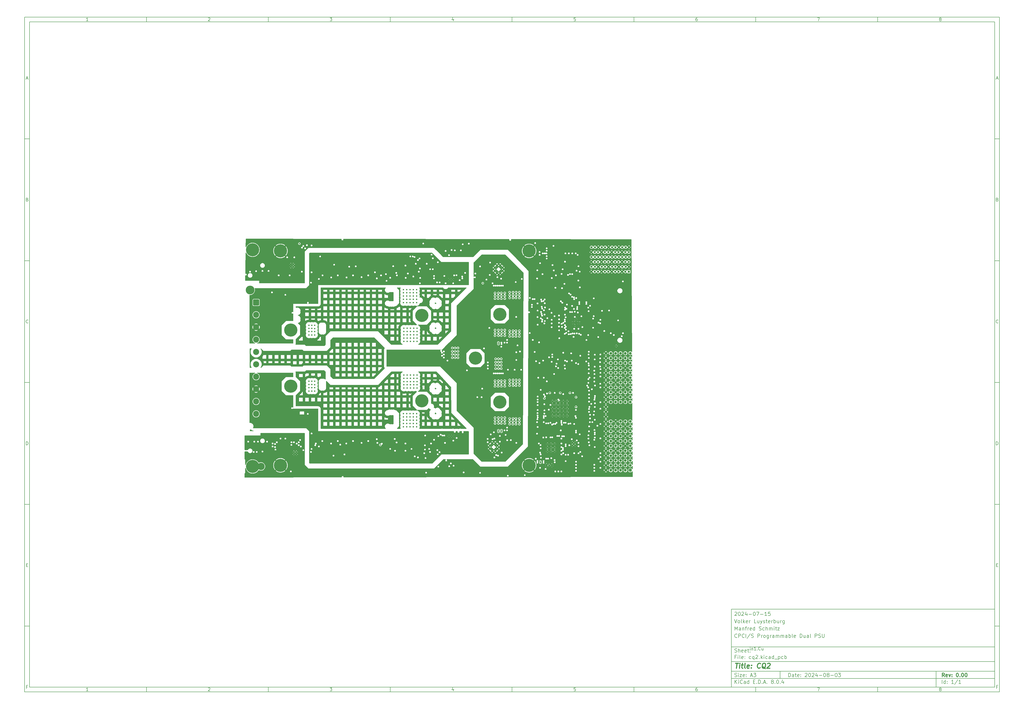
<source format=gbr>
%TF.GenerationSoftware,KiCad,Pcbnew,8.0.4*%
%TF.CreationDate,2024-09-04T12:40:56+02:00*%
%TF.ProjectId,cq2,6371322e-6b69-4636-9164-5f7063625858,0.00*%
%TF.SameCoordinates,Original*%
%TF.FileFunction,Copper,L2,Inr*%
%TF.FilePolarity,Positive*%
%FSLAX46Y46*%
G04 Gerber Fmt 4.6, Leading zero omitted, Abs format (unit mm)*
G04 Created by KiCad (PCBNEW 8.0.4) date 2024-09-04 12:40:56*
%MOMM*%
%LPD*%
G01*
G04 APERTURE LIST*
G04 Aperture macros list*
%AMRoundRect*
0 Rectangle with rounded corners*
0 $1 Rounding radius*
0 $2 $3 $4 $5 $6 $7 $8 $9 X,Y pos of 4 corners*
0 Add a 4 corners polygon primitive as box body*
4,1,4,$2,$3,$4,$5,$6,$7,$8,$9,$2,$3,0*
0 Add four circle primitives for the rounded corners*
1,1,$1+$1,$2,$3*
1,1,$1+$1,$4,$5*
1,1,$1+$1,$6,$7*
1,1,$1+$1,$8,$9*
0 Add four rect primitives between the rounded corners*
20,1,$1+$1,$2,$3,$4,$5,0*
20,1,$1+$1,$4,$5,$6,$7,0*
20,1,$1+$1,$6,$7,$8,$9,0*
20,1,$1+$1,$8,$9,$2,$3,0*%
G04 Aperture macros list end*
%ADD10C,0.100000*%
%ADD11C,0.150000*%
%ADD12C,0.300000*%
%ADD13C,0.400000*%
%ADD14C,0.200000*%
%TA.AperFunction,NonConductor*%
%ADD15C,0.200000*%
%TD*%
%TA.AperFunction,ComponentPad*%
%ADD16C,3.000000*%
%TD*%
%TA.AperFunction,ComponentPad*%
%ADD17C,0.800000*%
%TD*%
%TA.AperFunction,ComponentPad*%
%ADD18C,5.400000*%
%TD*%
%TA.AperFunction,ComponentPad*%
%ADD19R,0.914000X0.914000*%
%TD*%
%TA.AperFunction,ComponentPad*%
%ADD20C,0.914000*%
%TD*%
%TA.AperFunction,ComponentPad*%
%ADD21C,0.600000*%
%TD*%
%TA.AperFunction,WasherPad*%
%ADD22C,3.600000*%
%TD*%
%TA.AperFunction,ComponentPad*%
%ADD23RoundRect,0.297619X-0.952381X-0.952381X0.952381X-0.952381X0.952381X0.952381X-0.952381X0.952381X0*%
%TD*%
%TA.AperFunction,ComponentPad*%
%ADD24C,2.500000*%
%TD*%
%TA.AperFunction,ComponentPad*%
%ADD25RoundRect,0.250000X0.339000X-0.339000X0.339000X0.339000X-0.339000X0.339000X-0.339000X-0.339000X0*%
%TD*%
%TA.AperFunction,ComponentPad*%
%ADD26C,1.178000*%
%TD*%
%TA.AperFunction,ComponentPad*%
%ADD27C,0.500000*%
%TD*%
%TA.AperFunction,ViaPad*%
%ADD28C,0.600000*%
%TD*%
G04 APERTURE END LIST*
D10*
D11*
X299989000Y-253002200D02*
X407989000Y-253002200D01*
X407989000Y-285002200D01*
X299989000Y-285002200D01*
X299989000Y-253002200D01*
D10*
D11*
X10000000Y-10000000D02*
X409989000Y-10000000D01*
X409989000Y-287002200D01*
X10000000Y-287002200D01*
X10000000Y-10000000D01*
D10*
D11*
X12000000Y-12000000D02*
X407989000Y-12000000D01*
X407989000Y-285002200D01*
X12000000Y-285002200D01*
X12000000Y-12000000D01*
D10*
D11*
X60000000Y-12000000D02*
X60000000Y-10000000D01*
D10*
D11*
X110000000Y-12000000D02*
X110000000Y-10000000D01*
D10*
D11*
X160000000Y-12000000D02*
X160000000Y-10000000D01*
D10*
D11*
X210000000Y-12000000D02*
X210000000Y-10000000D01*
D10*
D11*
X260000000Y-12000000D02*
X260000000Y-10000000D01*
D10*
D11*
X310000000Y-12000000D02*
X310000000Y-10000000D01*
D10*
D11*
X360000000Y-12000000D02*
X360000000Y-10000000D01*
D10*
D11*
X36089160Y-11593604D02*
X35346303Y-11593604D01*
X35717731Y-11593604D02*
X35717731Y-10293604D01*
X35717731Y-10293604D02*
X35593922Y-10479319D01*
X35593922Y-10479319D02*
X35470112Y-10603128D01*
X35470112Y-10603128D02*
X35346303Y-10665033D01*
D10*
D11*
X85346303Y-10417414D02*
X85408207Y-10355509D01*
X85408207Y-10355509D02*
X85532017Y-10293604D01*
X85532017Y-10293604D02*
X85841541Y-10293604D01*
X85841541Y-10293604D02*
X85965350Y-10355509D01*
X85965350Y-10355509D02*
X86027255Y-10417414D01*
X86027255Y-10417414D02*
X86089160Y-10541223D01*
X86089160Y-10541223D02*
X86089160Y-10665033D01*
X86089160Y-10665033D02*
X86027255Y-10850747D01*
X86027255Y-10850747D02*
X85284398Y-11593604D01*
X85284398Y-11593604D02*
X86089160Y-11593604D01*
D10*
D11*
X135284398Y-10293604D02*
X136089160Y-10293604D01*
X136089160Y-10293604D02*
X135655826Y-10788842D01*
X135655826Y-10788842D02*
X135841541Y-10788842D01*
X135841541Y-10788842D02*
X135965350Y-10850747D01*
X135965350Y-10850747D02*
X136027255Y-10912652D01*
X136027255Y-10912652D02*
X136089160Y-11036461D01*
X136089160Y-11036461D02*
X136089160Y-11345985D01*
X136089160Y-11345985D02*
X136027255Y-11469795D01*
X136027255Y-11469795D02*
X135965350Y-11531700D01*
X135965350Y-11531700D02*
X135841541Y-11593604D01*
X135841541Y-11593604D02*
X135470112Y-11593604D01*
X135470112Y-11593604D02*
X135346303Y-11531700D01*
X135346303Y-11531700D02*
X135284398Y-11469795D01*
D10*
D11*
X185965350Y-10726938D02*
X185965350Y-11593604D01*
X185655826Y-10231700D02*
X185346303Y-11160271D01*
X185346303Y-11160271D02*
X186151064Y-11160271D01*
D10*
D11*
X236027255Y-10293604D02*
X235408207Y-10293604D01*
X235408207Y-10293604D02*
X235346303Y-10912652D01*
X235346303Y-10912652D02*
X235408207Y-10850747D01*
X235408207Y-10850747D02*
X235532017Y-10788842D01*
X235532017Y-10788842D02*
X235841541Y-10788842D01*
X235841541Y-10788842D02*
X235965350Y-10850747D01*
X235965350Y-10850747D02*
X236027255Y-10912652D01*
X236027255Y-10912652D02*
X236089160Y-11036461D01*
X236089160Y-11036461D02*
X236089160Y-11345985D01*
X236089160Y-11345985D02*
X236027255Y-11469795D01*
X236027255Y-11469795D02*
X235965350Y-11531700D01*
X235965350Y-11531700D02*
X235841541Y-11593604D01*
X235841541Y-11593604D02*
X235532017Y-11593604D01*
X235532017Y-11593604D02*
X235408207Y-11531700D01*
X235408207Y-11531700D02*
X235346303Y-11469795D01*
D10*
D11*
X285965350Y-10293604D02*
X285717731Y-10293604D01*
X285717731Y-10293604D02*
X285593922Y-10355509D01*
X285593922Y-10355509D02*
X285532017Y-10417414D01*
X285532017Y-10417414D02*
X285408207Y-10603128D01*
X285408207Y-10603128D02*
X285346303Y-10850747D01*
X285346303Y-10850747D02*
X285346303Y-11345985D01*
X285346303Y-11345985D02*
X285408207Y-11469795D01*
X285408207Y-11469795D02*
X285470112Y-11531700D01*
X285470112Y-11531700D02*
X285593922Y-11593604D01*
X285593922Y-11593604D02*
X285841541Y-11593604D01*
X285841541Y-11593604D02*
X285965350Y-11531700D01*
X285965350Y-11531700D02*
X286027255Y-11469795D01*
X286027255Y-11469795D02*
X286089160Y-11345985D01*
X286089160Y-11345985D02*
X286089160Y-11036461D01*
X286089160Y-11036461D02*
X286027255Y-10912652D01*
X286027255Y-10912652D02*
X285965350Y-10850747D01*
X285965350Y-10850747D02*
X285841541Y-10788842D01*
X285841541Y-10788842D02*
X285593922Y-10788842D01*
X285593922Y-10788842D02*
X285470112Y-10850747D01*
X285470112Y-10850747D02*
X285408207Y-10912652D01*
X285408207Y-10912652D02*
X285346303Y-11036461D01*
D10*
D11*
X335284398Y-10293604D02*
X336151064Y-10293604D01*
X336151064Y-10293604D02*
X335593922Y-11593604D01*
D10*
D11*
X385593922Y-10850747D02*
X385470112Y-10788842D01*
X385470112Y-10788842D02*
X385408207Y-10726938D01*
X385408207Y-10726938D02*
X385346303Y-10603128D01*
X385346303Y-10603128D02*
X385346303Y-10541223D01*
X385346303Y-10541223D02*
X385408207Y-10417414D01*
X385408207Y-10417414D02*
X385470112Y-10355509D01*
X385470112Y-10355509D02*
X385593922Y-10293604D01*
X385593922Y-10293604D02*
X385841541Y-10293604D01*
X385841541Y-10293604D02*
X385965350Y-10355509D01*
X385965350Y-10355509D02*
X386027255Y-10417414D01*
X386027255Y-10417414D02*
X386089160Y-10541223D01*
X386089160Y-10541223D02*
X386089160Y-10603128D01*
X386089160Y-10603128D02*
X386027255Y-10726938D01*
X386027255Y-10726938D02*
X385965350Y-10788842D01*
X385965350Y-10788842D02*
X385841541Y-10850747D01*
X385841541Y-10850747D02*
X385593922Y-10850747D01*
X385593922Y-10850747D02*
X385470112Y-10912652D01*
X385470112Y-10912652D02*
X385408207Y-10974557D01*
X385408207Y-10974557D02*
X385346303Y-11098366D01*
X385346303Y-11098366D02*
X385346303Y-11345985D01*
X385346303Y-11345985D02*
X385408207Y-11469795D01*
X385408207Y-11469795D02*
X385470112Y-11531700D01*
X385470112Y-11531700D02*
X385593922Y-11593604D01*
X385593922Y-11593604D02*
X385841541Y-11593604D01*
X385841541Y-11593604D02*
X385965350Y-11531700D01*
X385965350Y-11531700D02*
X386027255Y-11469795D01*
X386027255Y-11469795D02*
X386089160Y-11345985D01*
X386089160Y-11345985D02*
X386089160Y-11098366D01*
X386089160Y-11098366D02*
X386027255Y-10974557D01*
X386027255Y-10974557D02*
X385965350Y-10912652D01*
X385965350Y-10912652D02*
X385841541Y-10850747D01*
D10*
D11*
X60000000Y-285002200D02*
X60000000Y-287002200D01*
D10*
D11*
X110000000Y-285002200D02*
X110000000Y-287002200D01*
D10*
D11*
X160000000Y-285002200D02*
X160000000Y-287002200D01*
D10*
D11*
X210000000Y-285002200D02*
X210000000Y-287002200D01*
D10*
D11*
X260000000Y-285002200D02*
X260000000Y-287002200D01*
D10*
D11*
X310000000Y-285002200D02*
X310000000Y-287002200D01*
D10*
D11*
X360000000Y-285002200D02*
X360000000Y-287002200D01*
D10*
D11*
X36089160Y-286595804D02*
X35346303Y-286595804D01*
X35717731Y-286595804D02*
X35717731Y-285295804D01*
X35717731Y-285295804D02*
X35593922Y-285481519D01*
X35593922Y-285481519D02*
X35470112Y-285605328D01*
X35470112Y-285605328D02*
X35346303Y-285667233D01*
D10*
D11*
X85346303Y-285419614D02*
X85408207Y-285357709D01*
X85408207Y-285357709D02*
X85532017Y-285295804D01*
X85532017Y-285295804D02*
X85841541Y-285295804D01*
X85841541Y-285295804D02*
X85965350Y-285357709D01*
X85965350Y-285357709D02*
X86027255Y-285419614D01*
X86027255Y-285419614D02*
X86089160Y-285543423D01*
X86089160Y-285543423D02*
X86089160Y-285667233D01*
X86089160Y-285667233D02*
X86027255Y-285852947D01*
X86027255Y-285852947D02*
X85284398Y-286595804D01*
X85284398Y-286595804D02*
X86089160Y-286595804D01*
D10*
D11*
X135284398Y-285295804D02*
X136089160Y-285295804D01*
X136089160Y-285295804D02*
X135655826Y-285791042D01*
X135655826Y-285791042D02*
X135841541Y-285791042D01*
X135841541Y-285791042D02*
X135965350Y-285852947D01*
X135965350Y-285852947D02*
X136027255Y-285914852D01*
X136027255Y-285914852D02*
X136089160Y-286038661D01*
X136089160Y-286038661D02*
X136089160Y-286348185D01*
X136089160Y-286348185D02*
X136027255Y-286471995D01*
X136027255Y-286471995D02*
X135965350Y-286533900D01*
X135965350Y-286533900D02*
X135841541Y-286595804D01*
X135841541Y-286595804D02*
X135470112Y-286595804D01*
X135470112Y-286595804D02*
X135346303Y-286533900D01*
X135346303Y-286533900D02*
X135284398Y-286471995D01*
D10*
D11*
X185965350Y-285729138D02*
X185965350Y-286595804D01*
X185655826Y-285233900D02*
X185346303Y-286162471D01*
X185346303Y-286162471D02*
X186151064Y-286162471D01*
D10*
D11*
X236027255Y-285295804D02*
X235408207Y-285295804D01*
X235408207Y-285295804D02*
X235346303Y-285914852D01*
X235346303Y-285914852D02*
X235408207Y-285852947D01*
X235408207Y-285852947D02*
X235532017Y-285791042D01*
X235532017Y-285791042D02*
X235841541Y-285791042D01*
X235841541Y-285791042D02*
X235965350Y-285852947D01*
X235965350Y-285852947D02*
X236027255Y-285914852D01*
X236027255Y-285914852D02*
X236089160Y-286038661D01*
X236089160Y-286038661D02*
X236089160Y-286348185D01*
X236089160Y-286348185D02*
X236027255Y-286471995D01*
X236027255Y-286471995D02*
X235965350Y-286533900D01*
X235965350Y-286533900D02*
X235841541Y-286595804D01*
X235841541Y-286595804D02*
X235532017Y-286595804D01*
X235532017Y-286595804D02*
X235408207Y-286533900D01*
X235408207Y-286533900D02*
X235346303Y-286471995D01*
D10*
D11*
X285965350Y-285295804D02*
X285717731Y-285295804D01*
X285717731Y-285295804D02*
X285593922Y-285357709D01*
X285593922Y-285357709D02*
X285532017Y-285419614D01*
X285532017Y-285419614D02*
X285408207Y-285605328D01*
X285408207Y-285605328D02*
X285346303Y-285852947D01*
X285346303Y-285852947D02*
X285346303Y-286348185D01*
X285346303Y-286348185D02*
X285408207Y-286471995D01*
X285408207Y-286471995D02*
X285470112Y-286533900D01*
X285470112Y-286533900D02*
X285593922Y-286595804D01*
X285593922Y-286595804D02*
X285841541Y-286595804D01*
X285841541Y-286595804D02*
X285965350Y-286533900D01*
X285965350Y-286533900D02*
X286027255Y-286471995D01*
X286027255Y-286471995D02*
X286089160Y-286348185D01*
X286089160Y-286348185D02*
X286089160Y-286038661D01*
X286089160Y-286038661D02*
X286027255Y-285914852D01*
X286027255Y-285914852D02*
X285965350Y-285852947D01*
X285965350Y-285852947D02*
X285841541Y-285791042D01*
X285841541Y-285791042D02*
X285593922Y-285791042D01*
X285593922Y-285791042D02*
X285470112Y-285852947D01*
X285470112Y-285852947D02*
X285408207Y-285914852D01*
X285408207Y-285914852D02*
X285346303Y-286038661D01*
D10*
D11*
X335284398Y-285295804D02*
X336151064Y-285295804D01*
X336151064Y-285295804D02*
X335593922Y-286595804D01*
D10*
D11*
X385593922Y-285852947D02*
X385470112Y-285791042D01*
X385470112Y-285791042D02*
X385408207Y-285729138D01*
X385408207Y-285729138D02*
X385346303Y-285605328D01*
X385346303Y-285605328D02*
X385346303Y-285543423D01*
X385346303Y-285543423D02*
X385408207Y-285419614D01*
X385408207Y-285419614D02*
X385470112Y-285357709D01*
X385470112Y-285357709D02*
X385593922Y-285295804D01*
X385593922Y-285295804D02*
X385841541Y-285295804D01*
X385841541Y-285295804D02*
X385965350Y-285357709D01*
X385965350Y-285357709D02*
X386027255Y-285419614D01*
X386027255Y-285419614D02*
X386089160Y-285543423D01*
X386089160Y-285543423D02*
X386089160Y-285605328D01*
X386089160Y-285605328D02*
X386027255Y-285729138D01*
X386027255Y-285729138D02*
X385965350Y-285791042D01*
X385965350Y-285791042D02*
X385841541Y-285852947D01*
X385841541Y-285852947D02*
X385593922Y-285852947D01*
X385593922Y-285852947D02*
X385470112Y-285914852D01*
X385470112Y-285914852D02*
X385408207Y-285976757D01*
X385408207Y-285976757D02*
X385346303Y-286100566D01*
X385346303Y-286100566D02*
X385346303Y-286348185D01*
X385346303Y-286348185D02*
X385408207Y-286471995D01*
X385408207Y-286471995D02*
X385470112Y-286533900D01*
X385470112Y-286533900D02*
X385593922Y-286595804D01*
X385593922Y-286595804D02*
X385841541Y-286595804D01*
X385841541Y-286595804D02*
X385965350Y-286533900D01*
X385965350Y-286533900D02*
X386027255Y-286471995D01*
X386027255Y-286471995D02*
X386089160Y-286348185D01*
X386089160Y-286348185D02*
X386089160Y-286100566D01*
X386089160Y-286100566D02*
X386027255Y-285976757D01*
X386027255Y-285976757D02*
X385965350Y-285914852D01*
X385965350Y-285914852D02*
X385841541Y-285852947D01*
D10*
D11*
X10000000Y-60000000D02*
X12000000Y-60000000D01*
D10*
D11*
X10000000Y-110000000D02*
X12000000Y-110000000D01*
D10*
D11*
X10000000Y-160000000D02*
X12000000Y-160000000D01*
D10*
D11*
X10000000Y-210000000D02*
X12000000Y-210000000D01*
D10*
D11*
X10000000Y-260000000D02*
X12000000Y-260000000D01*
D10*
D11*
X10690476Y-35222176D02*
X11309523Y-35222176D01*
X10566666Y-35593604D02*
X10999999Y-34293604D01*
X10999999Y-34293604D02*
X11433333Y-35593604D01*
D10*
D11*
X11092857Y-84912652D02*
X11278571Y-84974557D01*
X11278571Y-84974557D02*
X11340476Y-85036461D01*
X11340476Y-85036461D02*
X11402380Y-85160271D01*
X11402380Y-85160271D02*
X11402380Y-85345985D01*
X11402380Y-85345985D02*
X11340476Y-85469795D01*
X11340476Y-85469795D02*
X11278571Y-85531700D01*
X11278571Y-85531700D02*
X11154761Y-85593604D01*
X11154761Y-85593604D02*
X10659523Y-85593604D01*
X10659523Y-85593604D02*
X10659523Y-84293604D01*
X10659523Y-84293604D02*
X11092857Y-84293604D01*
X11092857Y-84293604D02*
X11216666Y-84355509D01*
X11216666Y-84355509D02*
X11278571Y-84417414D01*
X11278571Y-84417414D02*
X11340476Y-84541223D01*
X11340476Y-84541223D02*
X11340476Y-84665033D01*
X11340476Y-84665033D02*
X11278571Y-84788842D01*
X11278571Y-84788842D02*
X11216666Y-84850747D01*
X11216666Y-84850747D02*
X11092857Y-84912652D01*
X11092857Y-84912652D02*
X10659523Y-84912652D01*
D10*
D11*
X11402380Y-135469795D02*
X11340476Y-135531700D01*
X11340476Y-135531700D02*
X11154761Y-135593604D01*
X11154761Y-135593604D02*
X11030952Y-135593604D01*
X11030952Y-135593604D02*
X10845238Y-135531700D01*
X10845238Y-135531700D02*
X10721428Y-135407890D01*
X10721428Y-135407890D02*
X10659523Y-135284080D01*
X10659523Y-135284080D02*
X10597619Y-135036461D01*
X10597619Y-135036461D02*
X10597619Y-134850747D01*
X10597619Y-134850747D02*
X10659523Y-134603128D01*
X10659523Y-134603128D02*
X10721428Y-134479319D01*
X10721428Y-134479319D02*
X10845238Y-134355509D01*
X10845238Y-134355509D02*
X11030952Y-134293604D01*
X11030952Y-134293604D02*
X11154761Y-134293604D01*
X11154761Y-134293604D02*
X11340476Y-134355509D01*
X11340476Y-134355509D02*
X11402380Y-134417414D01*
D10*
D11*
X10659523Y-185593604D02*
X10659523Y-184293604D01*
X10659523Y-184293604D02*
X10969047Y-184293604D01*
X10969047Y-184293604D02*
X11154761Y-184355509D01*
X11154761Y-184355509D02*
X11278571Y-184479319D01*
X11278571Y-184479319D02*
X11340476Y-184603128D01*
X11340476Y-184603128D02*
X11402380Y-184850747D01*
X11402380Y-184850747D02*
X11402380Y-185036461D01*
X11402380Y-185036461D02*
X11340476Y-185284080D01*
X11340476Y-185284080D02*
X11278571Y-185407890D01*
X11278571Y-185407890D02*
X11154761Y-185531700D01*
X11154761Y-185531700D02*
X10969047Y-185593604D01*
X10969047Y-185593604D02*
X10659523Y-185593604D01*
D10*
D11*
X10721428Y-234912652D02*
X11154762Y-234912652D01*
X11340476Y-235593604D02*
X10721428Y-235593604D01*
X10721428Y-235593604D02*
X10721428Y-234293604D01*
X10721428Y-234293604D02*
X11340476Y-234293604D01*
D10*
D11*
X11185714Y-284912652D02*
X10752380Y-284912652D01*
X10752380Y-285593604D02*
X10752380Y-284293604D01*
X10752380Y-284293604D02*
X11371428Y-284293604D01*
D10*
D11*
X409989000Y-60000000D02*
X407989000Y-60000000D01*
D10*
D11*
X409989000Y-110000000D02*
X407989000Y-110000000D01*
D10*
D11*
X409989000Y-160000000D02*
X407989000Y-160000000D01*
D10*
D11*
X409989000Y-210000000D02*
X407989000Y-210000000D01*
D10*
D11*
X409989000Y-260000000D02*
X407989000Y-260000000D01*
D10*
D11*
X408679476Y-35222176D02*
X409298523Y-35222176D01*
X408555666Y-35593604D02*
X408988999Y-34293604D01*
X408988999Y-34293604D02*
X409422333Y-35593604D01*
D10*
D11*
X409081857Y-84912652D02*
X409267571Y-84974557D01*
X409267571Y-84974557D02*
X409329476Y-85036461D01*
X409329476Y-85036461D02*
X409391380Y-85160271D01*
X409391380Y-85160271D02*
X409391380Y-85345985D01*
X409391380Y-85345985D02*
X409329476Y-85469795D01*
X409329476Y-85469795D02*
X409267571Y-85531700D01*
X409267571Y-85531700D02*
X409143761Y-85593604D01*
X409143761Y-85593604D02*
X408648523Y-85593604D01*
X408648523Y-85593604D02*
X408648523Y-84293604D01*
X408648523Y-84293604D02*
X409081857Y-84293604D01*
X409081857Y-84293604D02*
X409205666Y-84355509D01*
X409205666Y-84355509D02*
X409267571Y-84417414D01*
X409267571Y-84417414D02*
X409329476Y-84541223D01*
X409329476Y-84541223D02*
X409329476Y-84665033D01*
X409329476Y-84665033D02*
X409267571Y-84788842D01*
X409267571Y-84788842D02*
X409205666Y-84850747D01*
X409205666Y-84850747D02*
X409081857Y-84912652D01*
X409081857Y-84912652D02*
X408648523Y-84912652D01*
D10*
D11*
X409391380Y-135469795D02*
X409329476Y-135531700D01*
X409329476Y-135531700D02*
X409143761Y-135593604D01*
X409143761Y-135593604D02*
X409019952Y-135593604D01*
X409019952Y-135593604D02*
X408834238Y-135531700D01*
X408834238Y-135531700D02*
X408710428Y-135407890D01*
X408710428Y-135407890D02*
X408648523Y-135284080D01*
X408648523Y-135284080D02*
X408586619Y-135036461D01*
X408586619Y-135036461D02*
X408586619Y-134850747D01*
X408586619Y-134850747D02*
X408648523Y-134603128D01*
X408648523Y-134603128D02*
X408710428Y-134479319D01*
X408710428Y-134479319D02*
X408834238Y-134355509D01*
X408834238Y-134355509D02*
X409019952Y-134293604D01*
X409019952Y-134293604D02*
X409143761Y-134293604D01*
X409143761Y-134293604D02*
X409329476Y-134355509D01*
X409329476Y-134355509D02*
X409391380Y-134417414D01*
D10*
D11*
X408648523Y-185593604D02*
X408648523Y-184293604D01*
X408648523Y-184293604D02*
X408958047Y-184293604D01*
X408958047Y-184293604D02*
X409143761Y-184355509D01*
X409143761Y-184355509D02*
X409267571Y-184479319D01*
X409267571Y-184479319D02*
X409329476Y-184603128D01*
X409329476Y-184603128D02*
X409391380Y-184850747D01*
X409391380Y-184850747D02*
X409391380Y-185036461D01*
X409391380Y-185036461D02*
X409329476Y-185284080D01*
X409329476Y-185284080D02*
X409267571Y-185407890D01*
X409267571Y-185407890D02*
X409143761Y-185531700D01*
X409143761Y-185531700D02*
X408958047Y-185593604D01*
X408958047Y-185593604D02*
X408648523Y-185593604D01*
D10*
D11*
X408710428Y-234912652D02*
X409143762Y-234912652D01*
X409329476Y-235593604D02*
X408710428Y-235593604D01*
X408710428Y-235593604D02*
X408710428Y-234293604D01*
X408710428Y-234293604D02*
X409329476Y-234293604D01*
D10*
D11*
X409174714Y-284912652D02*
X408741380Y-284912652D01*
X408741380Y-285593604D02*
X408741380Y-284293604D01*
X408741380Y-284293604D02*
X409360428Y-284293604D01*
D10*
D11*
X323444826Y-280788328D02*
X323444826Y-279288328D01*
X323444826Y-279288328D02*
X323801969Y-279288328D01*
X323801969Y-279288328D02*
X324016255Y-279359757D01*
X324016255Y-279359757D02*
X324159112Y-279502614D01*
X324159112Y-279502614D02*
X324230541Y-279645471D01*
X324230541Y-279645471D02*
X324301969Y-279931185D01*
X324301969Y-279931185D02*
X324301969Y-280145471D01*
X324301969Y-280145471D02*
X324230541Y-280431185D01*
X324230541Y-280431185D02*
X324159112Y-280574042D01*
X324159112Y-280574042D02*
X324016255Y-280716900D01*
X324016255Y-280716900D02*
X323801969Y-280788328D01*
X323801969Y-280788328D02*
X323444826Y-280788328D01*
X325587684Y-280788328D02*
X325587684Y-280002614D01*
X325587684Y-280002614D02*
X325516255Y-279859757D01*
X325516255Y-279859757D02*
X325373398Y-279788328D01*
X325373398Y-279788328D02*
X325087684Y-279788328D01*
X325087684Y-279788328D02*
X324944826Y-279859757D01*
X325587684Y-280716900D02*
X325444826Y-280788328D01*
X325444826Y-280788328D02*
X325087684Y-280788328D01*
X325087684Y-280788328D02*
X324944826Y-280716900D01*
X324944826Y-280716900D02*
X324873398Y-280574042D01*
X324873398Y-280574042D02*
X324873398Y-280431185D01*
X324873398Y-280431185D02*
X324944826Y-280288328D01*
X324944826Y-280288328D02*
X325087684Y-280216900D01*
X325087684Y-280216900D02*
X325444826Y-280216900D01*
X325444826Y-280216900D02*
X325587684Y-280145471D01*
X326087684Y-279788328D02*
X326659112Y-279788328D01*
X326301969Y-279288328D02*
X326301969Y-280574042D01*
X326301969Y-280574042D02*
X326373398Y-280716900D01*
X326373398Y-280716900D02*
X326516255Y-280788328D01*
X326516255Y-280788328D02*
X326659112Y-280788328D01*
X327730541Y-280716900D02*
X327587684Y-280788328D01*
X327587684Y-280788328D02*
X327301970Y-280788328D01*
X327301970Y-280788328D02*
X327159112Y-280716900D01*
X327159112Y-280716900D02*
X327087684Y-280574042D01*
X327087684Y-280574042D02*
X327087684Y-280002614D01*
X327087684Y-280002614D02*
X327159112Y-279859757D01*
X327159112Y-279859757D02*
X327301970Y-279788328D01*
X327301970Y-279788328D02*
X327587684Y-279788328D01*
X327587684Y-279788328D02*
X327730541Y-279859757D01*
X327730541Y-279859757D02*
X327801970Y-280002614D01*
X327801970Y-280002614D02*
X327801970Y-280145471D01*
X327801970Y-280145471D02*
X327087684Y-280288328D01*
X328444826Y-280645471D02*
X328516255Y-280716900D01*
X328516255Y-280716900D02*
X328444826Y-280788328D01*
X328444826Y-280788328D02*
X328373398Y-280716900D01*
X328373398Y-280716900D02*
X328444826Y-280645471D01*
X328444826Y-280645471D02*
X328444826Y-280788328D01*
X328444826Y-279859757D02*
X328516255Y-279931185D01*
X328516255Y-279931185D02*
X328444826Y-280002614D01*
X328444826Y-280002614D02*
X328373398Y-279931185D01*
X328373398Y-279931185D02*
X328444826Y-279859757D01*
X328444826Y-279859757D02*
X328444826Y-280002614D01*
X330230541Y-279431185D02*
X330301969Y-279359757D01*
X330301969Y-279359757D02*
X330444827Y-279288328D01*
X330444827Y-279288328D02*
X330801969Y-279288328D01*
X330801969Y-279288328D02*
X330944827Y-279359757D01*
X330944827Y-279359757D02*
X331016255Y-279431185D01*
X331016255Y-279431185D02*
X331087684Y-279574042D01*
X331087684Y-279574042D02*
X331087684Y-279716900D01*
X331087684Y-279716900D02*
X331016255Y-279931185D01*
X331016255Y-279931185D02*
X330159112Y-280788328D01*
X330159112Y-280788328D02*
X331087684Y-280788328D01*
X332016255Y-279288328D02*
X332159112Y-279288328D01*
X332159112Y-279288328D02*
X332301969Y-279359757D01*
X332301969Y-279359757D02*
X332373398Y-279431185D01*
X332373398Y-279431185D02*
X332444826Y-279574042D01*
X332444826Y-279574042D02*
X332516255Y-279859757D01*
X332516255Y-279859757D02*
X332516255Y-280216900D01*
X332516255Y-280216900D02*
X332444826Y-280502614D01*
X332444826Y-280502614D02*
X332373398Y-280645471D01*
X332373398Y-280645471D02*
X332301969Y-280716900D01*
X332301969Y-280716900D02*
X332159112Y-280788328D01*
X332159112Y-280788328D02*
X332016255Y-280788328D01*
X332016255Y-280788328D02*
X331873398Y-280716900D01*
X331873398Y-280716900D02*
X331801969Y-280645471D01*
X331801969Y-280645471D02*
X331730540Y-280502614D01*
X331730540Y-280502614D02*
X331659112Y-280216900D01*
X331659112Y-280216900D02*
X331659112Y-279859757D01*
X331659112Y-279859757D02*
X331730540Y-279574042D01*
X331730540Y-279574042D02*
X331801969Y-279431185D01*
X331801969Y-279431185D02*
X331873398Y-279359757D01*
X331873398Y-279359757D02*
X332016255Y-279288328D01*
X333087683Y-279431185D02*
X333159111Y-279359757D01*
X333159111Y-279359757D02*
X333301969Y-279288328D01*
X333301969Y-279288328D02*
X333659111Y-279288328D01*
X333659111Y-279288328D02*
X333801969Y-279359757D01*
X333801969Y-279359757D02*
X333873397Y-279431185D01*
X333873397Y-279431185D02*
X333944826Y-279574042D01*
X333944826Y-279574042D02*
X333944826Y-279716900D01*
X333944826Y-279716900D02*
X333873397Y-279931185D01*
X333873397Y-279931185D02*
X333016254Y-280788328D01*
X333016254Y-280788328D02*
X333944826Y-280788328D01*
X335230540Y-279788328D02*
X335230540Y-280788328D01*
X334873397Y-279216900D02*
X334516254Y-280288328D01*
X334516254Y-280288328D02*
X335444825Y-280288328D01*
X336016253Y-280216900D02*
X337159111Y-280216900D01*
X338159111Y-279288328D02*
X338301968Y-279288328D01*
X338301968Y-279288328D02*
X338444825Y-279359757D01*
X338444825Y-279359757D02*
X338516254Y-279431185D01*
X338516254Y-279431185D02*
X338587682Y-279574042D01*
X338587682Y-279574042D02*
X338659111Y-279859757D01*
X338659111Y-279859757D02*
X338659111Y-280216900D01*
X338659111Y-280216900D02*
X338587682Y-280502614D01*
X338587682Y-280502614D02*
X338516254Y-280645471D01*
X338516254Y-280645471D02*
X338444825Y-280716900D01*
X338444825Y-280716900D02*
X338301968Y-280788328D01*
X338301968Y-280788328D02*
X338159111Y-280788328D01*
X338159111Y-280788328D02*
X338016254Y-280716900D01*
X338016254Y-280716900D02*
X337944825Y-280645471D01*
X337944825Y-280645471D02*
X337873396Y-280502614D01*
X337873396Y-280502614D02*
X337801968Y-280216900D01*
X337801968Y-280216900D02*
X337801968Y-279859757D01*
X337801968Y-279859757D02*
X337873396Y-279574042D01*
X337873396Y-279574042D02*
X337944825Y-279431185D01*
X337944825Y-279431185D02*
X338016254Y-279359757D01*
X338016254Y-279359757D02*
X338159111Y-279288328D01*
X339516253Y-279931185D02*
X339373396Y-279859757D01*
X339373396Y-279859757D02*
X339301967Y-279788328D01*
X339301967Y-279788328D02*
X339230539Y-279645471D01*
X339230539Y-279645471D02*
X339230539Y-279574042D01*
X339230539Y-279574042D02*
X339301967Y-279431185D01*
X339301967Y-279431185D02*
X339373396Y-279359757D01*
X339373396Y-279359757D02*
X339516253Y-279288328D01*
X339516253Y-279288328D02*
X339801967Y-279288328D01*
X339801967Y-279288328D02*
X339944825Y-279359757D01*
X339944825Y-279359757D02*
X340016253Y-279431185D01*
X340016253Y-279431185D02*
X340087682Y-279574042D01*
X340087682Y-279574042D02*
X340087682Y-279645471D01*
X340087682Y-279645471D02*
X340016253Y-279788328D01*
X340016253Y-279788328D02*
X339944825Y-279859757D01*
X339944825Y-279859757D02*
X339801967Y-279931185D01*
X339801967Y-279931185D02*
X339516253Y-279931185D01*
X339516253Y-279931185D02*
X339373396Y-280002614D01*
X339373396Y-280002614D02*
X339301967Y-280074042D01*
X339301967Y-280074042D02*
X339230539Y-280216900D01*
X339230539Y-280216900D02*
X339230539Y-280502614D01*
X339230539Y-280502614D02*
X339301967Y-280645471D01*
X339301967Y-280645471D02*
X339373396Y-280716900D01*
X339373396Y-280716900D02*
X339516253Y-280788328D01*
X339516253Y-280788328D02*
X339801967Y-280788328D01*
X339801967Y-280788328D02*
X339944825Y-280716900D01*
X339944825Y-280716900D02*
X340016253Y-280645471D01*
X340016253Y-280645471D02*
X340087682Y-280502614D01*
X340087682Y-280502614D02*
X340087682Y-280216900D01*
X340087682Y-280216900D02*
X340016253Y-280074042D01*
X340016253Y-280074042D02*
X339944825Y-280002614D01*
X339944825Y-280002614D02*
X339801967Y-279931185D01*
X340730538Y-280216900D02*
X341873396Y-280216900D01*
X342873396Y-279288328D02*
X343016253Y-279288328D01*
X343016253Y-279288328D02*
X343159110Y-279359757D01*
X343159110Y-279359757D02*
X343230539Y-279431185D01*
X343230539Y-279431185D02*
X343301967Y-279574042D01*
X343301967Y-279574042D02*
X343373396Y-279859757D01*
X343373396Y-279859757D02*
X343373396Y-280216900D01*
X343373396Y-280216900D02*
X343301967Y-280502614D01*
X343301967Y-280502614D02*
X343230539Y-280645471D01*
X343230539Y-280645471D02*
X343159110Y-280716900D01*
X343159110Y-280716900D02*
X343016253Y-280788328D01*
X343016253Y-280788328D02*
X342873396Y-280788328D01*
X342873396Y-280788328D02*
X342730539Y-280716900D01*
X342730539Y-280716900D02*
X342659110Y-280645471D01*
X342659110Y-280645471D02*
X342587681Y-280502614D01*
X342587681Y-280502614D02*
X342516253Y-280216900D01*
X342516253Y-280216900D02*
X342516253Y-279859757D01*
X342516253Y-279859757D02*
X342587681Y-279574042D01*
X342587681Y-279574042D02*
X342659110Y-279431185D01*
X342659110Y-279431185D02*
X342730539Y-279359757D01*
X342730539Y-279359757D02*
X342873396Y-279288328D01*
X343873395Y-279288328D02*
X344801967Y-279288328D01*
X344801967Y-279288328D02*
X344301967Y-279859757D01*
X344301967Y-279859757D02*
X344516252Y-279859757D01*
X344516252Y-279859757D02*
X344659110Y-279931185D01*
X344659110Y-279931185D02*
X344730538Y-280002614D01*
X344730538Y-280002614D02*
X344801967Y-280145471D01*
X344801967Y-280145471D02*
X344801967Y-280502614D01*
X344801967Y-280502614D02*
X344730538Y-280645471D01*
X344730538Y-280645471D02*
X344659110Y-280716900D01*
X344659110Y-280716900D02*
X344516252Y-280788328D01*
X344516252Y-280788328D02*
X344087681Y-280788328D01*
X344087681Y-280788328D02*
X343944824Y-280716900D01*
X343944824Y-280716900D02*
X343873395Y-280645471D01*
D10*
D11*
X299989000Y-281502200D02*
X407989000Y-281502200D01*
D10*
D11*
X301444826Y-283588328D02*
X301444826Y-282088328D01*
X302301969Y-283588328D02*
X301659112Y-282731185D01*
X302301969Y-282088328D02*
X301444826Y-282945471D01*
X302944826Y-283588328D02*
X302944826Y-282588328D01*
X302944826Y-282088328D02*
X302873398Y-282159757D01*
X302873398Y-282159757D02*
X302944826Y-282231185D01*
X302944826Y-282231185D02*
X303016255Y-282159757D01*
X303016255Y-282159757D02*
X302944826Y-282088328D01*
X302944826Y-282088328D02*
X302944826Y-282231185D01*
X304516255Y-283445471D02*
X304444827Y-283516900D01*
X304444827Y-283516900D02*
X304230541Y-283588328D01*
X304230541Y-283588328D02*
X304087684Y-283588328D01*
X304087684Y-283588328D02*
X303873398Y-283516900D01*
X303873398Y-283516900D02*
X303730541Y-283374042D01*
X303730541Y-283374042D02*
X303659112Y-283231185D01*
X303659112Y-283231185D02*
X303587684Y-282945471D01*
X303587684Y-282945471D02*
X303587684Y-282731185D01*
X303587684Y-282731185D02*
X303659112Y-282445471D01*
X303659112Y-282445471D02*
X303730541Y-282302614D01*
X303730541Y-282302614D02*
X303873398Y-282159757D01*
X303873398Y-282159757D02*
X304087684Y-282088328D01*
X304087684Y-282088328D02*
X304230541Y-282088328D01*
X304230541Y-282088328D02*
X304444827Y-282159757D01*
X304444827Y-282159757D02*
X304516255Y-282231185D01*
X305801970Y-283588328D02*
X305801970Y-282802614D01*
X305801970Y-282802614D02*
X305730541Y-282659757D01*
X305730541Y-282659757D02*
X305587684Y-282588328D01*
X305587684Y-282588328D02*
X305301970Y-282588328D01*
X305301970Y-282588328D02*
X305159112Y-282659757D01*
X305801970Y-283516900D02*
X305659112Y-283588328D01*
X305659112Y-283588328D02*
X305301970Y-283588328D01*
X305301970Y-283588328D02*
X305159112Y-283516900D01*
X305159112Y-283516900D02*
X305087684Y-283374042D01*
X305087684Y-283374042D02*
X305087684Y-283231185D01*
X305087684Y-283231185D02*
X305159112Y-283088328D01*
X305159112Y-283088328D02*
X305301970Y-283016900D01*
X305301970Y-283016900D02*
X305659112Y-283016900D01*
X305659112Y-283016900D02*
X305801970Y-282945471D01*
X307159113Y-283588328D02*
X307159113Y-282088328D01*
X307159113Y-283516900D02*
X307016255Y-283588328D01*
X307016255Y-283588328D02*
X306730541Y-283588328D01*
X306730541Y-283588328D02*
X306587684Y-283516900D01*
X306587684Y-283516900D02*
X306516255Y-283445471D01*
X306516255Y-283445471D02*
X306444827Y-283302614D01*
X306444827Y-283302614D02*
X306444827Y-282874042D01*
X306444827Y-282874042D02*
X306516255Y-282731185D01*
X306516255Y-282731185D02*
X306587684Y-282659757D01*
X306587684Y-282659757D02*
X306730541Y-282588328D01*
X306730541Y-282588328D02*
X307016255Y-282588328D01*
X307016255Y-282588328D02*
X307159113Y-282659757D01*
X309016255Y-282802614D02*
X309516255Y-282802614D01*
X309730541Y-283588328D02*
X309016255Y-283588328D01*
X309016255Y-283588328D02*
X309016255Y-282088328D01*
X309016255Y-282088328D02*
X309730541Y-282088328D01*
X310373398Y-283445471D02*
X310444827Y-283516900D01*
X310444827Y-283516900D02*
X310373398Y-283588328D01*
X310373398Y-283588328D02*
X310301970Y-283516900D01*
X310301970Y-283516900D02*
X310373398Y-283445471D01*
X310373398Y-283445471D02*
X310373398Y-283588328D01*
X311087684Y-283588328D02*
X311087684Y-282088328D01*
X311087684Y-282088328D02*
X311444827Y-282088328D01*
X311444827Y-282088328D02*
X311659113Y-282159757D01*
X311659113Y-282159757D02*
X311801970Y-282302614D01*
X311801970Y-282302614D02*
X311873399Y-282445471D01*
X311873399Y-282445471D02*
X311944827Y-282731185D01*
X311944827Y-282731185D02*
X311944827Y-282945471D01*
X311944827Y-282945471D02*
X311873399Y-283231185D01*
X311873399Y-283231185D02*
X311801970Y-283374042D01*
X311801970Y-283374042D02*
X311659113Y-283516900D01*
X311659113Y-283516900D02*
X311444827Y-283588328D01*
X311444827Y-283588328D02*
X311087684Y-283588328D01*
X312587684Y-283445471D02*
X312659113Y-283516900D01*
X312659113Y-283516900D02*
X312587684Y-283588328D01*
X312587684Y-283588328D02*
X312516256Y-283516900D01*
X312516256Y-283516900D02*
X312587684Y-283445471D01*
X312587684Y-283445471D02*
X312587684Y-283588328D01*
X313230542Y-283159757D02*
X313944828Y-283159757D01*
X313087685Y-283588328D02*
X313587685Y-282088328D01*
X313587685Y-282088328D02*
X314087685Y-283588328D01*
X314587684Y-283445471D02*
X314659113Y-283516900D01*
X314659113Y-283516900D02*
X314587684Y-283588328D01*
X314587684Y-283588328D02*
X314516256Y-283516900D01*
X314516256Y-283516900D02*
X314587684Y-283445471D01*
X314587684Y-283445471D02*
X314587684Y-283588328D01*
X316659113Y-282731185D02*
X316516256Y-282659757D01*
X316516256Y-282659757D02*
X316444827Y-282588328D01*
X316444827Y-282588328D02*
X316373399Y-282445471D01*
X316373399Y-282445471D02*
X316373399Y-282374042D01*
X316373399Y-282374042D02*
X316444827Y-282231185D01*
X316444827Y-282231185D02*
X316516256Y-282159757D01*
X316516256Y-282159757D02*
X316659113Y-282088328D01*
X316659113Y-282088328D02*
X316944827Y-282088328D01*
X316944827Y-282088328D02*
X317087685Y-282159757D01*
X317087685Y-282159757D02*
X317159113Y-282231185D01*
X317159113Y-282231185D02*
X317230542Y-282374042D01*
X317230542Y-282374042D02*
X317230542Y-282445471D01*
X317230542Y-282445471D02*
X317159113Y-282588328D01*
X317159113Y-282588328D02*
X317087685Y-282659757D01*
X317087685Y-282659757D02*
X316944827Y-282731185D01*
X316944827Y-282731185D02*
X316659113Y-282731185D01*
X316659113Y-282731185D02*
X316516256Y-282802614D01*
X316516256Y-282802614D02*
X316444827Y-282874042D01*
X316444827Y-282874042D02*
X316373399Y-283016900D01*
X316373399Y-283016900D02*
X316373399Y-283302614D01*
X316373399Y-283302614D02*
X316444827Y-283445471D01*
X316444827Y-283445471D02*
X316516256Y-283516900D01*
X316516256Y-283516900D02*
X316659113Y-283588328D01*
X316659113Y-283588328D02*
X316944827Y-283588328D01*
X316944827Y-283588328D02*
X317087685Y-283516900D01*
X317087685Y-283516900D02*
X317159113Y-283445471D01*
X317159113Y-283445471D02*
X317230542Y-283302614D01*
X317230542Y-283302614D02*
X317230542Y-283016900D01*
X317230542Y-283016900D02*
X317159113Y-282874042D01*
X317159113Y-282874042D02*
X317087685Y-282802614D01*
X317087685Y-282802614D02*
X316944827Y-282731185D01*
X317873398Y-283445471D02*
X317944827Y-283516900D01*
X317944827Y-283516900D02*
X317873398Y-283588328D01*
X317873398Y-283588328D02*
X317801970Y-283516900D01*
X317801970Y-283516900D02*
X317873398Y-283445471D01*
X317873398Y-283445471D02*
X317873398Y-283588328D01*
X318873399Y-282088328D02*
X319016256Y-282088328D01*
X319016256Y-282088328D02*
X319159113Y-282159757D01*
X319159113Y-282159757D02*
X319230542Y-282231185D01*
X319230542Y-282231185D02*
X319301970Y-282374042D01*
X319301970Y-282374042D02*
X319373399Y-282659757D01*
X319373399Y-282659757D02*
X319373399Y-283016900D01*
X319373399Y-283016900D02*
X319301970Y-283302614D01*
X319301970Y-283302614D02*
X319230542Y-283445471D01*
X319230542Y-283445471D02*
X319159113Y-283516900D01*
X319159113Y-283516900D02*
X319016256Y-283588328D01*
X319016256Y-283588328D02*
X318873399Y-283588328D01*
X318873399Y-283588328D02*
X318730542Y-283516900D01*
X318730542Y-283516900D02*
X318659113Y-283445471D01*
X318659113Y-283445471D02*
X318587684Y-283302614D01*
X318587684Y-283302614D02*
X318516256Y-283016900D01*
X318516256Y-283016900D02*
X318516256Y-282659757D01*
X318516256Y-282659757D02*
X318587684Y-282374042D01*
X318587684Y-282374042D02*
X318659113Y-282231185D01*
X318659113Y-282231185D02*
X318730542Y-282159757D01*
X318730542Y-282159757D02*
X318873399Y-282088328D01*
X320016255Y-283445471D02*
X320087684Y-283516900D01*
X320087684Y-283516900D02*
X320016255Y-283588328D01*
X320016255Y-283588328D02*
X319944827Y-283516900D01*
X319944827Y-283516900D02*
X320016255Y-283445471D01*
X320016255Y-283445471D02*
X320016255Y-283588328D01*
X321373399Y-282588328D02*
X321373399Y-283588328D01*
X321016256Y-282016900D02*
X320659113Y-283088328D01*
X320659113Y-283088328D02*
X321587684Y-283088328D01*
D10*
D11*
X299989000Y-278502200D02*
X407989000Y-278502200D01*
D10*
D12*
X387400653Y-280780528D02*
X386900653Y-280066242D01*
X386543510Y-280780528D02*
X386543510Y-279280528D01*
X386543510Y-279280528D02*
X387114939Y-279280528D01*
X387114939Y-279280528D02*
X387257796Y-279351957D01*
X387257796Y-279351957D02*
X387329225Y-279423385D01*
X387329225Y-279423385D02*
X387400653Y-279566242D01*
X387400653Y-279566242D02*
X387400653Y-279780528D01*
X387400653Y-279780528D02*
X387329225Y-279923385D01*
X387329225Y-279923385D02*
X387257796Y-279994814D01*
X387257796Y-279994814D02*
X387114939Y-280066242D01*
X387114939Y-280066242D02*
X386543510Y-280066242D01*
X388614939Y-280709100D02*
X388472082Y-280780528D01*
X388472082Y-280780528D02*
X388186368Y-280780528D01*
X388186368Y-280780528D02*
X388043510Y-280709100D01*
X388043510Y-280709100D02*
X387972082Y-280566242D01*
X387972082Y-280566242D02*
X387972082Y-279994814D01*
X387972082Y-279994814D02*
X388043510Y-279851957D01*
X388043510Y-279851957D02*
X388186368Y-279780528D01*
X388186368Y-279780528D02*
X388472082Y-279780528D01*
X388472082Y-279780528D02*
X388614939Y-279851957D01*
X388614939Y-279851957D02*
X388686368Y-279994814D01*
X388686368Y-279994814D02*
X388686368Y-280137671D01*
X388686368Y-280137671D02*
X387972082Y-280280528D01*
X389186367Y-279780528D02*
X389543510Y-280780528D01*
X389543510Y-280780528D02*
X389900653Y-279780528D01*
X390472081Y-280637671D02*
X390543510Y-280709100D01*
X390543510Y-280709100D02*
X390472081Y-280780528D01*
X390472081Y-280780528D02*
X390400653Y-280709100D01*
X390400653Y-280709100D02*
X390472081Y-280637671D01*
X390472081Y-280637671D02*
X390472081Y-280780528D01*
X390472081Y-279851957D02*
X390543510Y-279923385D01*
X390543510Y-279923385D02*
X390472081Y-279994814D01*
X390472081Y-279994814D02*
X390400653Y-279923385D01*
X390400653Y-279923385D02*
X390472081Y-279851957D01*
X390472081Y-279851957D02*
X390472081Y-279994814D01*
X392614939Y-279280528D02*
X392757796Y-279280528D01*
X392757796Y-279280528D02*
X392900653Y-279351957D01*
X392900653Y-279351957D02*
X392972082Y-279423385D01*
X392972082Y-279423385D02*
X393043510Y-279566242D01*
X393043510Y-279566242D02*
X393114939Y-279851957D01*
X393114939Y-279851957D02*
X393114939Y-280209100D01*
X393114939Y-280209100D02*
X393043510Y-280494814D01*
X393043510Y-280494814D02*
X392972082Y-280637671D01*
X392972082Y-280637671D02*
X392900653Y-280709100D01*
X392900653Y-280709100D02*
X392757796Y-280780528D01*
X392757796Y-280780528D02*
X392614939Y-280780528D01*
X392614939Y-280780528D02*
X392472082Y-280709100D01*
X392472082Y-280709100D02*
X392400653Y-280637671D01*
X392400653Y-280637671D02*
X392329224Y-280494814D01*
X392329224Y-280494814D02*
X392257796Y-280209100D01*
X392257796Y-280209100D02*
X392257796Y-279851957D01*
X392257796Y-279851957D02*
X392329224Y-279566242D01*
X392329224Y-279566242D02*
X392400653Y-279423385D01*
X392400653Y-279423385D02*
X392472082Y-279351957D01*
X392472082Y-279351957D02*
X392614939Y-279280528D01*
X393757795Y-280637671D02*
X393829224Y-280709100D01*
X393829224Y-280709100D02*
X393757795Y-280780528D01*
X393757795Y-280780528D02*
X393686367Y-280709100D01*
X393686367Y-280709100D02*
X393757795Y-280637671D01*
X393757795Y-280637671D02*
X393757795Y-280780528D01*
X394757796Y-279280528D02*
X394900653Y-279280528D01*
X394900653Y-279280528D02*
X395043510Y-279351957D01*
X395043510Y-279351957D02*
X395114939Y-279423385D01*
X395114939Y-279423385D02*
X395186367Y-279566242D01*
X395186367Y-279566242D02*
X395257796Y-279851957D01*
X395257796Y-279851957D02*
X395257796Y-280209100D01*
X395257796Y-280209100D02*
X395186367Y-280494814D01*
X395186367Y-280494814D02*
X395114939Y-280637671D01*
X395114939Y-280637671D02*
X395043510Y-280709100D01*
X395043510Y-280709100D02*
X394900653Y-280780528D01*
X394900653Y-280780528D02*
X394757796Y-280780528D01*
X394757796Y-280780528D02*
X394614939Y-280709100D01*
X394614939Y-280709100D02*
X394543510Y-280637671D01*
X394543510Y-280637671D02*
X394472081Y-280494814D01*
X394472081Y-280494814D02*
X394400653Y-280209100D01*
X394400653Y-280209100D02*
X394400653Y-279851957D01*
X394400653Y-279851957D02*
X394472081Y-279566242D01*
X394472081Y-279566242D02*
X394543510Y-279423385D01*
X394543510Y-279423385D02*
X394614939Y-279351957D01*
X394614939Y-279351957D02*
X394757796Y-279280528D01*
X396186367Y-279280528D02*
X396329224Y-279280528D01*
X396329224Y-279280528D02*
X396472081Y-279351957D01*
X396472081Y-279351957D02*
X396543510Y-279423385D01*
X396543510Y-279423385D02*
X396614938Y-279566242D01*
X396614938Y-279566242D02*
X396686367Y-279851957D01*
X396686367Y-279851957D02*
X396686367Y-280209100D01*
X396686367Y-280209100D02*
X396614938Y-280494814D01*
X396614938Y-280494814D02*
X396543510Y-280637671D01*
X396543510Y-280637671D02*
X396472081Y-280709100D01*
X396472081Y-280709100D02*
X396329224Y-280780528D01*
X396329224Y-280780528D02*
X396186367Y-280780528D01*
X396186367Y-280780528D02*
X396043510Y-280709100D01*
X396043510Y-280709100D02*
X395972081Y-280637671D01*
X395972081Y-280637671D02*
X395900652Y-280494814D01*
X395900652Y-280494814D02*
X395829224Y-280209100D01*
X395829224Y-280209100D02*
X395829224Y-279851957D01*
X395829224Y-279851957D02*
X395900652Y-279566242D01*
X395900652Y-279566242D02*
X395972081Y-279423385D01*
X395972081Y-279423385D02*
X396043510Y-279351957D01*
X396043510Y-279351957D02*
X396186367Y-279280528D01*
D10*
D11*
X301373398Y-280716900D02*
X301587684Y-280788328D01*
X301587684Y-280788328D02*
X301944826Y-280788328D01*
X301944826Y-280788328D02*
X302087684Y-280716900D01*
X302087684Y-280716900D02*
X302159112Y-280645471D01*
X302159112Y-280645471D02*
X302230541Y-280502614D01*
X302230541Y-280502614D02*
X302230541Y-280359757D01*
X302230541Y-280359757D02*
X302159112Y-280216900D01*
X302159112Y-280216900D02*
X302087684Y-280145471D01*
X302087684Y-280145471D02*
X301944826Y-280074042D01*
X301944826Y-280074042D02*
X301659112Y-280002614D01*
X301659112Y-280002614D02*
X301516255Y-279931185D01*
X301516255Y-279931185D02*
X301444826Y-279859757D01*
X301444826Y-279859757D02*
X301373398Y-279716900D01*
X301373398Y-279716900D02*
X301373398Y-279574042D01*
X301373398Y-279574042D02*
X301444826Y-279431185D01*
X301444826Y-279431185D02*
X301516255Y-279359757D01*
X301516255Y-279359757D02*
X301659112Y-279288328D01*
X301659112Y-279288328D02*
X302016255Y-279288328D01*
X302016255Y-279288328D02*
X302230541Y-279359757D01*
X302873397Y-280788328D02*
X302873397Y-279788328D01*
X302873397Y-279288328D02*
X302801969Y-279359757D01*
X302801969Y-279359757D02*
X302873397Y-279431185D01*
X302873397Y-279431185D02*
X302944826Y-279359757D01*
X302944826Y-279359757D02*
X302873397Y-279288328D01*
X302873397Y-279288328D02*
X302873397Y-279431185D01*
X303444826Y-279788328D02*
X304230541Y-279788328D01*
X304230541Y-279788328D02*
X303444826Y-280788328D01*
X303444826Y-280788328D02*
X304230541Y-280788328D01*
X305373398Y-280716900D02*
X305230541Y-280788328D01*
X305230541Y-280788328D02*
X304944827Y-280788328D01*
X304944827Y-280788328D02*
X304801969Y-280716900D01*
X304801969Y-280716900D02*
X304730541Y-280574042D01*
X304730541Y-280574042D02*
X304730541Y-280002614D01*
X304730541Y-280002614D02*
X304801969Y-279859757D01*
X304801969Y-279859757D02*
X304944827Y-279788328D01*
X304944827Y-279788328D02*
X305230541Y-279788328D01*
X305230541Y-279788328D02*
X305373398Y-279859757D01*
X305373398Y-279859757D02*
X305444827Y-280002614D01*
X305444827Y-280002614D02*
X305444827Y-280145471D01*
X305444827Y-280145471D02*
X304730541Y-280288328D01*
X306087683Y-280645471D02*
X306159112Y-280716900D01*
X306159112Y-280716900D02*
X306087683Y-280788328D01*
X306087683Y-280788328D02*
X306016255Y-280716900D01*
X306016255Y-280716900D02*
X306087683Y-280645471D01*
X306087683Y-280645471D02*
X306087683Y-280788328D01*
X306087683Y-279859757D02*
X306159112Y-279931185D01*
X306159112Y-279931185D02*
X306087683Y-280002614D01*
X306087683Y-280002614D02*
X306016255Y-279931185D01*
X306016255Y-279931185D02*
X306087683Y-279859757D01*
X306087683Y-279859757D02*
X306087683Y-280002614D01*
X307873398Y-280359757D02*
X308587684Y-280359757D01*
X307730541Y-280788328D02*
X308230541Y-279288328D01*
X308230541Y-279288328D02*
X308730541Y-280788328D01*
X309087683Y-279288328D02*
X310016255Y-279288328D01*
X310016255Y-279288328D02*
X309516255Y-279859757D01*
X309516255Y-279859757D02*
X309730540Y-279859757D01*
X309730540Y-279859757D02*
X309873398Y-279931185D01*
X309873398Y-279931185D02*
X309944826Y-280002614D01*
X309944826Y-280002614D02*
X310016255Y-280145471D01*
X310016255Y-280145471D02*
X310016255Y-280502614D01*
X310016255Y-280502614D02*
X309944826Y-280645471D01*
X309944826Y-280645471D02*
X309873398Y-280716900D01*
X309873398Y-280716900D02*
X309730540Y-280788328D01*
X309730540Y-280788328D02*
X309301969Y-280788328D01*
X309301969Y-280788328D02*
X309159112Y-280716900D01*
X309159112Y-280716900D02*
X309087683Y-280645471D01*
D10*
D11*
X386444826Y-283588328D02*
X386444826Y-282088328D01*
X387801970Y-283588328D02*
X387801970Y-282088328D01*
X387801970Y-283516900D02*
X387659112Y-283588328D01*
X387659112Y-283588328D02*
X387373398Y-283588328D01*
X387373398Y-283588328D02*
X387230541Y-283516900D01*
X387230541Y-283516900D02*
X387159112Y-283445471D01*
X387159112Y-283445471D02*
X387087684Y-283302614D01*
X387087684Y-283302614D02*
X387087684Y-282874042D01*
X387087684Y-282874042D02*
X387159112Y-282731185D01*
X387159112Y-282731185D02*
X387230541Y-282659757D01*
X387230541Y-282659757D02*
X387373398Y-282588328D01*
X387373398Y-282588328D02*
X387659112Y-282588328D01*
X387659112Y-282588328D02*
X387801970Y-282659757D01*
X388516255Y-283445471D02*
X388587684Y-283516900D01*
X388587684Y-283516900D02*
X388516255Y-283588328D01*
X388516255Y-283588328D02*
X388444827Y-283516900D01*
X388444827Y-283516900D02*
X388516255Y-283445471D01*
X388516255Y-283445471D02*
X388516255Y-283588328D01*
X388516255Y-282659757D02*
X388587684Y-282731185D01*
X388587684Y-282731185D02*
X388516255Y-282802614D01*
X388516255Y-282802614D02*
X388444827Y-282731185D01*
X388444827Y-282731185D02*
X388516255Y-282659757D01*
X388516255Y-282659757D02*
X388516255Y-282802614D01*
X391159113Y-283588328D02*
X390301970Y-283588328D01*
X390730541Y-283588328D02*
X390730541Y-282088328D01*
X390730541Y-282088328D02*
X390587684Y-282302614D01*
X390587684Y-282302614D02*
X390444827Y-282445471D01*
X390444827Y-282445471D02*
X390301970Y-282516900D01*
X392873398Y-282016900D02*
X391587684Y-283945471D01*
X394159113Y-283588328D02*
X393301970Y-283588328D01*
X393730541Y-283588328D02*
X393730541Y-282088328D01*
X393730541Y-282088328D02*
X393587684Y-282302614D01*
X393587684Y-282302614D02*
X393444827Y-282445471D01*
X393444827Y-282445471D02*
X393301970Y-282516900D01*
D10*
D11*
X299989000Y-274502200D02*
X407989000Y-274502200D01*
D10*
D13*
X301680728Y-275206638D02*
X302823585Y-275206638D01*
X302002157Y-277206638D02*
X302252157Y-275206638D01*
X303240252Y-277206638D02*
X303406919Y-275873304D01*
X303490252Y-275206638D02*
X303383109Y-275301876D01*
X303383109Y-275301876D02*
X303466443Y-275397114D01*
X303466443Y-275397114D02*
X303573586Y-275301876D01*
X303573586Y-275301876D02*
X303490252Y-275206638D01*
X303490252Y-275206638D02*
X303466443Y-275397114D01*
X304073586Y-275873304D02*
X304835490Y-275873304D01*
X304442633Y-275206638D02*
X304228348Y-276920923D01*
X304228348Y-276920923D02*
X304299776Y-277111400D01*
X304299776Y-277111400D02*
X304478348Y-277206638D01*
X304478348Y-277206638D02*
X304668824Y-277206638D01*
X305621205Y-277206638D02*
X305442633Y-277111400D01*
X305442633Y-277111400D02*
X305371205Y-276920923D01*
X305371205Y-276920923D02*
X305585490Y-275206638D01*
X307156919Y-277111400D02*
X306954538Y-277206638D01*
X306954538Y-277206638D02*
X306573585Y-277206638D01*
X306573585Y-277206638D02*
X306395014Y-277111400D01*
X306395014Y-277111400D02*
X306323585Y-276920923D01*
X306323585Y-276920923D02*
X306418824Y-276159019D01*
X306418824Y-276159019D02*
X306537871Y-275968542D01*
X306537871Y-275968542D02*
X306740252Y-275873304D01*
X306740252Y-275873304D02*
X307121204Y-275873304D01*
X307121204Y-275873304D02*
X307299776Y-275968542D01*
X307299776Y-275968542D02*
X307371204Y-276159019D01*
X307371204Y-276159019D02*
X307347395Y-276349495D01*
X307347395Y-276349495D02*
X306371204Y-276539971D01*
X308121205Y-277016161D02*
X308204538Y-277111400D01*
X308204538Y-277111400D02*
X308097395Y-277206638D01*
X308097395Y-277206638D02*
X308014062Y-277111400D01*
X308014062Y-277111400D02*
X308121205Y-277016161D01*
X308121205Y-277016161D02*
X308097395Y-277206638D01*
X308252157Y-275968542D02*
X308335490Y-276063780D01*
X308335490Y-276063780D02*
X308228348Y-276159019D01*
X308228348Y-276159019D02*
X308145014Y-276063780D01*
X308145014Y-276063780D02*
X308252157Y-275968542D01*
X308252157Y-275968542D02*
X308228348Y-276159019D01*
X311740253Y-277016161D02*
X311633110Y-277111400D01*
X311633110Y-277111400D02*
X311335491Y-277206638D01*
X311335491Y-277206638D02*
X311145015Y-277206638D01*
X311145015Y-277206638D02*
X310871205Y-277111400D01*
X310871205Y-277111400D02*
X310704539Y-276920923D01*
X310704539Y-276920923D02*
X310633110Y-276730447D01*
X310633110Y-276730447D02*
X310585491Y-276349495D01*
X310585491Y-276349495D02*
X310621205Y-276063780D01*
X310621205Y-276063780D02*
X310764062Y-275682828D01*
X310764062Y-275682828D02*
X310883110Y-275492352D01*
X310883110Y-275492352D02*
X311097396Y-275301876D01*
X311097396Y-275301876D02*
X311395015Y-275206638D01*
X311395015Y-275206638D02*
X311585491Y-275206638D01*
X311585491Y-275206638D02*
X311859301Y-275301876D01*
X311859301Y-275301876D02*
X311942634Y-275397114D01*
X313883110Y-277397114D02*
X313704539Y-277301876D01*
X313704539Y-277301876D02*
X313537872Y-277111400D01*
X313537872Y-277111400D02*
X313287872Y-276825685D01*
X313287872Y-276825685D02*
X313109301Y-276730447D01*
X313109301Y-276730447D02*
X312918824Y-276730447D01*
X312954539Y-277206638D02*
X312775967Y-277111400D01*
X312775967Y-277111400D02*
X312609301Y-276920923D01*
X312609301Y-276920923D02*
X312561681Y-276539971D01*
X312561681Y-276539971D02*
X312645015Y-275873304D01*
X312645015Y-275873304D02*
X312787872Y-275492352D01*
X312787872Y-275492352D02*
X313002158Y-275301876D01*
X313002158Y-275301876D02*
X313204539Y-275206638D01*
X313204539Y-275206638D02*
X313585491Y-275206638D01*
X313585491Y-275206638D02*
X313764062Y-275301876D01*
X313764062Y-275301876D02*
X313930729Y-275492352D01*
X313930729Y-275492352D02*
X313978348Y-275873304D01*
X313978348Y-275873304D02*
X313895015Y-276539971D01*
X313895015Y-276539971D02*
X313752158Y-276920923D01*
X313752158Y-276920923D02*
X313537872Y-277111400D01*
X313537872Y-277111400D02*
X313335491Y-277206638D01*
X313335491Y-277206638D02*
X312954539Y-277206638D01*
X314799777Y-275397114D02*
X314906919Y-275301876D01*
X314906919Y-275301876D02*
X315109300Y-275206638D01*
X315109300Y-275206638D02*
X315585491Y-275206638D01*
X315585491Y-275206638D02*
X315764062Y-275301876D01*
X315764062Y-275301876D02*
X315847396Y-275397114D01*
X315847396Y-275397114D02*
X315918824Y-275587590D01*
X315918824Y-275587590D02*
X315895015Y-275778066D01*
X315895015Y-275778066D02*
X315764062Y-276063780D01*
X315764062Y-276063780D02*
X314478348Y-277206638D01*
X314478348Y-277206638D02*
X315716443Y-277206638D01*
D10*
D11*
X301944826Y-272602614D02*
X301444826Y-272602614D01*
X301444826Y-273388328D02*
X301444826Y-271888328D01*
X301444826Y-271888328D02*
X302159112Y-271888328D01*
X302730540Y-273388328D02*
X302730540Y-272388328D01*
X302730540Y-271888328D02*
X302659112Y-271959757D01*
X302659112Y-271959757D02*
X302730540Y-272031185D01*
X302730540Y-272031185D02*
X302801969Y-271959757D01*
X302801969Y-271959757D02*
X302730540Y-271888328D01*
X302730540Y-271888328D02*
X302730540Y-272031185D01*
X303659112Y-273388328D02*
X303516255Y-273316900D01*
X303516255Y-273316900D02*
X303444826Y-273174042D01*
X303444826Y-273174042D02*
X303444826Y-271888328D01*
X304801969Y-273316900D02*
X304659112Y-273388328D01*
X304659112Y-273388328D02*
X304373398Y-273388328D01*
X304373398Y-273388328D02*
X304230540Y-273316900D01*
X304230540Y-273316900D02*
X304159112Y-273174042D01*
X304159112Y-273174042D02*
X304159112Y-272602614D01*
X304159112Y-272602614D02*
X304230540Y-272459757D01*
X304230540Y-272459757D02*
X304373398Y-272388328D01*
X304373398Y-272388328D02*
X304659112Y-272388328D01*
X304659112Y-272388328D02*
X304801969Y-272459757D01*
X304801969Y-272459757D02*
X304873398Y-272602614D01*
X304873398Y-272602614D02*
X304873398Y-272745471D01*
X304873398Y-272745471D02*
X304159112Y-272888328D01*
X305516254Y-273245471D02*
X305587683Y-273316900D01*
X305587683Y-273316900D02*
X305516254Y-273388328D01*
X305516254Y-273388328D02*
X305444826Y-273316900D01*
X305444826Y-273316900D02*
X305516254Y-273245471D01*
X305516254Y-273245471D02*
X305516254Y-273388328D01*
X305516254Y-272459757D02*
X305587683Y-272531185D01*
X305587683Y-272531185D02*
X305516254Y-272602614D01*
X305516254Y-272602614D02*
X305444826Y-272531185D01*
X305444826Y-272531185D02*
X305516254Y-272459757D01*
X305516254Y-272459757D02*
X305516254Y-272602614D01*
X308016255Y-273316900D02*
X307873397Y-273388328D01*
X307873397Y-273388328D02*
X307587683Y-273388328D01*
X307587683Y-273388328D02*
X307444826Y-273316900D01*
X307444826Y-273316900D02*
X307373397Y-273245471D01*
X307373397Y-273245471D02*
X307301969Y-273102614D01*
X307301969Y-273102614D02*
X307301969Y-272674042D01*
X307301969Y-272674042D02*
X307373397Y-272531185D01*
X307373397Y-272531185D02*
X307444826Y-272459757D01*
X307444826Y-272459757D02*
X307587683Y-272388328D01*
X307587683Y-272388328D02*
X307873397Y-272388328D01*
X307873397Y-272388328D02*
X308016255Y-272459757D01*
X309301969Y-272388328D02*
X309301969Y-273888328D01*
X309301969Y-273316900D02*
X309159111Y-273388328D01*
X309159111Y-273388328D02*
X308873397Y-273388328D01*
X308873397Y-273388328D02*
X308730540Y-273316900D01*
X308730540Y-273316900D02*
X308659111Y-273245471D01*
X308659111Y-273245471D02*
X308587683Y-273102614D01*
X308587683Y-273102614D02*
X308587683Y-272674042D01*
X308587683Y-272674042D02*
X308659111Y-272531185D01*
X308659111Y-272531185D02*
X308730540Y-272459757D01*
X308730540Y-272459757D02*
X308873397Y-272388328D01*
X308873397Y-272388328D02*
X309159111Y-272388328D01*
X309159111Y-272388328D02*
X309301969Y-272459757D01*
X309944826Y-272031185D02*
X310016254Y-271959757D01*
X310016254Y-271959757D02*
X310159112Y-271888328D01*
X310159112Y-271888328D02*
X310516254Y-271888328D01*
X310516254Y-271888328D02*
X310659112Y-271959757D01*
X310659112Y-271959757D02*
X310730540Y-272031185D01*
X310730540Y-272031185D02*
X310801969Y-272174042D01*
X310801969Y-272174042D02*
X310801969Y-272316900D01*
X310801969Y-272316900D02*
X310730540Y-272531185D01*
X310730540Y-272531185D02*
X309873397Y-273388328D01*
X309873397Y-273388328D02*
X310801969Y-273388328D01*
X311444825Y-273245471D02*
X311516254Y-273316900D01*
X311516254Y-273316900D02*
X311444825Y-273388328D01*
X311444825Y-273388328D02*
X311373397Y-273316900D01*
X311373397Y-273316900D02*
X311444825Y-273245471D01*
X311444825Y-273245471D02*
X311444825Y-273388328D01*
X312159111Y-273388328D02*
X312159111Y-271888328D01*
X312301969Y-272816900D02*
X312730540Y-273388328D01*
X312730540Y-272388328D02*
X312159111Y-272959757D01*
X313373397Y-273388328D02*
X313373397Y-272388328D01*
X313373397Y-271888328D02*
X313301969Y-271959757D01*
X313301969Y-271959757D02*
X313373397Y-272031185D01*
X313373397Y-272031185D02*
X313444826Y-271959757D01*
X313444826Y-271959757D02*
X313373397Y-271888328D01*
X313373397Y-271888328D02*
X313373397Y-272031185D01*
X314730541Y-273316900D02*
X314587683Y-273388328D01*
X314587683Y-273388328D02*
X314301969Y-273388328D01*
X314301969Y-273388328D02*
X314159112Y-273316900D01*
X314159112Y-273316900D02*
X314087683Y-273245471D01*
X314087683Y-273245471D02*
X314016255Y-273102614D01*
X314016255Y-273102614D02*
X314016255Y-272674042D01*
X314016255Y-272674042D02*
X314087683Y-272531185D01*
X314087683Y-272531185D02*
X314159112Y-272459757D01*
X314159112Y-272459757D02*
X314301969Y-272388328D01*
X314301969Y-272388328D02*
X314587683Y-272388328D01*
X314587683Y-272388328D02*
X314730541Y-272459757D01*
X316016255Y-273388328D02*
X316016255Y-272602614D01*
X316016255Y-272602614D02*
X315944826Y-272459757D01*
X315944826Y-272459757D02*
X315801969Y-272388328D01*
X315801969Y-272388328D02*
X315516255Y-272388328D01*
X315516255Y-272388328D02*
X315373397Y-272459757D01*
X316016255Y-273316900D02*
X315873397Y-273388328D01*
X315873397Y-273388328D02*
X315516255Y-273388328D01*
X315516255Y-273388328D02*
X315373397Y-273316900D01*
X315373397Y-273316900D02*
X315301969Y-273174042D01*
X315301969Y-273174042D02*
X315301969Y-273031185D01*
X315301969Y-273031185D02*
X315373397Y-272888328D01*
X315373397Y-272888328D02*
X315516255Y-272816900D01*
X315516255Y-272816900D02*
X315873397Y-272816900D01*
X315873397Y-272816900D02*
X316016255Y-272745471D01*
X317373398Y-273388328D02*
X317373398Y-271888328D01*
X317373398Y-273316900D02*
X317230540Y-273388328D01*
X317230540Y-273388328D02*
X316944826Y-273388328D01*
X316944826Y-273388328D02*
X316801969Y-273316900D01*
X316801969Y-273316900D02*
X316730540Y-273245471D01*
X316730540Y-273245471D02*
X316659112Y-273102614D01*
X316659112Y-273102614D02*
X316659112Y-272674042D01*
X316659112Y-272674042D02*
X316730540Y-272531185D01*
X316730540Y-272531185D02*
X316801969Y-272459757D01*
X316801969Y-272459757D02*
X316944826Y-272388328D01*
X316944826Y-272388328D02*
X317230540Y-272388328D01*
X317230540Y-272388328D02*
X317373398Y-272459757D01*
X317730541Y-273531185D02*
X318873398Y-273531185D01*
X319230540Y-272388328D02*
X319230540Y-273888328D01*
X319230540Y-272459757D02*
X319373398Y-272388328D01*
X319373398Y-272388328D02*
X319659112Y-272388328D01*
X319659112Y-272388328D02*
X319801969Y-272459757D01*
X319801969Y-272459757D02*
X319873398Y-272531185D01*
X319873398Y-272531185D02*
X319944826Y-272674042D01*
X319944826Y-272674042D02*
X319944826Y-273102614D01*
X319944826Y-273102614D02*
X319873398Y-273245471D01*
X319873398Y-273245471D02*
X319801969Y-273316900D01*
X319801969Y-273316900D02*
X319659112Y-273388328D01*
X319659112Y-273388328D02*
X319373398Y-273388328D01*
X319373398Y-273388328D02*
X319230540Y-273316900D01*
X321230541Y-273316900D02*
X321087683Y-273388328D01*
X321087683Y-273388328D02*
X320801969Y-273388328D01*
X320801969Y-273388328D02*
X320659112Y-273316900D01*
X320659112Y-273316900D02*
X320587683Y-273245471D01*
X320587683Y-273245471D02*
X320516255Y-273102614D01*
X320516255Y-273102614D02*
X320516255Y-272674042D01*
X320516255Y-272674042D02*
X320587683Y-272531185D01*
X320587683Y-272531185D02*
X320659112Y-272459757D01*
X320659112Y-272459757D02*
X320801969Y-272388328D01*
X320801969Y-272388328D02*
X321087683Y-272388328D01*
X321087683Y-272388328D02*
X321230541Y-272459757D01*
X321873397Y-273388328D02*
X321873397Y-271888328D01*
X321873397Y-272459757D02*
X322016255Y-272388328D01*
X322016255Y-272388328D02*
X322301969Y-272388328D01*
X322301969Y-272388328D02*
X322444826Y-272459757D01*
X322444826Y-272459757D02*
X322516255Y-272531185D01*
X322516255Y-272531185D02*
X322587683Y-272674042D01*
X322587683Y-272674042D02*
X322587683Y-273102614D01*
X322587683Y-273102614D02*
X322516255Y-273245471D01*
X322516255Y-273245471D02*
X322444826Y-273316900D01*
X322444826Y-273316900D02*
X322301969Y-273388328D01*
X322301969Y-273388328D02*
X322016255Y-273388328D01*
X322016255Y-273388328D02*
X321873397Y-273316900D01*
D10*
D11*
X299989000Y-268502200D02*
X407989000Y-268502200D01*
D10*
D11*
X301373398Y-270616900D02*
X301587684Y-270688328D01*
X301587684Y-270688328D02*
X301944826Y-270688328D01*
X301944826Y-270688328D02*
X302087684Y-270616900D01*
X302087684Y-270616900D02*
X302159112Y-270545471D01*
X302159112Y-270545471D02*
X302230541Y-270402614D01*
X302230541Y-270402614D02*
X302230541Y-270259757D01*
X302230541Y-270259757D02*
X302159112Y-270116900D01*
X302159112Y-270116900D02*
X302087684Y-270045471D01*
X302087684Y-270045471D02*
X301944826Y-269974042D01*
X301944826Y-269974042D02*
X301659112Y-269902614D01*
X301659112Y-269902614D02*
X301516255Y-269831185D01*
X301516255Y-269831185D02*
X301444826Y-269759757D01*
X301444826Y-269759757D02*
X301373398Y-269616900D01*
X301373398Y-269616900D02*
X301373398Y-269474042D01*
X301373398Y-269474042D02*
X301444826Y-269331185D01*
X301444826Y-269331185D02*
X301516255Y-269259757D01*
X301516255Y-269259757D02*
X301659112Y-269188328D01*
X301659112Y-269188328D02*
X302016255Y-269188328D01*
X302016255Y-269188328D02*
X302230541Y-269259757D01*
X302873397Y-270688328D02*
X302873397Y-269188328D01*
X303516255Y-270688328D02*
X303516255Y-269902614D01*
X303516255Y-269902614D02*
X303444826Y-269759757D01*
X303444826Y-269759757D02*
X303301969Y-269688328D01*
X303301969Y-269688328D02*
X303087683Y-269688328D01*
X303087683Y-269688328D02*
X302944826Y-269759757D01*
X302944826Y-269759757D02*
X302873397Y-269831185D01*
X304801969Y-270616900D02*
X304659112Y-270688328D01*
X304659112Y-270688328D02*
X304373398Y-270688328D01*
X304373398Y-270688328D02*
X304230540Y-270616900D01*
X304230540Y-270616900D02*
X304159112Y-270474042D01*
X304159112Y-270474042D02*
X304159112Y-269902614D01*
X304159112Y-269902614D02*
X304230540Y-269759757D01*
X304230540Y-269759757D02*
X304373398Y-269688328D01*
X304373398Y-269688328D02*
X304659112Y-269688328D01*
X304659112Y-269688328D02*
X304801969Y-269759757D01*
X304801969Y-269759757D02*
X304873398Y-269902614D01*
X304873398Y-269902614D02*
X304873398Y-270045471D01*
X304873398Y-270045471D02*
X304159112Y-270188328D01*
X306087683Y-270616900D02*
X305944826Y-270688328D01*
X305944826Y-270688328D02*
X305659112Y-270688328D01*
X305659112Y-270688328D02*
X305516254Y-270616900D01*
X305516254Y-270616900D02*
X305444826Y-270474042D01*
X305444826Y-270474042D02*
X305444826Y-269902614D01*
X305444826Y-269902614D02*
X305516254Y-269759757D01*
X305516254Y-269759757D02*
X305659112Y-269688328D01*
X305659112Y-269688328D02*
X305944826Y-269688328D01*
X305944826Y-269688328D02*
X306087683Y-269759757D01*
X306087683Y-269759757D02*
X306159112Y-269902614D01*
X306159112Y-269902614D02*
X306159112Y-270045471D01*
X306159112Y-270045471D02*
X305444826Y-270188328D01*
X306587683Y-269688328D02*
X307159111Y-269688328D01*
X306801968Y-269188328D02*
X306801968Y-270474042D01*
X306801968Y-270474042D02*
X306873397Y-270616900D01*
X306873397Y-270616900D02*
X307016254Y-270688328D01*
X307016254Y-270688328D02*
X307159111Y-270688328D01*
X307659111Y-270545471D02*
X307730540Y-270616900D01*
X307730540Y-270616900D02*
X307659111Y-270688328D01*
X307659111Y-270688328D02*
X307587683Y-270616900D01*
X307587683Y-270616900D02*
X307659111Y-270545471D01*
X307659111Y-270545471D02*
X307659111Y-270688328D01*
X307659111Y-269759757D02*
X307730540Y-269831185D01*
X307730540Y-269831185D02*
X307659111Y-269902614D01*
X307659111Y-269902614D02*
X307587683Y-269831185D01*
X307587683Y-269831185D02*
X307659111Y-269759757D01*
X307659111Y-269759757D02*
X307659111Y-269902614D01*
D10*
D11*
X302301969Y-264545471D02*
X302230541Y-264616900D01*
X302230541Y-264616900D02*
X302016255Y-264688328D01*
X302016255Y-264688328D02*
X301873398Y-264688328D01*
X301873398Y-264688328D02*
X301659112Y-264616900D01*
X301659112Y-264616900D02*
X301516255Y-264474042D01*
X301516255Y-264474042D02*
X301444826Y-264331185D01*
X301444826Y-264331185D02*
X301373398Y-264045471D01*
X301373398Y-264045471D02*
X301373398Y-263831185D01*
X301373398Y-263831185D02*
X301444826Y-263545471D01*
X301444826Y-263545471D02*
X301516255Y-263402614D01*
X301516255Y-263402614D02*
X301659112Y-263259757D01*
X301659112Y-263259757D02*
X301873398Y-263188328D01*
X301873398Y-263188328D02*
X302016255Y-263188328D01*
X302016255Y-263188328D02*
X302230541Y-263259757D01*
X302230541Y-263259757D02*
X302301969Y-263331185D01*
X302944826Y-264688328D02*
X302944826Y-263188328D01*
X302944826Y-263188328D02*
X303516255Y-263188328D01*
X303516255Y-263188328D02*
X303659112Y-263259757D01*
X303659112Y-263259757D02*
X303730541Y-263331185D01*
X303730541Y-263331185D02*
X303801969Y-263474042D01*
X303801969Y-263474042D02*
X303801969Y-263688328D01*
X303801969Y-263688328D02*
X303730541Y-263831185D01*
X303730541Y-263831185D02*
X303659112Y-263902614D01*
X303659112Y-263902614D02*
X303516255Y-263974042D01*
X303516255Y-263974042D02*
X302944826Y-263974042D01*
X305301969Y-264545471D02*
X305230541Y-264616900D01*
X305230541Y-264616900D02*
X305016255Y-264688328D01*
X305016255Y-264688328D02*
X304873398Y-264688328D01*
X304873398Y-264688328D02*
X304659112Y-264616900D01*
X304659112Y-264616900D02*
X304516255Y-264474042D01*
X304516255Y-264474042D02*
X304444826Y-264331185D01*
X304444826Y-264331185D02*
X304373398Y-264045471D01*
X304373398Y-264045471D02*
X304373398Y-263831185D01*
X304373398Y-263831185D02*
X304444826Y-263545471D01*
X304444826Y-263545471D02*
X304516255Y-263402614D01*
X304516255Y-263402614D02*
X304659112Y-263259757D01*
X304659112Y-263259757D02*
X304873398Y-263188328D01*
X304873398Y-263188328D02*
X305016255Y-263188328D01*
X305016255Y-263188328D02*
X305230541Y-263259757D01*
X305230541Y-263259757D02*
X305301969Y-263331185D01*
X305944826Y-264688328D02*
X305944826Y-263188328D01*
X307730541Y-263116900D02*
X306444827Y-265045471D01*
X308159113Y-264616900D02*
X308373399Y-264688328D01*
X308373399Y-264688328D02*
X308730541Y-264688328D01*
X308730541Y-264688328D02*
X308873399Y-264616900D01*
X308873399Y-264616900D02*
X308944827Y-264545471D01*
X308944827Y-264545471D02*
X309016256Y-264402614D01*
X309016256Y-264402614D02*
X309016256Y-264259757D01*
X309016256Y-264259757D02*
X308944827Y-264116900D01*
X308944827Y-264116900D02*
X308873399Y-264045471D01*
X308873399Y-264045471D02*
X308730541Y-263974042D01*
X308730541Y-263974042D02*
X308444827Y-263902614D01*
X308444827Y-263902614D02*
X308301970Y-263831185D01*
X308301970Y-263831185D02*
X308230541Y-263759757D01*
X308230541Y-263759757D02*
X308159113Y-263616900D01*
X308159113Y-263616900D02*
X308159113Y-263474042D01*
X308159113Y-263474042D02*
X308230541Y-263331185D01*
X308230541Y-263331185D02*
X308301970Y-263259757D01*
X308301970Y-263259757D02*
X308444827Y-263188328D01*
X308444827Y-263188328D02*
X308801970Y-263188328D01*
X308801970Y-263188328D02*
X309016256Y-263259757D01*
X310801969Y-264688328D02*
X310801969Y-263188328D01*
X310801969Y-263188328D02*
X311373398Y-263188328D01*
X311373398Y-263188328D02*
X311516255Y-263259757D01*
X311516255Y-263259757D02*
X311587684Y-263331185D01*
X311587684Y-263331185D02*
X311659112Y-263474042D01*
X311659112Y-263474042D02*
X311659112Y-263688328D01*
X311659112Y-263688328D02*
X311587684Y-263831185D01*
X311587684Y-263831185D02*
X311516255Y-263902614D01*
X311516255Y-263902614D02*
X311373398Y-263974042D01*
X311373398Y-263974042D02*
X310801969Y-263974042D01*
X312301969Y-264688328D02*
X312301969Y-263688328D01*
X312301969Y-263974042D02*
X312373398Y-263831185D01*
X312373398Y-263831185D02*
X312444827Y-263759757D01*
X312444827Y-263759757D02*
X312587684Y-263688328D01*
X312587684Y-263688328D02*
X312730541Y-263688328D01*
X313444826Y-264688328D02*
X313301969Y-264616900D01*
X313301969Y-264616900D02*
X313230540Y-264545471D01*
X313230540Y-264545471D02*
X313159112Y-264402614D01*
X313159112Y-264402614D02*
X313159112Y-263974042D01*
X313159112Y-263974042D02*
X313230540Y-263831185D01*
X313230540Y-263831185D02*
X313301969Y-263759757D01*
X313301969Y-263759757D02*
X313444826Y-263688328D01*
X313444826Y-263688328D02*
X313659112Y-263688328D01*
X313659112Y-263688328D02*
X313801969Y-263759757D01*
X313801969Y-263759757D02*
X313873398Y-263831185D01*
X313873398Y-263831185D02*
X313944826Y-263974042D01*
X313944826Y-263974042D02*
X313944826Y-264402614D01*
X313944826Y-264402614D02*
X313873398Y-264545471D01*
X313873398Y-264545471D02*
X313801969Y-264616900D01*
X313801969Y-264616900D02*
X313659112Y-264688328D01*
X313659112Y-264688328D02*
X313444826Y-264688328D01*
X315230541Y-263688328D02*
X315230541Y-264902614D01*
X315230541Y-264902614D02*
X315159112Y-265045471D01*
X315159112Y-265045471D02*
X315087683Y-265116900D01*
X315087683Y-265116900D02*
X314944826Y-265188328D01*
X314944826Y-265188328D02*
X314730541Y-265188328D01*
X314730541Y-265188328D02*
X314587683Y-265116900D01*
X315230541Y-264616900D02*
X315087683Y-264688328D01*
X315087683Y-264688328D02*
X314801969Y-264688328D01*
X314801969Y-264688328D02*
X314659112Y-264616900D01*
X314659112Y-264616900D02*
X314587683Y-264545471D01*
X314587683Y-264545471D02*
X314516255Y-264402614D01*
X314516255Y-264402614D02*
X314516255Y-263974042D01*
X314516255Y-263974042D02*
X314587683Y-263831185D01*
X314587683Y-263831185D02*
X314659112Y-263759757D01*
X314659112Y-263759757D02*
X314801969Y-263688328D01*
X314801969Y-263688328D02*
X315087683Y-263688328D01*
X315087683Y-263688328D02*
X315230541Y-263759757D01*
X315944826Y-264688328D02*
X315944826Y-263688328D01*
X315944826Y-263974042D02*
X316016255Y-263831185D01*
X316016255Y-263831185D02*
X316087684Y-263759757D01*
X316087684Y-263759757D02*
X316230541Y-263688328D01*
X316230541Y-263688328D02*
X316373398Y-263688328D01*
X317516255Y-264688328D02*
X317516255Y-263902614D01*
X317516255Y-263902614D02*
X317444826Y-263759757D01*
X317444826Y-263759757D02*
X317301969Y-263688328D01*
X317301969Y-263688328D02*
X317016255Y-263688328D01*
X317016255Y-263688328D02*
X316873397Y-263759757D01*
X317516255Y-264616900D02*
X317373397Y-264688328D01*
X317373397Y-264688328D02*
X317016255Y-264688328D01*
X317016255Y-264688328D02*
X316873397Y-264616900D01*
X316873397Y-264616900D02*
X316801969Y-264474042D01*
X316801969Y-264474042D02*
X316801969Y-264331185D01*
X316801969Y-264331185D02*
X316873397Y-264188328D01*
X316873397Y-264188328D02*
X317016255Y-264116900D01*
X317016255Y-264116900D02*
X317373397Y-264116900D01*
X317373397Y-264116900D02*
X317516255Y-264045471D01*
X318230540Y-264688328D02*
X318230540Y-263688328D01*
X318230540Y-263831185D02*
X318301969Y-263759757D01*
X318301969Y-263759757D02*
X318444826Y-263688328D01*
X318444826Y-263688328D02*
X318659112Y-263688328D01*
X318659112Y-263688328D02*
X318801969Y-263759757D01*
X318801969Y-263759757D02*
X318873398Y-263902614D01*
X318873398Y-263902614D02*
X318873398Y-264688328D01*
X318873398Y-263902614D02*
X318944826Y-263759757D01*
X318944826Y-263759757D02*
X319087683Y-263688328D01*
X319087683Y-263688328D02*
X319301969Y-263688328D01*
X319301969Y-263688328D02*
X319444826Y-263759757D01*
X319444826Y-263759757D02*
X319516255Y-263902614D01*
X319516255Y-263902614D02*
X319516255Y-264688328D01*
X320230540Y-264688328D02*
X320230540Y-263688328D01*
X320230540Y-263831185D02*
X320301969Y-263759757D01*
X320301969Y-263759757D02*
X320444826Y-263688328D01*
X320444826Y-263688328D02*
X320659112Y-263688328D01*
X320659112Y-263688328D02*
X320801969Y-263759757D01*
X320801969Y-263759757D02*
X320873398Y-263902614D01*
X320873398Y-263902614D02*
X320873398Y-264688328D01*
X320873398Y-263902614D02*
X320944826Y-263759757D01*
X320944826Y-263759757D02*
X321087683Y-263688328D01*
X321087683Y-263688328D02*
X321301969Y-263688328D01*
X321301969Y-263688328D02*
X321444826Y-263759757D01*
X321444826Y-263759757D02*
X321516255Y-263902614D01*
X321516255Y-263902614D02*
X321516255Y-264688328D01*
X322873398Y-264688328D02*
X322873398Y-263902614D01*
X322873398Y-263902614D02*
X322801969Y-263759757D01*
X322801969Y-263759757D02*
X322659112Y-263688328D01*
X322659112Y-263688328D02*
X322373398Y-263688328D01*
X322373398Y-263688328D02*
X322230540Y-263759757D01*
X322873398Y-264616900D02*
X322730540Y-264688328D01*
X322730540Y-264688328D02*
X322373398Y-264688328D01*
X322373398Y-264688328D02*
X322230540Y-264616900D01*
X322230540Y-264616900D02*
X322159112Y-264474042D01*
X322159112Y-264474042D02*
X322159112Y-264331185D01*
X322159112Y-264331185D02*
X322230540Y-264188328D01*
X322230540Y-264188328D02*
X322373398Y-264116900D01*
X322373398Y-264116900D02*
X322730540Y-264116900D01*
X322730540Y-264116900D02*
X322873398Y-264045471D01*
X323587683Y-264688328D02*
X323587683Y-263188328D01*
X323587683Y-263759757D02*
X323730541Y-263688328D01*
X323730541Y-263688328D02*
X324016255Y-263688328D01*
X324016255Y-263688328D02*
X324159112Y-263759757D01*
X324159112Y-263759757D02*
X324230541Y-263831185D01*
X324230541Y-263831185D02*
X324301969Y-263974042D01*
X324301969Y-263974042D02*
X324301969Y-264402614D01*
X324301969Y-264402614D02*
X324230541Y-264545471D01*
X324230541Y-264545471D02*
X324159112Y-264616900D01*
X324159112Y-264616900D02*
X324016255Y-264688328D01*
X324016255Y-264688328D02*
X323730541Y-264688328D01*
X323730541Y-264688328D02*
X323587683Y-264616900D01*
X325159112Y-264688328D02*
X325016255Y-264616900D01*
X325016255Y-264616900D02*
X324944826Y-264474042D01*
X324944826Y-264474042D02*
X324944826Y-263188328D01*
X326301969Y-264616900D02*
X326159112Y-264688328D01*
X326159112Y-264688328D02*
X325873398Y-264688328D01*
X325873398Y-264688328D02*
X325730540Y-264616900D01*
X325730540Y-264616900D02*
X325659112Y-264474042D01*
X325659112Y-264474042D02*
X325659112Y-263902614D01*
X325659112Y-263902614D02*
X325730540Y-263759757D01*
X325730540Y-263759757D02*
X325873398Y-263688328D01*
X325873398Y-263688328D02*
X326159112Y-263688328D01*
X326159112Y-263688328D02*
X326301969Y-263759757D01*
X326301969Y-263759757D02*
X326373398Y-263902614D01*
X326373398Y-263902614D02*
X326373398Y-264045471D01*
X326373398Y-264045471D02*
X325659112Y-264188328D01*
X328159111Y-264688328D02*
X328159111Y-263188328D01*
X328159111Y-263188328D02*
X328516254Y-263188328D01*
X328516254Y-263188328D02*
X328730540Y-263259757D01*
X328730540Y-263259757D02*
X328873397Y-263402614D01*
X328873397Y-263402614D02*
X328944826Y-263545471D01*
X328944826Y-263545471D02*
X329016254Y-263831185D01*
X329016254Y-263831185D02*
X329016254Y-264045471D01*
X329016254Y-264045471D02*
X328944826Y-264331185D01*
X328944826Y-264331185D02*
X328873397Y-264474042D01*
X328873397Y-264474042D02*
X328730540Y-264616900D01*
X328730540Y-264616900D02*
X328516254Y-264688328D01*
X328516254Y-264688328D02*
X328159111Y-264688328D01*
X330301969Y-263688328D02*
X330301969Y-264688328D01*
X329659111Y-263688328D02*
X329659111Y-264474042D01*
X329659111Y-264474042D02*
X329730540Y-264616900D01*
X329730540Y-264616900D02*
X329873397Y-264688328D01*
X329873397Y-264688328D02*
X330087683Y-264688328D01*
X330087683Y-264688328D02*
X330230540Y-264616900D01*
X330230540Y-264616900D02*
X330301969Y-264545471D01*
X331659112Y-264688328D02*
X331659112Y-263902614D01*
X331659112Y-263902614D02*
X331587683Y-263759757D01*
X331587683Y-263759757D02*
X331444826Y-263688328D01*
X331444826Y-263688328D02*
X331159112Y-263688328D01*
X331159112Y-263688328D02*
X331016254Y-263759757D01*
X331659112Y-264616900D02*
X331516254Y-264688328D01*
X331516254Y-264688328D02*
X331159112Y-264688328D01*
X331159112Y-264688328D02*
X331016254Y-264616900D01*
X331016254Y-264616900D02*
X330944826Y-264474042D01*
X330944826Y-264474042D02*
X330944826Y-264331185D01*
X330944826Y-264331185D02*
X331016254Y-264188328D01*
X331016254Y-264188328D02*
X331159112Y-264116900D01*
X331159112Y-264116900D02*
X331516254Y-264116900D01*
X331516254Y-264116900D02*
X331659112Y-264045471D01*
X332587683Y-264688328D02*
X332444826Y-264616900D01*
X332444826Y-264616900D02*
X332373397Y-264474042D01*
X332373397Y-264474042D02*
X332373397Y-263188328D01*
X334301968Y-264688328D02*
X334301968Y-263188328D01*
X334301968Y-263188328D02*
X334873397Y-263188328D01*
X334873397Y-263188328D02*
X335016254Y-263259757D01*
X335016254Y-263259757D02*
X335087683Y-263331185D01*
X335087683Y-263331185D02*
X335159111Y-263474042D01*
X335159111Y-263474042D02*
X335159111Y-263688328D01*
X335159111Y-263688328D02*
X335087683Y-263831185D01*
X335087683Y-263831185D02*
X335016254Y-263902614D01*
X335016254Y-263902614D02*
X334873397Y-263974042D01*
X334873397Y-263974042D02*
X334301968Y-263974042D01*
X335730540Y-264616900D02*
X335944826Y-264688328D01*
X335944826Y-264688328D02*
X336301968Y-264688328D01*
X336301968Y-264688328D02*
X336444826Y-264616900D01*
X336444826Y-264616900D02*
X336516254Y-264545471D01*
X336516254Y-264545471D02*
X336587683Y-264402614D01*
X336587683Y-264402614D02*
X336587683Y-264259757D01*
X336587683Y-264259757D02*
X336516254Y-264116900D01*
X336516254Y-264116900D02*
X336444826Y-264045471D01*
X336444826Y-264045471D02*
X336301968Y-263974042D01*
X336301968Y-263974042D02*
X336016254Y-263902614D01*
X336016254Y-263902614D02*
X335873397Y-263831185D01*
X335873397Y-263831185D02*
X335801968Y-263759757D01*
X335801968Y-263759757D02*
X335730540Y-263616900D01*
X335730540Y-263616900D02*
X335730540Y-263474042D01*
X335730540Y-263474042D02*
X335801968Y-263331185D01*
X335801968Y-263331185D02*
X335873397Y-263259757D01*
X335873397Y-263259757D02*
X336016254Y-263188328D01*
X336016254Y-263188328D02*
X336373397Y-263188328D01*
X336373397Y-263188328D02*
X336587683Y-263259757D01*
X337230539Y-263188328D02*
X337230539Y-264402614D01*
X337230539Y-264402614D02*
X337301968Y-264545471D01*
X337301968Y-264545471D02*
X337373397Y-264616900D01*
X337373397Y-264616900D02*
X337516254Y-264688328D01*
X337516254Y-264688328D02*
X337801968Y-264688328D01*
X337801968Y-264688328D02*
X337944825Y-264616900D01*
X337944825Y-264616900D02*
X338016254Y-264545471D01*
X338016254Y-264545471D02*
X338087682Y-264402614D01*
X338087682Y-264402614D02*
X338087682Y-263188328D01*
D10*
D11*
X301444826Y-261688328D02*
X301444826Y-260188328D01*
X301444826Y-260188328D02*
X301944826Y-261259757D01*
X301944826Y-261259757D02*
X302444826Y-260188328D01*
X302444826Y-260188328D02*
X302444826Y-261688328D01*
X303801970Y-261688328D02*
X303801970Y-260902614D01*
X303801970Y-260902614D02*
X303730541Y-260759757D01*
X303730541Y-260759757D02*
X303587684Y-260688328D01*
X303587684Y-260688328D02*
X303301970Y-260688328D01*
X303301970Y-260688328D02*
X303159112Y-260759757D01*
X303801970Y-261616900D02*
X303659112Y-261688328D01*
X303659112Y-261688328D02*
X303301970Y-261688328D01*
X303301970Y-261688328D02*
X303159112Y-261616900D01*
X303159112Y-261616900D02*
X303087684Y-261474042D01*
X303087684Y-261474042D02*
X303087684Y-261331185D01*
X303087684Y-261331185D02*
X303159112Y-261188328D01*
X303159112Y-261188328D02*
X303301970Y-261116900D01*
X303301970Y-261116900D02*
X303659112Y-261116900D01*
X303659112Y-261116900D02*
X303801970Y-261045471D01*
X304516255Y-260688328D02*
X304516255Y-261688328D01*
X304516255Y-260831185D02*
X304587684Y-260759757D01*
X304587684Y-260759757D02*
X304730541Y-260688328D01*
X304730541Y-260688328D02*
X304944827Y-260688328D01*
X304944827Y-260688328D02*
X305087684Y-260759757D01*
X305087684Y-260759757D02*
X305159113Y-260902614D01*
X305159113Y-260902614D02*
X305159113Y-261688328D01*
X305659113Y-260688328D02*
X306230541Y-260688328D01*
X305873398Y-261688328D02*
X305873398Y-260402614D01*
X305873398Y-260402614D02*
X305944827Y-260259757D01*
X305944827Y-260259757D02*
X306087684Y-260188328D01*
X306087684Y-260188328D02*
X306230541Y-260188328D01*
X306730541Y-261688328D02*
X306730541Y-260688328D01*
X306730541Y-260974042D02*
X306801970Y-260831185D01*
X306801970Y-260831185D02*
X306873399Y-260759757D01*
X306873399Y-260759757D02*
X307016256Y-260688328D01*
X307016256Y-260688328D02*
X307159113Y-260688328D01*
X308230541Y-261616900D02*
X308087684Y-261688328D01*
X308087684Y-261688328D02*
X307801970Y-261688328D01*
X307801970Y-261688328D02*
X307659112Y-261616900D01*
X307659112Y-261616900D02*
X307587684Y-261474042D01*
X307587684Y-261474042D02*
X307587684Y-260902614D01*
X307587684Y-260902614D02*
X307659112Y-260759757D01*
X307659112Y-260759757D02*
X307801970Y-260688328D01*
X307801970Y-260688328D02*
X308087684Y-260688328D01*
X308087684Y-260688328D02*
X308230541Y-260759757D01*
X308230541Y-260759757D02*
X308301970Y-260902614D01*
X308301970Y-260902614D02*
X308301970Y-261045471D01*
X308301970Y-261045471D02*
X307587684Y-261188328D01*
X309587684Y-261688328D02*
X309587684Y-260188328D01*
X309587684Y-261616900D02*
X309444826Y-261688328D01*
X309444826Y-261688328D02*
X309159112Y-261688328D01*
X309159112Y-261688328D02*
X309016255Y-261616900D01*
X309016255Y-261616900D02*
X308944826Y-261545471D01*
X308944826Y-261545471D02*
X308873398Y-261402614D01*
X308873398Y-261402614D02*
X308873398Y-260974042D01*
X308873398Y-260974042D02*
X308944826Y-260831185D01*
X308944826Y-260831185D02*
X309016255Y-260759757D01*
X309016255Y-260759757D02*
X309159112Y-260688328D01*
X309159112Y-260688328D02*
X309444826Y-260688328D01*
X309444826Y-260688328D02*
X309587684Y-260759757D01*
X311373398Y-261616900D02*
X311587684Y-261688328D01*
X311587684Y-261688328D02*
X311944826Y-261688328D01*
X311944826Y-261688328D02*
X312087684Y-261616900D01*
X312087684Y-261616900D02*
X312159112Y-261545471D01*
X312159112Y-261545471D02*
X312230541Y-261402614D01*
X312230541Y-261402614D02*
X312230541Y-261259757D01*
X312230541Y-261259757D02*
X312159112Y-261116900D01*
X312159112Y-261116900D02*
X312087684Y-261045471D01*
X312087684Y-261045471D02*
X311944826Y-260974042D01*
X311944826Y-260974042D02*
X311659112Y-260902614D01*
X311659112Y-260902614D02*
X311516255Y-260831185D01*
X311516255Y-260831185D02*
X311444826Y-260759757D01*
X311444826Y-260759757D02*
X311373398Y-260616900D01*
X311373398Y-260616900D02*
X311373398Y-260474042D01*
X311373398Y-260474042D02*
X311444826Y-260331185D01*
X311444826Y-260331185D02*
X311516255Y-260259757D01*
X311516255Y-260259757D02*
X311659112Y-260188328D01*
X311659112Y-260188328D02*
X312016255Y-260188328D01*
X312016255Y-260188328D02*
X312230541Y-260259757D01*
X313516255Y-261616900D02*
X313373397Y-261688328D01*
X313373397Y-261688328D02*
X313087683Y-261688328D01*
X313087683Y-261688328D02*
X312944826Y-261616900D01*
X312944826Y-261616900D02*
X312873397Y-261545471D01*
X312873397Y-261545471D02*
X312801969Y-261402614D01*
X312801969Y-261402614D02*
X312801969Y-260974042D01*
X312801969Y-260974042D02*
X312873397Y-260831185D01*
X312873397Y-260831185D02*
X312944826Y-260759757D01*
X312944826Y-260759757D02*
X313087683Y-260688328D01*
X313087683Y-260688328D02*
X313373397Y-260688328D01*
X313373397Y-260688328D02*
X313516255Y-260759757D01*
X314159111Y-261688328D02*
X314159111Y-260188328D01*
X314801969Y-261688328D02*
X314801969Y-260902614D01*
X314801969Y-260902614D02*
X314730540Y-260759757D01*
X314730540Y-260759757D02*
X314587683Y-260688328D01*
X314587683Y-260688328D02*
X314373397Y-260688328D01*
X314373397Y-260688328D02*
X314230540Y-260759757D01*
X314230540Y-260759757D02*
X314159111Y-260831185D01*
X315516254Y-261688328D02*
X315516254Y-260688328D01*
X315516254Y-260831185D02*
X315587683Y-260759757D01*
X315587683Y-260759757D02*
X315730540Y-260688328D01*
X315730540Y-260688328D02*
X315944826Y-260688328D01*
X315944826Y-260688328D02*
X316087683Y-260759757D01*
X316087683Y-260759757D02*
X316159112Y-260902614D01*
X316159112Y-260902614D02*
X316159112Y-261688328D01*
X316159112Y-260902614D02*
X316230540Y-260759757D01*
X316230540Y-260759757D02*
X316373397Y-260688328D01*
X316373397Y-260688328D02*
X316587683Y-260688328D01*
X316587683Y-260688328D02*
X316730540Y-260759757D01*
X316730540Y-260759757D02*
X316801969Y-260902614D01*
X316801969Y-260902614D02*
X316801969Y-261688328D01*
X317516254Y-261688328D02*
X317516254Y-260688328D01*
X317516254Y-260188328D02*
X317444826Y-260259757D01*
X317444826Y-260259757D02*
X317516254Y-260331185D01*
X317516254Y-260331185D02*
X317587683Y-260259757D01*
X317587683Y-260259757D02*
X317516254Y-260188328D01*
X317516254Y-260188328D02*
X317516254Y-260331185D01*
X318016255Y-260688328D02*
X318587683Y-260688328D01*
X318230540Y-260188328D02*
X318230540Y-261474042D01*
X318230540Y-261474042D02*
X318301969Y-261616900D01*
X318301969Y-261616900D02*
X318444826Y-261688328D01*
X318444826Y-261688328D02*
X318587683Y-261688328D01*
X318944826Y-260688328D02*
X319730541Y-260688328D01*
X319730541Y-260688328D02*
X318944826Y-261688328D01*
X318944826Y-261688328D02*
X319730541Y-261688328D01*
D10*
D11*
X301230541Y-257188328D02*
X301730541Y-258688328D01*
X301730541Y-258688328D02*
X302230541Y-257188328D01*
X302944826Y-258688328D02*
X302801969Y-258616900D01*
X302801969Y-258616900D02*
X302730540Y-258545471D01*
X302730540Y-258545471D02*
X302659112Y-258402614D01*
X302659112Y-258402614D02*
X302659112Y-257974042D01*
X302659112Y-257974042D02*
X302730540Y-257831185D01*
X302730540Y-257831185D02*
X302801969Y-257759757D01*
X302801969Y-257759757D02*
X302944826Y-257688328D01*
X302944826Y-257688328D02*
X303159112Y-257688328D01*
X303159112Y-257688328D02*
X303301969Y-257759757D01*
X303301969Y-257759757D02*
X303373398Y-257831185D01*
X303373398Y-257831185D02*
X303444826Y-257974042D01*
X303444826Y-257974042D02*
X303444826Y-258402614D01*
X303444826Y-258402614D02*
X303373398Y-258545471D01*
X303373398Y-258545471D02*
X303301969Y-258616900D01*
X303301969Y-258616900D02*
X303159112Y-258688328D01*
X303159112Y-258688328D02*
X302944826Y-258688328D01*
X304301969Y-258688328D02*
X304159112Y-258616900D01*
X304159112Y-258616900D02*
X304087683Y-258474042D01*
X304087683Y-258474042D02*
X304087683Y-257188328D01*
X304873397Y-258688328D02*
X304873397Y-257188328D01*
X305016255Y-258116900D02*
X305444826Y-258688328D01*
X305444826Y-257688328D02*
X304873397Y-258259757D01*
X306659112Y-258616900D02*
X306516255Y-258688328D01*
X306516255Y-258688328D02*
X306230541Y-258688328D01*
X306230541Y-258688328D02*
X306087683Y-258616900D01*
X306087683Y-258616900D02*
X306016255Y-258474042D01*
X306016255Y-258474042D02*
X306016255Y-257902614D01*
X306016255Y-257902614D02*
X306087683Y-257759757D01*
X306087683Y-257759757D02*
X306230541Y-257688328D01*
X306230541Y-257688328D02*
X306516255Y-257688328D01*
X306516255Y-257688328D02*
X306659112Y-257759757D01*
X306659112Y-257759757D02*
X306730541Y-257902614D01*
X306730541Y-257902614D02*
X306730541Y-258045471D01*
X306730541Y-258045471D02*
X306016255Y-258188328D01*
X307373397Y-258688328D02*
X307373397Y-257688328D01*
X307373397Y-257974042D02*
X307444826Y-257831185D01*
X307444826Y-257831185D02*
X307516255Y-257759757D01*
X307516255Y-257759757D02*
X307659112Y-257688328D01*
X307659112Y-257688328D02*
X307801969Y-257688328D01*
X310159111Y-258688328D02*
X309444825Y-258688328D01*
X309444825Y-258688328D02*
X309444825Y-257188328D01*
X311301969Y-257688328D02*
X311301969Y-258688328D01*
X310659111Y-257688328D02*
X310659111Y-258474042D01*
X310659111Y-258474042D02*
X310730540Y-258616900D01*
X310730540Y-258616900D02*
X310873397Y-258688328D01*
X310873397Y-258688328D02*
X311087683Y-258688328D01*
X311087683Y-258688328D02*
X311230540Y-258616900D01*
X311230540Y-258616900D02*
X311301969Y-258545471D01*
X311873397Y-257688328D02*
X312230540Y-258688328D01*
X312587683Y-257688328D02*
X312230540Y-258688328D01*
X312230540Y-258688328D02*
X312087683Y-259045471D01*
X312087683Y-259045471D02*
X312016254Y-259116900D01*
X312016254Y-259116900D02*
X311873397Y-259188328D01*
X313087683Y-258616900D02*
X313230540Y-258688328D01*
X313230540Y-258688328D02*
X313516254Y-258688328D01*
X313516254Y-258688328D02*
X313659111Y-258616900D01*
X313659111Y-258616900D02*
X313730540Y-258474042D01*
X313730540Y-258474042D02*
X313730540Y-258402614D01*
X313730540Y-258402614D02*
X313659111Y-258259757D01*
X313659111Y-258259757D02*
X313516254Y-258188328D01*
X313516254Y-258188328D02*
X313301969Y-258188328D01*
X313301969Y-258188328D02*
X313159111Y-258116900D01*
X313159111Y-258116900D02*
X313087683Y-257974042D01*
X313087683Y-257974042D02*
X313087683Y-257902614D01*
X313087683Y-257902614D02*
X313159111Y-257759757D01*
X313159111Y-257759757D02*
X313301969Y-257688328D01*
X313301969Y-257688328D02*
X313516254Y-257688328D01*
X313516254Y-257688328D02*
X313659111Y-257759757D01*
X314159112Y-257688328D02*
X314730540Y-257688328D01*
X314373397Y-257188328D02*
X314373397Y-258474042D01*
X314373397Y-258474042D02*
X314444826Y-258616900D01*
X314444826Y-258616900D02*
X314587683Y-258688328D01*
X314587683Y-258688328D02*
X314730540Y-258688328D01*
X315801969Y-258616900D02*
X315659112Y-258688328D01*
X315659112Y-258688328D02*
X315373398Y-258688328D01*
X315373398Y-258688328D02*
X315230540Y-258616900D01*
X315230540Y-258616900D02*
X315159112Y-258474042D01*
X315159112Y-258474042D02*
X315159112Y-257902614D01*
X315159112Y-257902614D02*
X315230540Y-257759757D01*
X315230540Y-257759757D02*
X315373398Y-257688328D01*
X315373398Y-257688328D02*
X315659112Y-257688328D01*
X315659112Y-257688328D02*
X315801969Y-257759757D01*
X315801969Y-257759757D02*
X315873398Y-257902614D01*
X315873398Y-257902614D02*
X315873398Y-258045471D01*
X315873398Y-258045471D02*
X315159112Y-258188328D01*
X316516254Y-258688328D02*
X316516254Y-257688328D01*
X316516254Y-257974042D02*
X316587683Y-257831185D01*
X316587683Y-257831185D02*
X316659112Y-257759757D01*
X316659112Y-257759757D02*
X316801969Y-257688328D01*
X316801969Y-257688328D02*
X316944826Y-257688328D01*
X317444825Y-258688328D02*
X317444825Y-257188328D01*
X317444825Y-257759757D02*
X317587683Y-257688328D01*
X317587683Y-257688328D02*
X317873397Y-257688328D01*
X317873397Y-257688328D02*
X318016254Y-257759757D01*
X318016254Y-257759757D02*
X318087683Y-257831185D01*
X318087683Y-257831185D02*
X318159111Y-257974042D01*
X318159111Y-257974042D02*
X318159111Y-258402614D01*
X318159111Y-258402614D02*
X318087683Y-258545471D01*
X318087683Y-258545471D02*
X318016254Y-258616900D01*
X318016254Y-258616900D02*
X317873397Y-258688328D01*
X317873397Y-258688328D02*
X317587683Y-258688328D01*
X317587683Y-258688328D02*
X317444825Y-258616900D01*
X319444826Y-257688328D02*
X319444826Y-258688328D01*
X318801968Y-257688328D02*
X318801968Y-258474042D01*
X318801968Y-258474042D02*
X318873397Y-258616900D01*
X318873397Y-258616900D02*
X319016254Y-258688328D01*
X319016254Y-258688328D02*
X319230540Y-258688328D01*
X319230540Y-258688328D02*
X319373397Y-258616900D01*
X319373397Y-258616900D02*
X319444826Y-258545471D01*
X320159111Y-258688328D02*
X320159111Y-257688328D01*
X320159111Y-257974042D02*
X320230540Y-257831185D01*
X320230540Y-257831185D02*
X320301969Y-257759757D01*
X320301969Y-257759757D02*
X320444826Y-257688328D01*
X320444826Y-257688328D02*
X320587683Y-257688328D01*
X321730540Y-257688328D02*
X321730540Y-258902614D01*
X321730540Y-258902614D02*
X321659111Y-259045471D01*
X321659111Y-259045471D02*
X321587682Y-259116900D01*
X321587682Y-259116900D02*
X321444825Y-259188328D01*
X321444825Y-259188328D02*
X321230540Y-259188328D01*
X321230540Y-259188328D02*
X321087682Y-259116900D01*
X321730540Y-258616900D02*
X321587682Y-258688328D01*
X321587682Y-258688328D02*
X321301968Y-258688328D01*
X321301968Y-258688328D02*
X321159111Y-258616900D01*
X321159111Y-258616900D02*
X321087682Y-258545471D01*
X321087682Y-258545471D02*
X321016254Y-258402614D01*
X321016254Y-258402614D02*
X321016254Y-257974042D01*
X321016254Y-257974042D02*
X321087682Y-257831185D01*
X321087682Y-257831185D02*
X321159111Y-257759757D01*
X321159111Y-257759757D02*
X321301968Y-257688328D01*
X321301968Y-257688328D02*
X321587682Y-257688328D01*
X321587682Y-257688328D02*
X321730540Y-257759757D01*
D10*
D11*
X301373398Y-254331185D02*
X301444826Y-254259757D01*
X301444826Y-254259757D02*
X301587684Y-254188328D01*
X301587684Y-254188328D02*
X301944826Y-254188328D01*
X301944826Y-254188328D02*
X302087684Y-254259757D01*
X302087684Y-254259757D02*
X302159112Y-254331185D01*
X302159112Y-254331185D02*
X302230541Y-254474042D01*
X302230541Y-254474042D02*
X302230541Y-254616900D01*
X302230541Y-254616900D02*
X302159112Y-254831185D01*
X302159112Y-254831185D02*
X301301969Y-255688328D01*
X301301969Y-255688328D02*
X302230541Y-255688328D01*
X303159112Y-254188328D02*
X303301969Y-254188328D01*
X303301969Y-254188328D02*
X303444826Y-254259757D01*
X303444826Y-254259757D02*
X303516255Y-254331185D01*
X303516255Y-254331185D02*
X303587683Y-254474042D01*
X303587683Y-254474042D02*
X303659112Y-254759757D01*
X303659112Y-254759757D02*
X303659112Y-255116900D01*
X303659112Y-255116900D02*
X303587683Y-255402614D01*
X303587683Y-255402614D02*
X303516255Y-255545471D01*
X303516255Y-255545471D02*
X303444826Y-255616900D01*
X303444826Y-255616900D02*
X303301969Y-255688328D01*
X303301969Y-255688328D02*
X303159112Y-255688328D01*
X303159112Y-255688328D02*
X303016255Y-255616900D01*
X303016255Y-255616900D02*
X302944826Y-255545471D01*
X302944826Y-255545471D02*
X302873397Y-255402614D01*
X302873397Y-255402614D02*
X302801969Y-255116900D01*
X302801969Y-255116900D02*
X302801969Y-254759757D01*
X302801969Y-254759757D02*
X302873397Y-254474042D01*
X302873397Y-254474042D02*
X302944826Y-254331185D01*
X302944826Y-254331185D02*
X303016255Y-254259757D01*
X303016255Y-254259757D02*
X303159112Y-254188328D01*
X304230540Y-254331185D02*
X304301968Y-254259757D01*
X304301968Y-254259757D02*
X304444826Y-254188328D01*
X304444826Y-254188328D02*
X304801968Y-254188328D01*
X304801968Y-254188328D02*
X304944826Y-254259757D01*
X304944826Y-254259757D02*
X305016254Y-254331185D01*
X305016254Y-254331185D02*
X305087683Y-254474042D01*
X305087683Y-254474042D02*
X305087683Y-254616900D01*
X305087683Y-254616900D02*
X305016254Y-254831185D01*
X305016254Y-254831185D02*
X304159111Y-255688328D01*
X304159111Y-255688328D02*
X305087683Y-255688328D01*
X306373397Y-254688328D02*
X306373397Y-255688328D01*
X306016254Y-254116900D02*
X305659111Y-255188328D01*
X305659111Y-255188328D02*
X306587682Y-255188328D01*
X307159110Y-255116900D02*
X308301968Y-255116900D01*
X309301968Y-254188328D02*
X309444825Y-254188328D01*
X309444825Y-254188328D02*
X309587682Y-254259757D01*
X309587682Y-254259757D02*
X309659111Y-254331185D01*
X309659111Y-254331185D02*
X309730539Y-254474042D01*
X309730539Y-254474042D02*
X309801968Y-254759757D01*
X309801968Y-254759757D02*
X309801968Y-255116900D01*
X309801968Y-255116900D02*
X309730539Y-255402614D01*
X309730539Y-255402614D02*
X309659111Y-255545471D01*
X309659111Y-255545471D02*
X309587682Y-255616900D01*
X309587682Y-255616900D02*
X309444825Y-255688328D01*
X309444825Y-255688328D02*
X309301968Y-255688328D01*
X309301968Y-255688328D02*
X309159111Y-255616900D01*
X309159111Y-255616900D02*
X309087682Y-255545471D01*
X309087682Y-255545471D02*
X309016253Y-255402614D01*
X309016253Y-255402614D02*
X308944825Y-255116900D01*
X308944825Y-255116900D02*
X308944825Y-254759757D01*
X308944825Y-254759757D02*
X309016253Y-254474042D01*
X309016253Y-254474042D02*
X309087682Y-254331185D01*
X309087682Y-254331185D02*
X309159111Y-254259757D01*
X309159111Y-254259757D02*
X309301968Y-254188328D01*
X310301967Y-254188328D02*
X311301967Y-254188328D01*
X311301967Y-254188328D02*
X310659110Y-255688328D01*
X311873395Y-255116900D02*
X313016253Y-255116900D01*
X314516253Y-255688328D02*
X313659110Y-255688328D01*
X314087681Y-255688328D02*
X314087681Y-254188328D01*
X314087681Y-254188328D02*
X313944824Y-254402614D01*
X313944824Y-254402614D02*
X313801967Y-254545471D01*
X313801967Y-254545471D02*
X313659110Y-254616900D01*
X315873395Y-254188328D02*
X315159109Y-254188328D01*
X315159109Y-254188328D02*
X315087681Y-254902614D01*
X315087681Y-254902614D02*
X315159109Y-254831185D01*
X315159109Y-254831185D02*
X315301967Y-254759757D01*
X315301967Y-254759757D02*
X315659109Y-254759757D01*
X315659109Y-254759757D02*
X315801967Y-254831185D01*
X315801967Y-254831185D02*
X315873395Y-254902614D01*
X315873395Y-254902614D02*
X315944824Y-255045471D01*
X315944824Y-255045471D02*
X315944824Y-255402614D01*
X315944824Y-255402614D02*
X315873395Y-255545471D01*
X315873395Y-255545471D02*
X315801967Y-255616900D01*
X315801967Y-255616900D02*
X315659109Y-255688328D01*
X315659109Y-255688328D02*
X315301967Y-255688328D01*
X315301967Y-255688328D02*
X315159109Y-255616900D01*
X315159109Y-255616900D02*
X315087681Y-255545471D01*
D10*
D11*
X319989000Y-278502200D02*
X319989000Y-281502200D01*
D10*
D11*
X383989000Y-278502200D02*
X383989000Y-285002200D01*
D14*
D15*
X307679197Y-269836623D02*
X307679197Y-269003290D01*
X307679197Y-268586623D02*
X307619673Y-268646147D01*
X307619673Y-268646147D02*
X307679197Y-268705671D01*
X307679197Y-268705671D02*
X307738720Y-268646147D01*
X307738720Y-268646147D02*
X307679197Y-268586623D01*
X307679197Y-268586623D02*
X307679197Y-268705671D01*
X308274435Y-269003290D02*
X308274435Y-269836623D01*
X308274435Y-269122338D02*
X308333958Y-269062814D01*
X308333958Y-269062814D02*
X308453006Y-269003290D01*
X308453006Y-269003290D02*
X308631577Y-269003290D01*
X308631577Y-269003290D02*
X308750625Y-269062814D01*
X308750625Y-269062814D02*
X308810149Y-269181861D01*
X308810149Y-269181861D02*
X308810149Y-269836623D01*
X310060148Y-269836623D02*
X309345863Y-269836623D01*
X309703006Y-269836623D02*
X309703006Y-268586623D01*
X309703006Y-268586623D02*
X309583958Y-268765195D01*
X309583958Y-268765195D02*
X309464910Y-268884242D01*
X309464910Y-268884242D02*
X309345863Y-268943766D01*
X310595863Y-269717576D02*
X310655386Y-269777100D01*
X310655386Y-269777100D02*
X310595863Y-269836623D01*
X310595863Y-269836623D02*
X310536339Y-269777100D01*
X310536339Y-269777100D02*
X310595863Y-269717576D01*
X310595863Y-269717576D02*
X310595863Y-269836623D01*
X311905386Y-269717576D02*
X311845862Y-269777100D01*
X311845862Y-269777100D02*
X311667291Y-269836623D01*
X311667291Y-269836623D02*
X311548243Y-269836623D01*
X311548243Y-269836623D02*
X311369672Y-269777100D01*
X311369672Y-269777100D02*
X311250624Y-269658052D01*
X311250624Y-269658052D02*
X311191101Y-269539004D01*
X311191101Y-269539004D02*
X311131577Y-269300909D01*
X311131577Y-269300909D02*
X311131577Y-269122338D01*
X311131577Y-269122338D02*
X311191101Y-268884242D01*
X311191101Y-268884242D02*
X311250624Y-268765195D01*
X311250624Y-268765195D02*
X311369672Y-268646147D01*
X311369672Y-268646147D02*
X311548243Y-268586623D01*
X311548243Y-268586623D02*
X311667291Y-268586623D01*
X311667291Y-268586623D02*
X311845862Y-268646147D01*
X311845862Y-268646147D02*
X311905386Y-268705671D01*
X312976815Y-269003290D02*
X312976815Y-269836623D01*
X312441101Y-269003290D02*
X312441101Y-269658052D01*
X312441101Y-269658052D02*
X312500624Y-269777100D01*
X312500624Y-269777100D02*
X312619672Y-269836623D01*
X312619672Y-269836623D02*
X312798243Y-269836623D01*
X312798243Y-269836623D02*
X312917291Y-269777100D01*
X312917291Y-269777100D02*
X312976815Y-269717576D01*
D16*
%TO.N,Net-(H16-SCREW1)*%
%TO.C,H16*%
X107000000Y-194450000D03*
%TD*%
D17*
%TO.N,unconnected-(H2-Pad1)_6*%
%TO.C,H2*%
X170975000Y-132500000D03*
%TO.N,unconnected-(H2-Pad1)_1*%
X171568109Y-131068109D03*
%TO.N,unconnected-(H2-Pad1)_8*%
X171568109Y-133931891D03*
%TO.N,unconnected-(H2-Pad1)_3*%
X173000000Y-130475000D03*
D18*
%TO.N,unconnected-(H2-Pad1)_4*%
X173000000Y-132500000D03*
D17*
%TO.N,unconnected-(H2-Pad1)_2*%
X173000000Y-134525000D03*
%TO.N,unconnected-(H2-Pad1)_5*%
X174431891Y-131068109D03*
%TO.N,unconnected-(H2-Pad1)*%
X174431891Y-133931891D03*
%TO.N,unconnected-(H2-Pad1)_7*%
X175025000Y-132500000D03*
%TD*%
%TO.N,unconnected-(H18-Pad1)_3*%
%TO.C,H18*%
X170975000Y-167500000D03*
%TO.N,unconnected-(H18-Pad1)_6*%
X171568109Y-166068109D03*
%TO.N,unconnected-(H18-Pad1)_1*%
X171568109Y-168931891D03*
%TO.N,unconnected-(H18-Pad1)*%
X173000000Y-165475000D03*
D18*
%TO.N,unconnected-(H18-Pad1)_4*%
X173000000Y-167500000D03*
D17*
%TO.N,unconnected-(H18-Pad1)_8*%
X173000000Y-169525000D03*
%TO.N,unconnected-(H18-Pad1)_5*%
X174431891Y-166068109D03*
%TO.N,unconnected-(H18-Pad1)_7*%
X174431891Y-168931891D03*
%TO.N,unconnected-(H18-Pad1)_2*%
X175025000Y-167500000D03*
%TD*%
%TO.N,unconnected-(H17-Pad1)_6*%
%TO.C,H17*%
X202975000Y-168000000D03*
%TO.N,unconnected-(H17-Pad1)_3*%
X203568109Y-166568109D03*
%TO.N,unconnected-(H17-Pad1)_8*%
X203568109Y-169431891D03*
%TO.N,unconnected-(H17-Pad1)_7*%
X205000000Y-165975000D03*
D18*
%TO.N,unconnected-(H17-Pad1)_2*%
X205000000Y-168000000D03*
D17*
%TO.N,unconnected-(H17-Pad1)_4*%
X205000000Y-170025000D03*
%TO.N,unconnected-(H17-Pad1)_5*%
X206431891Y-166568109D03*
%TO.N,unconnected-(H17-Pad1)_1*%
X206431891Y-169431891D03*
%TO.N,unconnected-(H17-Pad1)*%
X207025000Y-168000000D03*
%TD*%
D19*
%TO.N,unconnected-(P1-PadA1)*%
%TO.C,P1*%
X257900000Y-114500000D03*
D20*
%TO.N,/GND*%
X258000000Y-112500000D03*
%TO.N,unconnected-(P1-PadA3)*%
X257900000Y-110500000D03*
%TO.N,/CompactPCI-S-USB/GA3*%
X258000000Y-108500000D03*
%TO.N,unconnected-(P1-PadA5)*%
X257900000Y-106500000D03*
%TO.N,/GND*%
X258000000Y-104500000D03*
%TO.N,unconnected-(P1-PadB1)*%
X256500000Y-114500000D03*
%TO.N,unconnected-(P1-PadB2)*%
X256600000Y-112500000D03*
%TO.N,unconnected-(P1-PadB3)*%
X256500000Y-110500000D03*
%TO.N,unconnected-(P1-PadB4)*%
X256600000Y-108500000D03*
%TO.N,unconnected-(P1-PadB5)*%
X256500000Y-106500000D03*
%TO.N,/CompactPCI-S-USB/+12V*%
X256600000Y-104500000D03*
%TO.N,/GND*%
X255100000Y-114500000D03*
%TO.N,unconnected-(P1-PadC2)*%
X255200000Y-112500000D03*
%TO.N,/GND*%
X255100000Y-110500000D03*
%TO.N,unconnected-(P1-PadC4)*%
X255200000Y-108500000D03*
%TO.N,/GND*%
X255100000Y-106500000D03*
%TO.N,/CompactPCI-S-USB/+12V*%
X255200000Y-104500000D03*
%TO.N,unconnected-(P1-PadD1)*%
X253700000Y-114500000D03*
%TO.N,/GND*%
X253800000Y-112500000D03*
%TO.N,unconnected-(P1-PadD3)*%
X253700000Y-110500000D03*
%TO.N,/CompactPCI-S-USB/GA2*%
X253800000Y-108500000D03*
%TO.N,unconnected-(P1-PadD5)*%
X253700000Y-106500000D03*
%TO.N,/GND*%
X253800000Y-104500000D03*
%TO.N,unconnected-(P1-PadE1)*%
X252300000Y-114500000D03*
%TO.N,unconnected-(P1-PadE2)*%
X252400000Y-112500000D03*
%TO.N,unconnected-(P1-PadE3)*%
X252300000Y-110500000D03*
%TO.N,unconnected-(P1-PadE4)*%
X252400000Y-108500000D03*
%TO.N,/CompactPCI-S-USB/#RST*%
X252300000Y-106500000D03*
%TO.N,/CompactPCI-S-USB/+12V*%
X252400000Y-104500000D03*
%TO.N,/GND*%
X250900000Y-114500000D03*
%TO.N,unconnected-(P1-PadF2)*%
X251000000Y-112500000D03*
%TO.N,/GND*%
X250900000Y-110500000D03*
%TO.N,unconnected-(P1-PadF4)*%
X251000000Y-108500000D03*
%TO.N,/GND*%
X250900000Y-106500000D03*
%TO.N,/CompactPCI-S-USB/+12V*%
X251000000Y-104500000D03*
%TO.N,unconnected-(P1-PadG1)*%
X249500000Y-114500000D03*
%TO.N,/GND*%
X249600000Y-112500000D03*
%TO.N,unconnected-(P1-PadG3)*%
X249500000Y-110500000D03*
%TO.N,/CompactPCI-S-USB/GA1*%
X249600000Y-108500000D03*
%TO.N,unconnected-(P1-PadG5)*%
X249500000Y-106500000D03*
%TO.N,/GND*%
X249600000Y-104500000D03*
%TO.N,unconnected-(P1-PadH1)*%
X248100000Y-114500000D03*
%TO.N,unconnected-(P1-PadH2)*%
X248200000Y-112500000D03*
%TO.N,unconnected-(P1-PadH3)*%
X248100000Y-110500000D03*
%TO.N,unconnected-(P1-PadH4)*%
X248200000Y-108500000D03*
%TO.N,unconnected-(P1-PadH5)*%
X248100000Y-106500000D03*
%TO.N,/CompactPCI-S-USB/+12V*%
X248200000Y-104500000D03*
%TO.N,/GND*%
X246700000Y-114500000D03*
%TO.N,unconnected-(P1-PadI2)*%
X246800000Y-112500000D03*
%TO.N,/GND*%
X246700000Y-110500000D03*
%TO.N,unconnected-(P1-PadI4)*%
X246800000Y-108500000D03*
%TO.N,/GND*%
X246700000Y-106500000D03*
%TO.N,/CompactPCI-S-USB/+12V*%
X246800000Y-104500000D03*
%TO.N,unconnected-(P1-PadJ1)*%
X245300000Y-114500000D03*
%TO.N,/GND*%
X245400000Y-112500000D03*
%TO.N,/USB_2_S_D-*%
X245300000Y-110500000D03*
%TO.N,/CompactPCI-S-USB/GA0*%
X245400000Y-108500000D03*
%TO.N,/CompactPCI-S-USB/I2C_SDA*%
X245300000Y-106500000D03*
%TO.N,/GND*%
X245400000Y-104500000D03*
%TO.N,unconnected-(P1-PadK1)*%
X243900000Y-114500000D03*
%TO.N,unconnected-(P1-PadK2)*%
X244000000Y-112500000D03*
%TO.N,/USB_2_S_D+*%
X243900000Y-110500000D03*
%TO.N,unconnected-(P1-PadK4)*%
X244000000Y-108500000D03*
%TO.N,/CompactPCI-S-USB/I2C_SCL*%
X243900000Y-106500000D03*
%TO.N,/CompactPCI-S-USB/STANDBY*%
X244000000Y-104500000D03*
%TO.N,/GND*%
X242500000Y-114500000D03*
%TO.N,unconnected-(P1-PadL2)*%
X242600000Y-112500000D03*
%TO.N,/GND*%
X242500000Y-110500000D03*
%TO.N,unconnected-(P1-PadL4)*%
X242600000Y-108500000D03*
%TO.N,/GND*%
X242500000Y-106500000D03*
%TO.N,/CompactPCI-S-USB/+12V*%
X242600000Y-104500000D03*
%TD*%
D21*
%TO.N,/GND*%
%TO.C,U64*%
X119250000Y-111500000D03*
X119250000Y-112500000D03*
X120250000Y-111500000D03*
X120250000Y-112500000D03*
%TD*%
D17*
%TO.N,/GND*%
%TO.C,H20*%
X112975000Y-194000000D03*
X113568109Y-192568109D03*
X113568109Y-195431891D03*
X115000000Y-191975000D03*
D18*
X115000000Y-194000000D03*
D17*
X115000000Y-196025000D03*
X116431891Y-192568109D03*
X116431891Y-195431891D03*
X117025000Y-194000000D03*
%TD*%
%TO.N,unconnected-(H11-Pad1)_5*%
%TO.C,H11*%
X117225000Y-161500000D03*
%TO.N,unconnected-(H11-Pad1)_8*%
X117818109Y-160068109D03*
%TO.N,unconnected-(H11-Pad1)_2*%
X117818109Y-162931891D03*
%TO.N,unconnected-(H11-Pad1)_3*%
X119250000Y-159475000D03*
D18*
%TO.N,unconnected-(H11-Pad1)*%
X119250000Y-161500000D03*
D17*
%TO.N,unconnected-(H11-Pad1)_1*%
X119250000Y-163525000D03*
%TO.N,unconnected-(H11-Pad1)_6*%
X120681891Y-160068109D03*
%TO.N,unconnected-(H11-Pad1)_7*%
X120681891Y-162931891D03*
%TO.N,unconnected-(H11-Pad1)_4*%
X121275000Y-161500000D03*
%TD*%
%TO.N,/GND*%
%TO.C,H12*%
X214975000Y-106000000D03*
X215568109Y-104568109D03*
X215568109Y-107431891D03*
X217000000Y-103975000D03*
D18*
X217000000Y-106000000D03*
D17*
X217000000Y-108025000D03*
X218431891Y-104568109D03*
X218431891Y-107431891D03*
X219025000Y-106000000D03*
%TD*%
D22*
%TO.N,*%
%TO.C,P3*%
X102500000Y-122060000D03*
D23*
%TO.N,/S1+*%
X105000000Y-127140000D03*
D24*
%TO.N,/V1+*%
X105000000Y-132220000D03*
%TO.N,/V1-*%
X105000000Y-137300000D03*
%TO.N,/S1-*%
X105000000Y-142380000D03*
%TO.N,/Vin+*%
X105000000Y-147460000D03*
%TO.N,/Vin-*%
X105000000Y-152540000D03*
%TO.N,/S2-*%
X105000000Y-157620000D03*
%TO.N,/V2-*%
X105000000Y-162700000D03*
%TO.N,/V2+*%
X105000000Y-167780000D03*
%TO.N,/S2+*%
X105000000Y-172860000D03*
%TD*%
D17*
%TO.N,Net-(H16-SCREW1)*%
%TO.C,H4*%
X101699144Y-195224934D03*
X101699144Y-193675066D03*
X102795066Y-196320856D03*
X102795066Y-192579144D03*
D18*
X103570000Y-194450000D03*
D17*
X104344934Y-196320856D03*
X104344934Y-192579144D03*
X105440856Y-195224934D03*
X105440856Y-193675066D03*
%TD*%
D21*
%TO.N,/GND*%
%TO.C,U8*%
X224150000Y-194300000D03*
X226350000Y-194300000D03*
X225250000Y-194000000D03*
X224150000Y-193700000D03*
X226350000Y-193700000D03*
%TD*%
%TO.N,/GND*%
%TO.C,U65*%
X120500000Y-188500000D03*
X120500000Y-189500000D03*
X121500000Y-188500000D03*
X121500000Y-189500000D03*
%TD*%
D17*
%TO.N,/GND*%
%TO.C,H8*%
X214975000Y-194000000D03*
X215568109Y-192568109D03*
X215568109Y-195431891D03*
X217000000Y-191975000D03*
D18*
X217000000Y-194000000D03*
D17*
X217000000Y-196025000D03*
X218431891Y-192568109D03*
X218431891Y-195431891D03*
X219025000Y-194000000D03*
%TD*%
%TO.N,/GND*%
%TO.C,H19*%
X112975000Y-106000000D03*
X113568109Y-104568109D03*
X113568109Y-107431891D03*
X115000000Y-103975000D03*
D18*
X115000000Y-106000000D03*
D17*
X115000000Y-108025000D03*
X116431891Y-104568109D03*
X116431891Y-107431891D03*
X117025000Y-106000000D03*
%TD*%
D21*
%TO.N,/GND*%
%TO.C,H5*%
X252750000Y-145000000D03*
%TD*%
D17*
%TO.N,Net-(H1-STRIP3)*%
%TO.C,H6*%
X101545000Y-105550000D03*
X102138109Y-104118109D03*
X102138109Y-106981891D03*
X103570000Y-103525000D03*
D18*
X103570000Y-105550000D03*
D17*
X103570000Y-107575000D03*
X105001891Y-104118109D03*
X105001891Y-106981891D03*
X105595000Y-105550000D03*
%TD*%
D25*
%TO.N,unconnected-(J2B-+5V-PadA1)*%
%TO.C,J2*%
X258500000Y-196000000D03*
D26*
%TO.N,unconnected-(J2A-TCK-PadA2)*%
X258500000Y-194000000D03*
%TO.N,/CompactPCI-USB/CPCI-Connector/J1_INTA#*%
X258500000Y-192000000D03*
%TO.N,/CompactPCI-USB/J1_SMB_PWR*%
X258500000Y-190000000D03*
%TO.N,unconnected-(J2A-BRSVP1A5-PadA5)*%
X258500000Y-188000000D03*
%TO.N,/CompactPCI-USB/CPCI-Connector/J1_REQ#*%
X258500000Y-186000000D03*
%TO.N,/CompactPCI-USB/CPCI-Connector/J1_AD30*%
X258500000Y-184000000D03*
%TO.N,/CompactPCI-USB/CPCI-Connector/J1_AD26*%
X258500000Y-182000000D03*
%TO.N,/CompactPCI-USB/CPCI-Connector/J1_CBE3#*%
X258500000Y-180000000D03*
%TO.N,/CompactPCI-USB/CPCI-Connector/J1_AD21*%
X258500000Y-178000000D03*
%TO.N,/CompactPCI-USB/CPCI-Connector/J1_AD18*%
X258500000Y-176000000D03*
%TO.N,/+3V3*%
X258500000Y-168000000D03*
%TO.N,/CompactPCI-USB/CPCI-Connector/J1_DEVSEL#*%
X258500000Y-166000000D03*
%TO.N,/+3V3*%
X258500000Y-164000000D03*
%TO.N,/CompactPCI-USB/CPCI-Connector/J1_SERR#*%
X258500000Y-162000000D03*
%TO.N,/+3V3*%
X258500000Y-160000000D03*
%TO.N,/CompactPCI-USB/CPCI-Connector/J1_AD12*%
X258500000Y-158000000D03*
%TO.N,/+3V3*%
X258500000Y-156000000D03*
%TO.N,/CompactPCI-USB/CPCI-Connector/J1_AD7*%
X258500000Y-154000000D03*
%TO.N,/+3V3*%
X258500000Y-152000000D03*
%TO.N,/CompactPCI-USB/CPCI-Connector/J1_AD1*%
X258500000Y-150000000D03*
%TO.N,unconnected-(J2B-+5V-PadA25)*%
X258500000Y-148000000D03*
%TO.N,unconnected-(J2B--12V-PadB1)*%
X256500000Y-196000000D03*
%TO.N,unconnected-(J2B-+5V-PadB2)*%
X256500000Y-194000000D03*
%TO.N,/CompactPCI-USB/CPCI-Connector/J1_INTB#*%
X256500000Y-192000000D03*
%TO.N,unconnected-(J2A-HEALTHY#-PadB4)*%
X256500000Y-190000000D03*
%TO.N,unconnected-(J2A-BRSVP1B5-PadB5)*%
X256500000Y-188000000D03*
%TO.N,/GND*%
X256500000Y-186000000D03*
%TO.N,/CompactPCI-USB/CPCI-Connector/J1_AD29*%
X256500000Y-184000000D03*
%TO.N,/GND*%
X256500000Y-182000000D03*
%TO.N,/CompactPCI-USB/CPCI-Connector/J1_IDSEL*%
X256500000Y-180000000D03*
%TO.N,/GND*%
X256500000Y-178000000D03*
%TO.N,/CompactPCI-USB/CPCI-Connector/J1_AD17*%
X256500000Y-176000000D03*
%TO.N,/CompactPCI-USB/CPCI-Connector/J1_FRAME#*%
X256500000Y-168000000D03*
%TO.N,/GND*%
X256500000Y-166000000D03*
%TO.N,/CompactPCI-USB/J1_SMB_CLK*%
X256500000Y-164000000D03*
%TO.N,/GND*%
X256500000Y-162000000D03*
%TO.N,/CompactPCI-USB/CPCI-Connector/J1_AD15*%
X256500000Y-160000000D03*
%TO.N,/GND*%
X256500000Y-158000000D03*
%TO.N,/CompactPCI-USB/CPCI-Connector/J1_AD9*%
X256500000Y-156000000D03*
%TO.N,/GND*%
X256500000Y-154000000D03*
%TO.N,/CompactPCI-USB/CPCI-Connector/J1_AD4*%
X256500000Y-152000000D03*
%TO.N,unconnected-(J2B-+5V-PadB24)*%
X256500000Y-150000000D03*
%TO.N,unconnected-(J2A-REQ64#-PadB25)*%
X256500000Y-148000000D03*
%TO.N,unconnected-(J2A-TRST#-PadC1)*%
X254500000Y-196000000D03*
%TO.N,unconnected-(J2A-TMS-PadC2)*%
X254500000Y-194000000D03*
%TO.N,/CompactPCI-USB/CPCI-Connector/J1_INTC#*%
X254500000Y-192000000D03*
%TO.N,unconnected-(J2B-VIO-PadC4)*%
X254500000Y-190000000D03*
%TO.N,/CompactPCI-USB/CPCI-Connector/J1_RST#*%
X254500000Y-188000000D03*
%TO.N,/+3V3*%
X254500000Y-186000000D03*
%TO.N,/CompactPCI-USB/CPCI-Connector/J1_AD28*%
X254500000Y-184000000D03*
%TO.N,unconnected-(J2B-VIO-PadC8)*%
X254500000Y-182000000D03*
%TO.N,/CompactPCI-USB/CPCI-Connector/J1_AD23*%
X254500000Y-180000000D03*
%TO.N,/+3V3*%
X254500000Y-178000000D03*
%TO.N,/CompactPCI-USB/CPCI-Connector/J1_AD16*%
X254500000Y-176000000D03*
%TO.N,/CompactPCI-USB/CPCI-Connector/J1_IRDY*%
X254500000Y-168000000D03*
%TO.N,unconnected-(J2B-VIO-PadC16)*%
X254500000Y-166000000D03*
%TO.N,/CompactPCI-USB/J1_SMB_DAT*%
X254500000Y-164000000D03*
%TO.N,/+3V3*%
X254500000Y-162000000D03*
%TO.N,/CompactPCI-USB/CPCI-Connector/J1_AD14*%
X254500000Y-160000000D03*
%TO.N,unconnected-(J2B-VIO-PadC20)*%
X254500000Y-158000000D03*
%TO.N,/CompactPCI-USB/CPCI-Connector/J1_AD8*%
X254500000Y-156000000D03*
%TO.N,/+3V3*%
X254500000Y-154000000D03*
%TO.N,/CompactPCI-USB/CPCI-Connector/J1_AD3*%
X254500000Y-152000000D03*
%TO.N,unconnected-(J2B-VIO-PadC24)*%
X254500000Y-150000000D03*
%TO.N,unconnected-(J2A-ENUM#-PadC25)*%
X254500000Y-148000000D03*
%TO.N,unconnected-(J2B-+12V-PadD1)*%
X252500000Y-196000000D03*
%TO.N,unconnected-(J2A-TDO-PadD2)*%
X252500000Y-194000000D03*
%TO.N,unconnected-(J2B-+5V-PadD3)*%
X252500000Y-192000000D03*
%TO.N,unconnected-(J2A-INTP-PadD4)*%
X252500000Y-190000000D03*
%TO.N,/GND*%
X252500000Y-188000000D03*
%TO.N,/CompactPCI-USB/CPCI-Connector/J1_CLK*%
X252500000Y-186000000D03*
%TO.N,/GND*%
X252500000Y-184000000D03*
%TO.N,/CompactPCI-USB/CPCI-Connector/J1_AD25*%
X252500000Y-182000000D03*
%TO.N,/GND*%
X252500000Y-180000000D03*
%TO.N,/CompactPCI-USB/CPCI-Connector/J1_AD20*%
X252500000Y-178000000D03*
%TO.N,/GND*%
X252500000Y-176000000D03*
%TO.N,unconnected-(J2B-BD_SEL#-PadD15)*%
X252500000Y-168000000D03*
%TO.N,/CompactPCI-USB/CPCI-Connector/J1_STOP#*%
X252500000Y-166000000D03*
%TO.N,/GND*%
X252500000Y-164000000D03*
%TO.N,/CompactPCI-USB/CPCI-Connector/J1_PAR*%
X252500000Y-162000000D03*
%TO.N,/GND*%
X252500000Y-160000000D03*
%TO.N,/CompactPCI-USB/CPCI-Connector/J1_AD11*%
X252500000Y-158000000D03*
%TO.N,/CompactPCI-USB/CPCI-Connector/J1_M66EN#*%
X252500000Y-156000000D03*
%TO.N,/CompactPCI-USB/CPCI-Connector/J1_AD6*%
X252500000Y-154000000D03*
%TO.N,unconnected-(J2B-+5V-PadD23)*%
X252500000Y-152000000D03*
%TO.N,/CompactPCI-USB/CPCI-Connector/J1_AD0*%
X252500000Y-150000000D03*
%TO.N,/+3V3*%
X252500000Y-148000000D03*
%TO.N,unconnected-(J2B-+5V-PadE1)*%
X250500000Y-196000000D03*
%TO.N,unconnected-(J2A-TDI-PadE2)*%
X250500000Y-194000000D03*
%TO.N,/CompactPCI-USB/CPCI-Connector/J1_INTD#*%
X250500000Y-192000000D03*
%TO.N,unconnected-(J2A-INTS-PadE4)*%
X250500000Y-190000000D03*
%TO.N,/CompactPCI-USB/CPCI-Connector/J1_GNT#*%
X250500000Y-188000000D03*
%TO.N,/CompactPCI-USB/CPCI-Connector/J1_AD31*%
X250500000Y-186000000D03*
%TO.N,/CompactPCI-USB/CPCI-Connector/J1_AD27*%
X250500000Y-184000000D03*
%TO.N,/CompactPCI-USB/CPCI-Connector/J1_AD24*%
X250500000Y-182000000D03*
%TO.N,/CompactPCI-USB/CPCI-Connector/J1_AD22*%
X250500000Y-180000000D03*
%TO.N,/CompactPCI-USB/CPCI-Connector/J1_AD19*%
X250500000Y-178000000D03*
%TO.N,/CompactPCI-USB/CPCI-Connector/J1_CBE2#*%
X250500000Y-176000000D03*
%TO.N,/CompactPCI-USB/CPCI-Connector/J1_TRDY#*%
X250500000Y-168000000D03*
%TO.N,/CompactPCI-USB/CPCI-Connector/J1_LOCK#*%
X250500000Y-166000000D03*
%TO.N,/CompactPCI-USB/CPCI-Connector/J1_PERR#*%
X250500000Y-164000000D03*
%TO.N,/CompactPCI-USB/CPCI-Connector/J1_CBE1#*%
X250500000Y-162000000D03*
%TO.N,/CompactPCI-USB/CPCI-Connector/J1_AD13*%
X250500000Y-160000000D03*
%TO.N,/CompactPCI-USB/CPCI-Connector/J1_AD10*%
X250500000Y-158000000D03*
%TO.N,/CompactPCI-USB/CPCI-Connector/J1_CBE0#*%
X250500000Y-156000000D03*
%TO.N,/CompactPCI-USB/CPCI-Connector/J1_AD5*%
X250500000Y-154000000D03*
%TO.N,/CompactPCI-USB/CPCI-Connector/J1_AD2*%
X250500000Y-152000000D03*
%TO.N,unconnected-(J2A-ACK64#-PadE24)*%
X250500000Y-150000000D03*
%TO.N,unconnected-(J2B-+5V-PadE25)*%
X250500000Y-148000000D03*
%TO.N,/GND*%
X248500000Y-196000000D03*
X248500000Y-194000000D03*
X248500000Y-192000000D03*
X248500000Y-190000000D03*
X248500000Y-188000000D03*
X248500000Y-186000000D03*
X248500000Y-184000000D03*
X248500000Y-182000000D03*
X248500000Y-180000000D03*
X248500000Y-178000000D03*
X248500000Y-176000000D03*
X248500000Y-174000000D03*
X248500000Y-172000000D03*
X248500000Y-170000000D03*
X248500000Y-168000000D03*
X248500000Y-166000000D03*
X248500000Y-164000000D03*
X248500000Y-162000000D03*
X248500000Y-160000000D03*
X248500000Y-158000000D03*
X248500000Y-156000000D03*
X248500000Y-154000000D03*
X248500000Y-152000000D03*
X248500000Y-150000000D03*
X248500000Y-148000000D03*
%TD*%
D17*
%TO.N,unconnected-(H9-Pad1)_8*%
%TO.C,H9*%
X202975000Y-132000000D03*
%TO.N,unconnected-(H9-Pad1)_7*%
X203568109Y-130568109D03*
%TO.N,unconnected-(H9-Pad1)_3*%
X203568109Y-133431891D03*
%TO.N,unconnected-(H9-Pad1)_6*%
X205000000Y-129975000D03*
D18*
%TO.N,unconnected-(H9-Pad1)_2*%
X205000000Y-132000000D03*
D17*
%TO.N,unconnected-(H9-Pad1)_4*%
X205000000Y-134025000D03*
%TO.N,unconnected-(H9-Pad1)_5*%
X206431891Y-130568109D03*
%TO.N,unconnected-(H9-Pad1)_1*%
X206431891Y-133431891D03*
%TO.N,unconnected-(H9-Pad1)*%
X207025000Y-132000000D03*
%TD*%
%TO.N,unconnected-(H10-Pad1)_8*%
%TO.C,H10*%
X192975000Y-150000000D03*
%TO.N,unconnected-(H10-Pad1)_1*%
X193568109Y-148568109D03*
%TO.N,unconnected-(H10-Pad1)_2*%
X193568109Y-151431891D03*
%TO.N,unconnected-(H10-Pad1)*%
X195000000Y-147975000D03*
D18*
%TO.N,unconnected-(H10-Pad1)_5*%
X195000000Y-150000000D03*
D17*
%TO.N,unconnected-(H10-Pad1)_7*%
X195000000Y-152025000D03*
%TO.N,unconnected-(H10-Pad1)_6*%
X196431891Y-148568109D03*
%TO.N,unconnected-(H10-Pad1)_4*%
X196431891Y-151431891D03*
%TO.N,unconnected-(H10-Pad1)_3*%
X197025000Y-150000000D03*
%TD*%
%TO.N,unconnected-(H13-Pad1)_6*%
%TO.C,H13*%
X117225000Y-138500000D03*
%TO.N,unconnected-(H13-Pad1)_8*%
X117818109Y-137068109D03*
%TO.N,unconnected-(H13-Pad1)_4*%
X117818109Y-139931891D03*
%TO.N,unconnected-(H13-Pad1)_2*%
X119250000Y-136475000D03*
D18*
%TO.N,unconnected-(H13-Pad1)_7*%
X119250000Y-138500000D03*
D17*
%TO.N,unconnected-(H13-Pad1)*%
X119250000Y-140525000D03*
%TO.N,unconnected-(H13-Pad1)_3*%
X120681891Y-137068109D03*
%TO.N,unconnected-(H13-Pad1)_1*%
X120681891Y-139931891D03*
%TO.N,unconnected-(H13-Pad1)_5*%
X121275000Y-138500000D03*
%TD*%
D21*
%TO.N,Net-(C166-Pad2)*%
%TO.C,Q3*%
X129000000Y-140500000D03*
X129000000Y-139100000D03*
X129000000Y-137900000D03*
X129000000Y-136500000D03*
X127850000Y-140500000D03*
X127850000Y-139100000D03*
X127850000Y-137800000D03*
X127850000Y-136500000D03*
X126700000Y-140500000D03*
X126700000Y-139100000D03*
X126700000Y-137800000D03*
X126700000Y-136500000D03*
%TD*%
%TO.N,/Power IN/+50V_VIN*%
%TO.C,Q8*%
X203000000Y-176750000D03*
X204400000Y-176750000D03*
X205600000Y-176750000D03*
X207000000Y-176750000D03*
X203000000Y-175600000D03*
X204400000Y-175600000D03*
X205700000Y-175600000D03*
X207000000Y-175600000D03*
X203000000Y-174450000D03*
X204400000Y-174450000D03*
X205700000Y-174450000D03*
X207000000Y-174450000D03*
%TD*%
%TO.N,/GND*%
%TO.C,U13*%
X227500000Y-188250000D03*
X227500000Y-186750000D03*
X227500000Y-185250000D03*
X226000000Y-188250000D03*
X226000000Y-186750000D03*
X226000000Y-185250000D03*
X224500000Y-188250000D03*
X224500000Y-186750000D03*
X224500000Y-185250000D03*
%TD*%
%TO.N,/Power IN/+50V_VIN*%
%TO.C,Q1*%
X185500000Y-145800000D03*
X185500000Y-147200000D03*
X185500000Y-148400000D03*
X185500000Y-149800000D03*
X186650000Y-145800000D03*
X186650000Y-147200000D03*
X186650000Y-148500000D03*
X186650000Y-149800000D03*
X187800000Y-145800000D03*
X187800000Y-147200000D03*
X187800000Y-148500000D03*
X187800000Y-149800000D03*
%TD*%
%TO.N,Net-(D4-PadC)*%
%TO.C,D4*%
X171000000Y-156900000D03*
X169650000Y-156900000D03*
X168300000Y-156900000D03*
X166950000Y-156900000D03*
X165600000Y-156900000D03*
X171000000Y-158250000D03*
X169650000Y-158250000D03*
X168300000Y-158250000D03*
X166950000Y-158250000D03*
X165600000Y-158250000D03*
X171000000Y-159600000D03*
X169650000Y-159600000D03*
X168300000Y-159600000D03*
X166950000Y-159600000D03*
X165600000Y-159600000D03*
X171000000Y-160950000D03*
X169650000Y-160950000D03*
X168300000Y-160950000D03*
X166950000Y-160950000D03*
X165600000Y-160950000D03*
X171000000Y-162300000D03*
X169650000Y-162300000D03*
X168300000Y-162300000D03*
X166950000Y-162300000D03*
X165600000Y-162300000D03*
%TD*%
D27*
%TO.N,/GND*%
%TO.C,U16*%
X234750000Y-135500000D03*
X235500000Y-135500000D03*
X236250000Y-134000000D03*
X236250000Y-134750000D03*
X236250000Y-135500000D03*
X236250000Y-136250000D03*
X236250000Y-137000000D03*
X237000000Y-135500000D03*
X237750000Y-135500000D03*
%TD*%
D21*
%TO.N,/GND*%
%TO.C,X1*%
X235850000Y-185850000D03*
X234725950Y-185816540D03*
X234750001Y-184650000D03*
X235850000Y-184650000D03*
%TD*%
%TO.N,/PSU1/Pre-Regulator/HS1*%
%TO.C,Q6*%
X213000000Y-138750000D03*
X211600000Y-138750000D03*
X210400000Y-138750000D03*
X209000000Y-138750000D03*
X213000000Y-139900000D03*
X211600000Y-139900000D03*
X210300000Y-139900000D03*
X209000000Y-139900000D03*
X213000000Y-141050000D03*
X211600000Y-141050000D03*
X210300000Y-141050000D03*
X209000000Y-141050000D03*
%TD*%
%TO.N,Net-(C244-Pad2)*%
%TO.C,Q12*%
X129000000Y-163500000D03*
X129000000Y-162100000D03*
X129000000Y-160900000D03*
X129000000Y-159500000D03*
X127850000Y-163500000D03*
X127850000Y-162100000D03*
X127850000Y-160800000D03*
X127850000Y-159500000D03*
X126700000Y-163500000D03*
X126700000Y-162100000D03*
X126700000Y-160800000D03*
X126700000Y-159500000D03*
%TD*%
%TO.N,/V1-*%
%TO.C,U24*%
X184000000Y-117750000D03*
X185000000Y-117750000D03*
X186000000Y-117750000D03*
%TD*%
%TO.N,Net-(D3-PadC)*%
%TO.C,D3*%
X170825000Y-121840000D03*
X169475000Y-121840000D03*
X168125000Y-121840000D03*
X166775000Y-121840000D03*
X165425000Y-121840000D03*
X170825000Y-123190000D03*
X169475000Y-123190000D03*
X168125000Y-123190000D03*
X166775000Y-123190000D03*
X165425000Y-123190000D03*
X170825000Y-124540000D03*
X169475000Y-124540000D03*
X168125000Y-124540000D03*
X166775000Y-124540000D03*
X165425000Y-124540000D03*
X170825000Y-125890000D03*
X169475000Y-125890000D03*
X168125000Y-125890000D03*
X166775000Y-125890000D03*
X165425000Y-125890000D03*
X170825000Y-127240000D03*
X169475000Y-127240000D03*
X168125000Y-127240000D03*
X166775000Y-127240000D03*
X165425000Y-127240000D03*
%TD*%
%TO.N,Net-(D3-PadC)*%
%TO.C,D5*%
X171000000Y-137700000D03*
X169650000Y-137700000D03*
X168300000Y-137700000D03*
X166950000Y-137700000D03*
X165600000Y-137700000D03*
X171000000Y-139050000D03*
X169650000Y-139050000D03*
X168300000Y-139050000D03*
X166950000Y-139050000D03*
X165600000Y-139050000D03*
X171000000Y-140400000D03*
X169650000Y-140400000D03*
X168300000Y-140400000D03*
X166950000Y-140400000D03*
X165600000Y-140400000D03*
X171000000Y-141750000D03*
X169650000Y-141750000D03*
X168300000Y-141750000D03*
X166950000Y-141750000D03*
X165600000Y-141750000D03*
X171000000Y-143100000D03*
X169650000Y-143100000D03*
X168300000Y-143100000D03*
X166950000Y-143100000D03*
X165600000Y-143100000D03*
%TD*%
%TO.N,/GND*%
%TO.C,H1*%
X252750000Y-145000000D03*
%TD*%
%TO.N,Net-(D4-PadC)*%
%TO.C,D6*%
X170825000Y-172760000D03*
X169475000Y-172760000D03*
X168125000Y-172760000D03*
X166775000Y-172760000D03*
X165425000Y-172760000D03*
X170825000Y-174110000D03*
X169475000Y-174110000D03*
X168125000Y-174110000D03*
X166775000Y-174110000D03*
X165425000Y-174110000D03*
X170825000Y-175460000D03*
X169475000Y-175460000D03*
X168125000Y-175460000D03*
X166775000Y-175460000D03*
X165425000Y-175460000D03*
X170825000Y-176810000D03*
X169475000Y-176810000D03*
X168125000Y-176810000D03*
X166775000Y-176810000D03*
X165425000Y-176810000D03*
X170825000Y-178160000D03*
X169475000Y-178160000D03*
X168125000Y-178160000D03*
X166775000Y-178160000D03*
X165425000Y-178160000D03*
%TD*%
%TO.N,/Power IN/+50V_VIN*%
%TO.C,Q4*%
X203000000Y-140750000D03*
X204400000Y-140750000D03*
X205600000Y-140750000D03*
X207000000Y-140750000D03*
X203000000Y-139600000D03*
X204400000Y-139600000D03*
X205700000Y-139600000D03*
X207000000Y-139600000D03*
X203000000Y-138450000D03*
X204400000Y-138450000D03*
X205700000Y-138450000D03*
X207000000Y-138450000D03*
%TD*%
%TO.N,/Power IN/+50V_VIN*%
%TO.C,Q5*%
X207000000Y-123250000D03*
X205600000Y-123250000D03*
X204400000Y-123250000D03*
X203000000Y-123250000D03*
X207000000Y-124400000D03*
X205600000Y-124400000D03*
X204300000Y-124400000D03*
X203000000Y-124400000D03*
X207000000Y-125550000D03*
X205600000Y-125550000D03*
X204300000Y-125550000D03*
X203000000Y-125550000D03*
%TD*%
%TO.N,/PSU1/Pre-Regulator/HS2*%
%TO.C,Q7*%
X209000000Y-125250000D03*
X210400000Y-125250000D03*
X211600000Y-125250000D03*
X213000000Y-125250000D03*
X209000000Y-124100000D03*
X210400000Y-124100000D03*
X211700000Y-124100000D03*
X213000000Y-124100000D03*
X209000000Y-122950000D03*
X210400000Y-122950000D03*
X211700000Y-122950000D03*
X213000000Y-122950000D03*
%TD*%
%TO.N,/GND*%
%TO.C,U6*%
X226600000Y-173700000D03*
X228100000Y-173700000D03*
X229600000Y-173700000D03*
X231100000Y-173700000D03*
X232600000Y-173700000D03*
X226600000Y-172200000D03*
X228100000Y-172200000D03*
X229600000Y-172200000D03*
X231100000Y-172200000D03*
X232600000Y-172200000D03*
X226600000Y-170700000D03*
X228100000Y-170700000D03*
X229600000Y-170700000D03*
X231100000Y-170700000D03*
X232600000Y-170700000D03*
X226600000Y-169200000D03*
X228100000Y-169200000D03*
X229600000Y-169200000D03*
X231100000Y-169200000D03*
X232600000Y-169200000D03*
X226600000Y-167700000D03*
X228100000Y-167700000D03*
X229600000Y-167700000D03*
X231100000Y-167700000D03*
X232600000Y-167700000D03*
%TD*%
%TO.N,/Power IN/GND_VIN*%
%TO.C,U44*%
X201850000Y-188050000D03*
X203150000Y-188050000D03*
X200950000Y-187150000D03*
X201850000Y-187150000D03*
X203150000Y-187150000D03*
X204050000Y-187150000D03*
X200950000Y-185850000D03*
X201850000Y-185850000D03*
X203150000Y-185850000D03*
X204050000Y-185850000D03*
X201850000Y-184950000D03*
X203150000Y-184950000D03*
%TD*%
%TO.N,/Power IN/+50V_VIN*%
%TO.C,Q9*%
X207000000Y-159250000D03*
X205600000Y-159250000D03*
X204400000Y-159250000D03*
X203000000Y-159250000D03*
X207000000Y-160400000D03*
X205600000Y-160400000D03*
X204300000Y-160400000D03*
X203000000Y-160400000D03*
X207000000Y-161550000D03*
X205600000Y-161550000D03*
X204300000Y-161550000D03*
X203000000Y-161550000D03*
%TD*%
%TO.N,/PSU2/Pre-Regulator/HS1*%
%TO.C,Q10*%
X213000000Y-174750000D03*
X211600000Y-174750000D03*
X210400000Y-174750000D03*
X209000000Y-174750000D03*
X213000000Y-175900000D03*
X211600000Y-175900000D03*
X210300000Y-175900000D03*
X209000000Y-175900000D03*
X213000000Y-177050000D03*
X211600000Y-177050000D03*
X210300000Y-177050000D03*
X209000000Y-177050000D03*
%TD*%
%TO.N,/PSU2/Pre-Regulator/HS2*%
%TO.C,Q11*%
X209000000Y-161250000D03*
X210400000Y-161250000D03*
X211600000Y-161250000D03*
X213000000Y-161250000D03*
X209000000Y-160100000D03*
X210400000Y-160100000D03*
X211700000Y-160100000D03*
X213000000Y-160100000D03*
X209000000Y-158950000D03*
X210400000Y-158950000D03*
X211700000Y-158950000D03*
X213000000Y-158950000D03*
%TD*%
%TO.N,/Power IN/GND_VIN*%
%TO.C,U42*%
X205150000Y-111950000D03*
X203850000Y-111950000D03*
X206050000Y-112850000D03*
X205150000Y-112850000D03*
X203850000Y-112850000D03*
X202950000Y-112850000D03*
X206050000Y-114150000D03*
X205150000Y-114150000D03*
X203850000Y-114150000D03*
X202950000Y-114150000D03*
X205150000Y-115050000D03*
X203850000Y-115050000D03*
%TD*%
%TO.N,/PSU1/Pre-Regulator/+10V_VIN*%
%TO.C,Q2*%
X203250000Y-150250000D03*
X203250000Y-151650000D03*
X203250000Y-152850000D03*
X203250000Y-154250000D03*
X204400000Y-150250000D03*
X204400000Y-151650000D03*
X204400000Y-152950000D03*
X204400000Y-154250000D03*
X205550000Y-150250000D03*
X205550000Y-151650000D03*
X205550000Y-152950000D03*
X205550000Y-154250000D03*
%TD*%
%TO.N,/V2-*%
%TO.C,U49*%
X184150000Y-182000000D03*
X185150000Y-182000000D03*
X186150000Y-182000000D03*
%TD*%
D28*
%TO.N,/GND*%
X253130000Y-118520000D03*
X221250000Y-110000000D03*
X234750000Y-110500000D03*
X233750000Y-137750000D03*
X233260000Y-149810002D03*
X257070000Y-119790000D03*
X222500000Y-124034020D03*
X228230000Y-156500000D03*
X248320000Y-129310000D03*
X195250000Y-197000000D03*
X229600000Y-104250000D03*
X227500000Y-195000000D03*
X232500000Y-164250000D03*
X218999995Y-134499990D03*
X232250000Y-141750000D03*
X226260000Y-192160000D03*
X220601109Y-149624232D03*
X243750000Y-192500000D03*
X224300000Y-130980004D03*
X234000000Y-196750000D03*
X236250000Y-168000000D03*
X224145980Y-161145980D03*
X249699557Y-138042404D03*
X221500000Y-112000000D03*
X225250000Y-179750000D03*
X224110000Y-111800000D03*
X233500000Y-170000000D03*
X228358517Y-104191483D03*
X233781115Y-179543467D03*
X238750000Y-186750000D03*
X228750000Y-148000000D03*
X233500000Y-171250000D03*
X226250000Y-120000000D03*
X246250000Y-193750000D03*
X226350000Y-152860000D03*
X225250000Y-128810000D03*
X236250000Y-164500000D03*
X236340000Y-145590000D03*
X194000000Y-103000000D03*
X251370000Y-119860000D03*
X234916340Y-193110000D03*
X234439569Y-156505000D03*
X234750000Y-103500000D03*
X118500000Y-184500000D03*
X232500000Y-103500000D03*
X233250000Y-174000000D03*
X222853761Y-111723233D03*
X187750000Y-105750000D03*
X246250000Y-196250000D03*
X223845009Y-121287971D03*
X236250000Y-176000000D03*
X233750000Y-173250000D03*
X221250000Y-156500000D03*
X223100000Y-149600000D03*
X173750000Y-197000000D03*
X227500000Y-179750000D03*
X232400274Y-177258949D03*
X225690000Y-168040000D03*
X232255704Y-115401156D03*
X229534456Y-176857772D03*
X222890000Y-181182972D03*
X235755844Y-171843003D03*
X229250000Y-130500000D03*
X229271248Y-152754213D03*
X225100000Y-125960000D03*
X220990000Y-194140000D03*
X230300000Y-103500000D03*
X223250000Y-167250000D03*
X222500000Y-103485000D03*
X230250000Y-167000000D03*
X233500000Y-110500000D03*
X219250000Y-187750000D03*
X237780002Y-103790000D03*
X189750000Y-196000000D03*
X241960000Y-142410000D03*
X229250000Y-129250000D03*
X232500000Y-110500000D03*
X179000000Y-103000000D03*
X221300000Y-104100000D03*
X225750000Y-122750000D03*
X234812297Y-166830514D03*
X223500000Y-110500000D03*
X222000000Y-158250000D03*
X228250000Y-117500000D03*
X238760000Y-121010000D03*
X225540000Y-192160000D03*
X246250000Y-175750000D03*
X230250000Y-194500000D03*
X229124999Y-111754939D03*
X222500000Y-110500000D03*
X222585000Y-121000000D03*
X122250000Y-183750000D03*
X230934313Y-118934313D03*
X231000000Y-104250000D03*
X193000000Y-197000000D03*
X229000000Y-194499996D03*
X229570000Y-121190000D03*
X233500000Y-166750000D03*
X218960000Y-131790000D03*
X218250000Y-190000000D03*
X231750000Y-141119646D03*
X234210000Y-121084020D03*
X222260000Y-194150000D03*
X257040000Y-145030000D03*
X232395292Y-130588274D03*
X223000000Y-156500000D03*
X225080000Y-134250000D03*
X242800000Y-159860000D03*
X229300000Y-145540000D03*
X220500000Y-177500000D03*
X233406699Y-147500000D03*
X221250000Y-116250000D03*
X230934313Y-120065687D03*
X219040000Y-129259998D03*
X220250000Y-165000000D03*
X231250000Y-117500000D03*
X231800000Y-105800000D03*
X239050000Y-142470000D03*
X223414848Y-170506105D03*
X226422984Y-179645651D03*
X220000000Y-179000000D03*
X233500000Y-103500000D03*
X225500000Y-156500000D03*
X231500000Y-193250000D03*
X237000000Y-110000000D03*
X237850000Y-177360000D03*
X251500000Y-145000000D03*
X220830000Y-121000000D03*
X231250000Y-188250000D03*
X225010000Y-139520000D03*
X223500000Y-103485000D03*
X219050000Y-126680000D03*
X229660000Y-154110000D03*
X221250000Y-115500000D03*
X228815687Y-177065687D03*
X219250000Y-185750000D03*
X223750000Y-172202045D03*
X233500000Y-167500000D03*
X227000000Y-150500000D03*
X246079271Y-186420729D03*
X180797937Y-194610000D03*
X229230000Y-115440000D03*
X228831664Y-140470862D03*
X254080000Y-129110000D03*
X222000000Y-151000000D03*
X228900000Y-103500000D03*
X225730000Y-165970000D03*
X246749124Y-141766380D03*
X235750000Y-110500000D03*
X184460000Y-105450000D03*
X235750000Y-103500000D03*
X228500000Y-164250000D03*
X225750000Y-166750000D03*
X244750000Y-136250000D03*
%TO.N,Net-(H1-STRIP3)*%
X122750002Y-103000000D03*
%TO.N,/+3V3*%
X225500000Y-164250000D03*
X223250000Y-166500000D03*
X233750000Y-164250000D03*
X236250000Y-170000000D03*
X236250000Y-166000000D03*
X229750000Y-164250000D03*
%TO.N,/CompactPCI-USB/+1V*%
X221620000Y-192450000D03*
X221640000Y-192916340D03*
%TO.N,/PSU2/Post-Regulator/-5V_ISO*%
X155974577Y-185602022D03*
%TO.N,/V1-*%
X119087500Y-133660000D03*
X138446229Y-117024831D03*
X174500000Y-107750000D03*
X181290000Y-111930000D03*
X142000000Y-116000000D03*
X180060000Y-111960000D03*
X180529879Y-118160808D03*
X179271323Y-113380000D03*
X160139837Y-116151490D03*
X172000000Y-108000000D03*
X150946229Y-117024831D03*
X170250000Y-112750000D03*
X134000000Y-109250000D03*
X187250000Y-117250000D03*
X115500000Y-131500000D03*
X178500000Y-111000000D03*
X169500000Y-111000000D03*
X163250000Y-112100000D03*
X162696229Y-117024831D03*
X119087500Y-134410000D03*
X166250000Y-116000000D03*
X144750000Y-117000000D03*
X115560000Y-143000000D03*
X119087500Y-130410000D03*
X179333660Y-117640000D03*
X137000000Y-113000000D03*
X118337500Y-131160000D03*
X172000000Y-111250000D03*
X126250000Y-124500000D03*
X119087500Y-131160000D03*
X127810000Y-117741051D03*
X154500000Y-116000000D03*
X135750000Y-116000000D03*
X144000000Y-114500000D03*
X130500000Y-113750000D03*
X189500000Y-119250000D03*
X117587500Y-133660000D03*
X118337500Y-133660000D03*
X117587500Y-130410000D03*
X168500000Y-116500000D03*
X115560000Y-141500000D03*
X115500000Y-132250000D03*
X171750000Y-116500000D03*
X156456558Y-112330000D03*
X132250000Y-117000000D03*
X156000000Y-117500000D03*
X127810000Y-116499560D03*
X115500000Y-128000000D03*
X115500000Y-126500000D03*
X118337500Y-134410000D03*
X167750000Y-113500000D03*
X117587500Y-131160000D03*
X176502871Y-117491148D03*
X180490000Y-115960000D03*
X130250000Y-108250000D03*
X181100001Y-116350001D03*
X119787500Y-133474636D03*
X181290000Y-119240000D03*
X117587500Y-134410000D03*
X115500000Y-133000000D03*
X172145625Y-110438295D03*
X148250000Y-116000000D03*
X118337500Y-130410000D03*
X127250000Y-109750000D03*
X173222000Y-117226000D03*
X189250000Y-118000000D03*
X115560000Y-142250000D03*
X167750000Y-114250000D03*
X165000000Y-114600000D03*
X115500000Y-127250000D03*
%TO.N,/V2-*%
X173000000Y-190250000D03*
X118287500Y-169612500D03*
X115500000Y-173500000D03*
X117537500Y-169612500D03*
X180500000Y-182500000D03*
X167000000Y-183250000D03*
X185750000Y-180250000D03*
X155500000Y-183250000D03*
X131700000Y-192500000D03*
X149000000Y-183250000D03*
X156440000Y-187350000D03*
X183950000Y-183850000D03*
X178750000Y-188250000D03*
X178250000Y-191000000D03*
X160000000Y-186250000D03*
X181750016Y-188000000D03*
X162658820Y-183695738D03*
X172750000Y-187250000D03*
X115500000Y-157000000D03*
X115500000Y-168500000D03*
X189850000Y-186550000D03*
X171750000Y-192500000D03*
X119037500Y-165612500D03*
X133750000Y-187250000D03*
X115500000Y-167000000D03*
X142750000Y-183250000D03*
X118287500Y-165612500D03*
X150250000Y-185750000D03*
X126250000Y-175250000D03*
X144750000Y-185000000D03*
X115500000Y-158500000D03*
X117537500Y-166362500D03*
X135750000Y-184000000D03*
X115500000Y-157750000D03*
X167750000Y-184250000D03*
X117537500Y-168862500D03*
X174446229Y-183524831D03*
X119037500Y-169612500D03*
X188750000Y-180250000D03*
X163250000Y-188000000D03*
X181400000Y-183300000D03*
X181054128Y-184902657D03*
X132250000Y-185000000D03*
X178000000Y-182500000D03*
X179500000Y-185000000D03*
X117537500Y-165612500D03*
X115500000Y-167750000D03*
X119037500Y-168862500D03*
X171877634Y-180758719D03*
X127740000Y-184000000D03*
X118287500Y-166362500D03*
X157550000Y-189890000D03*
X167750000Y-185750000D03*
X187050000Y-185250000D03*
X167750000Y-185000000D03*
X144750000Y-186250000D03*
X129250000Y-190490000D03*
X115500000Y-172750000D03*
X170857354Y-190241243D03*
X167750000Y-187250000D03*
X168513829Y-192893614D03*
X138400000Y-184980000D03*
X164750000Y-186720000D03*
X181250000Y-180250000D03*
X119037500Y-166362500D03*
X115500000Y-172000000D03*
X129500000Y-184000000D03*
X137000000Y-191750000D03*
X129010000Y-183250000D03*
X118287500Y-168862500D03*
X172916340Y-185610000D03*
%TO.N,/PSU1/Pre-Regulator/HS1*%
X204420000Y-144210000D03*
X204400000Y-143620000D03*
%TO.N,/PSU2/Pre-Regulator/HS1*%
X204400000Y-179620000D03*
X204420000Y-180210000D03*
X205630000Y-179610000D03*
X205654497Y-180190000D03*
%TO.N,/Power IN/+50V_VIN*%
X198000000Y-119250000D03*
%TO.N,/Power IN/GND_VIN*%
X213250000Y-130000000D03*
X208100000Y-113879902D03*
X213250000Y-166750000D03*
X212500000Y-133250000D03*
X213940000Y-166750000D03*
X204500000Y-108050000D03*
X209050000Y-144500000D03*
X206500000Y-183679996D03*
X177750000Y-153000000D03*
X174750000Y-153000000D03*
X163750000Y-153000000D03*
X203295980Y-108004020D03*
X208500000Y-110000000D03*
X213940000Y-130750000D03*
X196750000Y-185500000D03*
X208300000Y-152250000D03*
X213940000Y-130000000D03*
X213940000Y-169250000D03*
X204000000Y-118000000D03*
X213250000Y-170000000D03*
X204250000Y-182000000D03*
X160750000Y-153000000D03*
X213250000Y-133250000D03*
X173750000Y-153000000D03*
X167750000Y-153000000D03*
X162750000Y-153000000D03*
X212500000Y-166000000D03*
X196500000Y-114750000D03*
X212500000Y-170000000D03*
X213250000Y-166000000D03*
X166750000Y-153000000D03*
X208729020Y-189979020D03*
X212300000Y-147000000D03*
X175750000Y-153000000D03*
X211050000Y-153750000D03*
X212500000Y-134000000D03*
X213940000Y-166000000D03*
X197020980Y-110270980D03*
X205000000Y-192200000D03*
X200500000Y-192200000D03*
X213250000Y-130750000D03*
X213250000Y-169250000D03*
X179750000Y-153000000D03*
X205250000Y-146750000D03*
X213940000Y-134000000D03*
X212500000Y-169250000D03*
X188674268Y-155749841D03*
X208310000Y-146680000D03*
X210750000Y-114000000D03*
X208300004Y-153750000D03*
X171750000Y-153000000D03*
X205750000Y-108050000D03*
X176750000Y-153000000D03*
X213940000Y-170000000D03*
X208760000Y-185260000D03*
X168750000Y-153000000D03*
X170750000Y-153000000D03*
X202000000Y-192200000D03*
X213940000Y-133250000D03*
X199000000Y-184750000D03*
X180750000Y-153000000D03*
X159750000Y-153000000D03*
X212500000Y-166750000D03*
X199250000Y-186500000D03*
X199000000Y-192200000D03*
X164750000Y-153000000D03*
X198991051Y-117002983D03*
X203500000Y-192200000D03*
X212500000Y-130750000D03*
X209500000Y-118000000D03*
X172750000Y-153000000D03*
X165750000Y-153000000D03*
X178750000Y-153000000D03*
X198240000Y-116850000D03*
X212500000Y-130000000D03*
X206944720Y-108109093D03*
X210604020Y-188104020D03*
X199500000Y-110310000D03*
X161750000Y-153000000D03*
X211811453Y-130965419D03*
X169750000Y-153000000D03*
X213250000Y-134000000D03*
X195250000Y-185500000D03*
%TD*%
%TA.AperFunction,Conductor*%
%TO.N,/V2-*%
G36*
X104575638Y-156019685D02*
G01*
X104621393Y-156072489D01*
X104631337Y-156141647D01*
X104602312Y-156205203D01*
X104548862Y-156241281D01*
X104415348Y-156287116D01*
X104415342Y-156287118D01*
X104203930Y-156401529D01*
X104203924Y-156401533D01*
X104014242Y-156549169D01*
X104014239Y-156549172D01*
X103851430Y-156726029D01*
X103851427Y-156726033D01*
X103719951Y-156927270D01*
X103623389Y-157147410D01*
X103564379Y-157380440D01*
X103544529Y-157619994D01*
X103544529Y-157620005D01*
X103564379Y-157859559D01*
X103623389Y-158092589D01*
X103719951Y-158312729D01*
X103851427Y-158513966D01*
X103851429Y-158513969D01*
X104014236Y-158690825D01*
X104014239Y-158690827D01*
X104014242Y-158690830D01*
X104203924Y-158838466D01*
X104203930Y-158838470D01*
X104203933Y-158838472D01*
X104415344Y-158952882D01*
X104415347Y-158952883D01*
X104642699Y-159030933D01*
X104642701Y-159030933D01*
X104642703Y-159030934D01*
X104879808Y-159070500D01*
X104879809Y-159070500D01*
X105120191Y-159070500D01*
X105120192Y-159070500D01*
X105357297Y-159030934D01*
X105584656Y-158952882D01*
X105796067Y-158838472D01*
X105804126Y-158832200D01*
X105859768Y-158788891D01*
X105985764Y-158690825D01*
X106148571Y-158513969D01*
X106280049Y-158312728D01*
X106376610Y-158092591D01*
X106435620Y-157859563D01*
X106455471Y-157620000D01*
X106445527Y-157500000D01*
X106435620Y-157380440D01*
X106435620Y-157380437D01*
X106376610Y-157147409D01*
X106280049Y-156927272D01*
X106148571Y-156726031D01*
X105985764Y-156549175D01*
X105985759Y-156549171D01*
X105985757Y-156549169D01*
X105796075Y-156401533D01*
X105796069Y-156401529D01*
X105584657Y-156287118D01*
X105584651Y-156287116D01*
X105451138Y-156241281D01*
X105394123Y-156200896D01*
X105367992Y-156136096D01*
X105381043Y-156067456D01*
X105429132Y-156016768D01*
X105491401Y-156000000D01*
X120126000Y-156000000D01*
X120193039Y-156019685D01*
X120238794Y-156072489D01*
X120250000Y-156124000D01*
X120250000Y-157626000D01*
X120230315Y-157693039D01*
X120177511Y-157738794D01*
X120126000Y-157750000D01*
X117249999Y-157750000D01*
X115500000Y-159499999D01*
X115500000Y-163500000D01*
X117250000Y-165250000D01*
X120126000Y-165250000D01*
X120193039Y-165269685D01*
X120238794Y-165322489D01*
X120250000Y-165374000D01*
X120250000Y-170220023D01*
X120230315Y-170287062D01*
X120177511Y-170332817D01*
X120108353Y-170342761D01*
X120044797Y-170313736D01*
X120025682Y-170292909D01*
X120024592Y-170291409D01*
X119946092Y-170212909D01*
X119946088Y-170212906D01*
X119946087Y-170212905D01*
X119942243Y-170210946D01*
X119847158Y-170162498D01*
X119737502Y-170145131D01*
X119737498Y-170145131D01*
X119627841Y-170162498D01*
X119528914Y-170212904D01*
X119528907Y-170212909D01*
X119450409Y-170291407D01*
X119450404Y-170291414D01*
X119399998Y-170390341D01*
X119382631Y-170499997D01*
X119382631Y-170500002D01*
X119399998Y-170609658D01*
X119450404Y-170708585D01*
X119450409Y-170708592D01*
X119528907Y-170787090D01*
X119528910Y-170787092D01*
X119528913Y-170787095D01*
X119598378Y-170822489D01*
X119627841Y-170837501D01*
X119737498Y-170854869D01*
X119737500Y-170854869D01*
X119737502Y-170854869D01*
X119847158Y-170837501D01*
X119847159Y-170837500D01*
X119847161Y-170837500D01*
X119946087Y-170787095D01*
X120024595Y-170708587D01*
X120024598Y-170708579D01*
X120025678Y-170707095D01*
X120027469Y-170705713D01*
X120031496Y-170701687D01*
X120032016Y-170702207D01*
X120081006Y-170664427D01*
X120150619Y-170658445D01*
X120212416Y-170691048D01*
X120240145Y-170740145D01*
X120250000Y-170750000D01*
X130376000Y-170750000D01*
X130443039Y-170769685D01*
X130488794Y-170822489D01*
X130500000Y-170874000D01*
X130500000Y-180000000D01*
X186039542Y-180000000D01*
X186106581Y-180019685D01*
X186152336Y-180072489D01*
X186162280Y-180141647D01*
X186162015Y-180143398D01*
X186145131Y-180249998D01*
X186145131Y-180250002D01*
X186162498Y-180359658D01*
X186212904Y-180458585D01*
X186212909Y-180458592D01*
X186291407Y-180537090D01*
X186291410Y-180537092D01*
X186291413Y-180537095D01*
X186370059Y-180577167D01*
X186390341Y-180587501D01*
X186499998Y-180604869D01*
X186500000Y-180604869D01*
X186500002Y-180604869D01*
X186609658Y-180587501D01*
X186609659Y-180587500D01*
X186609661Y-180587500D01*
X186708587Y-180537095D01*
X186787095Y-180458587D01*
X186837500Y-180359661D01*
X186837500Y-180359659D01*
X186837501Y-180359658D01*
X186854869Y-180250002D01*
X186854869Y-180249998D01*
X186837985Y-180143398D01*
X186846939Y-180074105D01*
X186891936Y-180020653D01*
X186958687Y-180000013D01*
X186960458Y-180000000D01*
X187559542Y-180000000D01*
X187626581Y-180019685D01*
X187672336Y-180072489D01*
X187682280Y-180141647D01*
X187682015Y-180143398D01*
X187665131Y-180249998D01*
X187665131Y-180250002D01*
X187682498Y-180359658D01*
X187732904Y-180458585D01*
X187732909Y-180458592D01*
X187811407Y-180537090D01*
X187811410Y-180537092D01*
X187811413Y-180537095D01*
X187890059Y-180577167D01*
X187910341Y-180587501D01*
X188019998Y-180604869D01*
X188020000Y-180604869D01*
X188020002Y-180604869D01*
X188129658Y-180587501D01*
X188129659Y-180587500D01*
X188129661Y-180587500D01*
X188228587Y-180537095D01*
X188307095Y-180458587D01*
X188357500Y-180359661D01*
X188357500Y-180359659D01*
X188357501Y-180359658D01*
X188374869Y-180250002D01*
X188374869Y-180249998D01*
X188357985Y-180143398D01*
X188366939Y-180074105D01*
X188411936Y-180020653D01*
X188478687Y-180000013D01*
X188480458Y-180000000D01*
X189404955Y-180000000D01*
X189471994Y-180019685D01*
X189517749Y-180072489D01*
X189527693Y-180141647D01*
X189498668Y-180205203D01*
X189492636Y-180211681D01*
X189462909Y-180241407D01*
X189462904Y-180241414D01*
X189412498Y-180340341D01*
X189395131Y-180449997D01*
X189395131Y-180450002D01*
X189412498Y-180559658D01*
X189462904Y-180658585D01*
X189462909Y-180658592D01*
X189541407Y-180737090D01*
X189541410Y-180737092D01*
X189541413Y-180737095D01*
X189566741Y-180750000D01*
X189640341Y-180787501D01*
X189749998Y-180804869D01*
X189750000Y-180804869D01*
X189750002Y-180804869D01*
X189859658Y-180787501D01*
X189859659Y-180787500D01*
X189859661Y-180787500D01*
X189958587Y-180737095D01*
X190037095Y-180658587D01*
X190087500Y-180559661D01*
X190087500Y-180559659D01*
X190087501Y-180559658D01*
X190104869Y-180450002D01*
X190104869Y-180449997D01*
X190087501Y-180340341D01*
X190041469Y-180249998D01*
X190037095Y-180241413D01*
X190037092Y-180241410D01*
X190037090Y-180241407D01*
X190007364Y-180211681D01*
X189973879Y-180150358D01*
X189978863Y-180080666D01*
X190020735Y-180024733D01*
X190086199Y-180000316D01*
X190095045Y-180000000D01*
X192126000Y-180000000D01*
X192193039Y-180019685D01*
X192238794Y-180072489D01*
X192250000Y-180124000D01*
X192250000Y-189376000D01*
X192230315Y-189443039D01*
X192177511Y-189488794D01*
X192126000Y-189500000D01*
X180999999Y-189500000D01*
X177286319Y-193213681D01*
X177224996Y-193247166D01*
X177198638Y-193250000D01*
X127051362Y-193250000D01*
X126984323Y-193230315D01*
X126963681Y-193213681D01*
X126786319Y-193036319D01*
X126752834Y-192974996D01*
X126750000Y-192948638D01*
X126750000Y-190750011D01*
X171025600Y-190750011D01*
X171025600Y-190750016D01*
X171042967Y-190859672D01*
X171093373Y-190958599D01*
X171093378Y-190958606D01*
X171171876Y-191037104D01*
X171171879Y-191037106D01*
X171171882Y-191037109D01*
X171270808Y-191087514D01*
X171270810Y-191087515D01*
X171380467Y-191104883D01*
X171380469Y-191104883D01*
X171380471Y-191104883D01*
X171490127Y-191087515D01*
X171490128Y-191087514D01*
X171490130Y-191087514D01*
X171589056Y-191037109D01*
X171626168Y-190999997D01*
X174145131Y-190999997D01*
X174145131Y-191000002D01*
X174162498Y-191109658D01*
X174212904Y-191208585D01*
X174212909Y-191208592D01*
X174291407Y-191287090D01*
X174291410Y-191287092D01*
X174291413Y-191287095D01*
X174379937Y-191332200D01*
X174390341Y-191337501D01*
X174499998Y-191354869D01*
X174500000Y-191354869D01*
X174500002Y-191354869D01*
X174609658Y-191337501D01*
X174609659Y-191337500D01*
X174609661Y-191337500D01*
X174708587Y-191287095D01*
X174787095Y-191208587D01*
X174837500Y-191109661D01*
X174837500Y-191109659D01*
X174837501Y-191109658D01*
X174854869Y-191000002D01*
X174854869Y-190999997D01*
X174837501Y-190890341D01*
X174821874Y-190859672D01*
X174787095Y-190791413D01*
X174787092Y-190791410D01*
X174787090Y-190791407D01*
X174708592Y-190712909D01*
X174708588Y-190712906D01*
X174708587Y-190712905D01*
X174704743Y-190710946D01*
X174609658Y-190662498D01*
X174500002Y-190645131D01*
X174499998Y-190645131D01*
X174390341Y-190662498D01*
X174291414Y-190712904D01*
X174291407Y-190712909D01*
X174212909Y-190791407D01*
X174212904Y-190791414D01*
X174162498Y-190890341D01*
X174145131Y-190999997D01*
X171626168Y-190999997D01*
X171667564Y-190958601D01*
X171717969Y-190859675D01*
X171717969Y-190859673D01*
X171717970Y-190859672D01*
X171735338Y-190750016D01*
X171735338Y-190750011D01*
X171717970Y-190640355D01*
X171717969Y-190640353D01*
X171667564Y-190541427D01*
X171667561Y-190541424D01*
X171667559Y-190541421D01*
X171589061Y-190462923D01*
X171589057Y-190462920D01*
X171589056Y-190462919D01*
X171585212Y-190460960D01*
X171490127Y-190412512D01*
X171380471Y-190395145D01*
X171380467Y-190395145D01*
X171270810Y-190412512D01*
X171171883Y-190462918D01*
X171171876Y-190462923D01*
X171093378Y-190541421D01*
X171093373Y-190541428D01*
X171042967Y-190640355D01*
X171025600Y-190750011D01*
X126750000Y-190750011D01*
X126750000Y-189999997D01*
X136395131Y-189999997D01*
X136395131Y-190000002D01*
X136412498Y-190109658D01*
X136462904Y-190208585D01*
X136462909Y-190208592D01*
X136541407Y-190287090D01*
X136541410Y-190287092D01*
X136541413Y-190287095D01*
X136579070Y-190306282D01*
X136640341Y-190337501D01*
X136749998Y-190354869D01*
X136750000Y-190354869D01*
X136750002Y-190354869D01*
X136859658Y-190337501D01*
X136859659Y-190337500D01*
X136859661Y-190337500D01*
X136920936Y-190306279D01*
X169705131Y-190306279D01*
X169705131Y-190306284D01*
X169722498Y-190415940D01*
X169772904Y-190514867D01*
X169772909Y-190514874D01*
X169851407Y-190593372D01*
X169851410Y-190593374D01*
X169851413Y-190593377D01*
X169943609Y-190640353D01*
X169950341Y-190643783D01*
X170059998Y-190661151D01*
X170060000Y-190661151D01*
X170060002Y-190661151D01*
X170169658Y-190643783D01*
X170169659Y-190643782D01*
X170169661Y-190643782D01*
X170268587Y-190593377D01*
X170347095Y-190514869D01*
X170397500Y-190415943D01*
X170397500Y-190415941D01*
X170397501Y-190415940D01*
X170414869Y-190306284D01*
X170414869Y-190306279D01*
X170397501Y-190196623D01*
X170397500Y-190196621D01*
X170347095Y-190097695D01*
X170347092Y-190097692D01*
X170347090Y-190097689D01*
X170268592Y-190019191D01*
X170268588Y-190019188D01*
X170268587Y-190019187D01*
X170264743Y-190017228D01*
X170169658Y-189968780D01*
X170060002Y-189951413D01*
X170059998Y-189951413D01*
X169950341Y-189968780D01*
X169851414Y-190019186D01*
X169851407Y-190019191D01*
X169772909Y-190097689D01*
X169772904Y-190097696D01*
X169722498Y-190196623D01*
X169705131Y-190306279D01*
X136920936Y-190306279D01*
X136958587Y-190287095D01*
X137037095Y-190208587D01*
X137087500Y-190109661D01*
X137087500Y-190109659D01*
X137087501Y-190109658D01*
X137104869Y-190000002D01*
X137104869Y-189999997D01*
X137087501Y-189890341D01*
X137060577Y-189837500D01*
X137037095Y-189791413D01*
X137037092Y-189791410D01*
X137037090Y-189791407D01*
X136958592Y-189712909D01*
X136958588Y-189712906D01*
X136958587Y-189712905D01*
X136950112Y-189708587D01*
X136859658Y-189662498D01*
X136750002Y-189645131D01*
X136749998Y-189645131D01*
X136640341Y-189662498D01*
X136541414Y-189712904D01*
X136541407Y-189712909D01*
X136462909Y-189791407D01*
X136462904Y-189791414D01*
X136412498Y-189890341D01*
X136395131Y-189999997D01*
X126750000Y-189999997D01*
X126750000Y-189499997D01*
X140895131Y-189499997D01*
X140895131Y-189500000D01*
X140912498Y-189609658D01*
X140962904Y-189708585D01*
X140962909Y-189708592D01*
X141041407Y-189787090D01*
X141041410Y-189787092D01*
X141041413Y-189787095D01*
X141140339Y-189837500D01*
X141140341Y-189837501D01*
X141249998Y-189854869D01*
X141250000Y-189854869D01*
X141250002Y-189854869D01*
X141359658Y-189837501D01*
X141359659Y-189837500D01*
X141359661Y-189837500D01*
X141458587Y-189787095D01*
X141537095Y-189708587D01*
X141587500Y-189609661D01*
X141587500Y-189609659D01*
X141587501Y-189609658D01*
X141604869Y-189500000D01*
X141604869Y-189499997D01*
X141595366Y-189439997D01*
X179145131Y-189439997D01*
X179145131Y-189440002D01*
X179162498Y-189549658D01*
X179212904Y-189648585D01*
X179212909Y-189648592D01*
X179291407Y-189727090D01*
X179291410Y-189727092D01*
X179291413Y-189727095D01*
X179382239Y-189773373D01*
X179390341Y-189777501D01*
X179499998Y-189794869D01*
X179500000Y-189794869D01*
X179500002Y-189794869D01*
X179609658Y-189777501D01*
X179609659Y-189777500D01*
X179609661Y-189777500D01*
X179708587Y-189727095D01*
X179787095Y-189648587D01*
X179837500Y-189549661D01*
X179837500Y-189549659D01*
X179837501Y-189549658D01*
X179854869Y-189440002D01*
X179854869Y-189439997D01*
X179837501Y-189330341D01*
X179815466Y-189287095D01*
X179787095Y-189231413D01*
X179787092Y-189231410D01*
X179787090Y-189231407D01*
X179708592Y-189152909D01*
X179708588Y-189152906D01*
X179708587Y-189152905D01*
X179693330Y-189145131D01*
X179609658Y-189102498D01*
X179500002Y-189085131D01*
X179499998Y-189085131D01*
X179390341Y-189102498D01*
X179291414Y-189152904D01*
X179291407Y-189152909D01*
X179212909Y-189231407D01*
X179212904Y-189231414D01*
X179162498Y-189330341D01*
X179145131Y-189439997D01*
X141595366Y-189439997D01*
X141587501Y-189390341D01*
X141560577Y-189337500D01*
X141537095Y-189291413D01*
X141537092Y-189291410D01*
X141537090Y-189291407D01*
X141458592Y-189212909D01*
X141458588Y-189212906D01*
X141458587Y-189212905D01*
X141450112Y-189208587D01*
X141359658Y-189162498D01*
X141250002Y-189145131D01*
X141249998Y-189145131D01*
X141140341Y-189162498D01*
X141041414Y-189212904D01*
X141041407Y-189212909D01*
X140962909Y-189291407D01*
X140962904Y-189291414D01*
X140912498Y-189390341D01*
X140895131Y-189499997D01*
X126750000Y-189499997D01*
X126750000Y-188999997D01*
X173625131Y-188999997D01*
X173625131Y-189000002D01*
X173642498Y-189109658D01*
X173692904Y-189208585D01*
X173692909Y-189208592D01*
X173771407Y-189287090D01*
X173771410Y-189287092D01*
X173771413Y-189287095D01*
X173779890Y-189291414D01*
X173870341Y-189337501D01*
X173979998Y-189354869D01*
X173980000Y-189354869D01*
X173980002Y-189354869D01*
X174089658Y-189337501D01*
X174089659Y-189337500D01*
X174089661Y-189337500D01*
X174188587Y-189287095D01*
X174267095Y-189208587D01*
X174317500Y-189109661D01*
X174317500Y-189109659D01*
X174317501Y-189109658D01*
X174334869Y-189000002D01*
X174334869Y-188999997D01*
X174317501Y-188890341D01*
X174295466Y-188847095D01*
X174267095Y-188791413D01*
X174267092Y-188791410D01*
X174267090Y-188791407D01*
X174188592Y-188712909D01*
X174188588Y-188712906D01*
X174188587Y-188712905D01*
X174180112Y-188708587D01*
X174089658Y-188662498D01*
X173980002Y-188645131D01*
X173979998Y-188645131D01*
X173870341Y-188662498D01*
X173771414Y-188712904D01*
X173771407Y-188712909D01*
X173692909Y-188791407D01*
X173692904Y-188791414D01*
X173642498Y-188890341D01*
X173625131Y-188999997D01*
X126750000Y-188999997D01*
X126750000Y-188499997D01*
X127145131Y-188499997D01*
X127145131Y-188500002D01*
X127162498Y-188609658D01*
X127212904Y-188708585D01*
X127212909Y-188708592D01*
X127291407Y-188787090D01*
X127291410Y-188787092D01*
X127291413Y-188787095D01*
X127299890Y-188791414D01*
X127390341Y-188837501D01*
X127499998Y-188854869D01*
X127500000Y-188854869D01*
X127500002Y-188854869D01*
X127609658Y-188837501D01*
X127609659Y-188837500D01*
X127609661Y-188837500D01*
X127708587Y-188787095D01*
X127787095Y-188708587D01*
X127837500Y-188609661D01*
X127837500Y-188609659D01*
X127837501Y-188609658D01*
X127854869Y-188500002D01*
X127854869Y-188499997D01*
X127853285Y-188489997D01*
X175995131Y-188489997D01*
X175995131Y-188490002D01*
X176012498Y-188599658D01*
X176062904Y-188698585D01*
X176062909Y-188698592D01*
X176141407Y-188777090D01*
X176141410Y-188777092D01*
X176141413Y-188777095D01*
X176240339Y-188827500D01*
X176240341Y-188827501D01*
X176349998Y-188844869D01*
X176350000Y-188844869D01*
X176350002Y-188844869D01*
X176459658Y-188827501D01*
X176459659Y-188827500D01*
X176459661Y-188827500D01*
X176558587Y-188777095D01*
X176637095Y-188698587D01*
X176687500Y-188599661D01*
X176687500Y-188599659D01*
X176687501Y-188599658D01*
X176693783Y-188559997D01*
X179895131Y-188559997D01*
X179895131Y-188560002D01*
X179912498Y-188669658D01*
X179962904Y-188768585D01*
X179962909Y-188768592D01*
X180041407Y-188847090D01*
X180041410Y-188847092D01*
X180041413Y-188847095D01*
X180110199Y-188882143D01*
X180140341Y-188897501D01*
X180249998Y-188914869D01*
X180250000Y-188914869D01*
X180250002Y-188914869D01*
X180359658Y-188897501D01*
X180359659Y-188897500D01*
X180359661Y-188897500D01*
X180458587Y-188847095D01*
X180537095Y-188768587D01*
X180587500Y-188669661D01*
X180587500Y-188669659D01*
X180587501Y-188669658D01*
X180604869Y-188560002D01*
X180604869Y-188559997D01*
X180587501Y-188450341D01*
X180568055Y-188412176D01*
X180537095Y-188351413D01*
X180537092Y-188351410D01*
X180537090Y-188351407D01*
X180458592Y-188272909D01*
X180458588Y-188272906D01*
X180458587Y-188272905D01*
X180454743Y-188270946D01*
X180359658Y-188222498D01*
X180250002Y-188205131D01*
X180249998Y-188205131D01*
X180140341Y-188222498D01*
X180041414Y-188272904D01*
X180041407Y-188272909D01*
X179962909Y-188351407D01*
X179962904Y-188351414D01*
X179912498Y-188450341D01*
X179895131Y-188559997D01*
X176693783Y-188559997D01*
X176704869Y-188490002D01*
X176704869Y-188489997D01*
X176687501Y-188380341D01*
X176672762Y-188351414D01*
X176637095Y-188281413D01*
X176637092Y-188281410D01*
X176637090Y-188281407D01*
X176558592Y-188202909D01*
X176558588Y-188202906D01*
X176558587Y-188202905D01*
X176538861Y-188192854D01*
X176459658Y-188152498D01*
X176350002Y-188135131D01*
X176349998Y-188135131D01*
X176240341Y-188152498D01*
X176141414Y-188202904D01*
X176141407Y-188202909D01*
X176062909Y-188281407D01*
X176062904Y-188281414D01*
X176012498Y-188380341D01*
X175995131Y-188489997D01*
X127853285Y-188489997D01*
X127837501Y-188390341D01*
X127805355Y-188327251D01*
X127787095Y-188291413D01*
X127787092Y-188291410D01*
X127787090Y-188291407D01*
X127708592Y-188212909D01*
X127708588Y-188212906D01*
X127708587Y-188212905D01*
X127700112Y-188208587D01*
X127609658Y-188162498D01*
X127500002Y-188145131D01*
X127499998Y-188145131D01*
X127390341Y-188162498D01*
X127291414Y-188212904D01*
X127291407Y-188212909D01*
X127212909Y-188291407D01*
X127212904Y-188291414D01*
X127162498Y-188390341D01*
X127145131Y-188499997D01*
X126750000Y-188499997D01*
X126750000Y-187999997D01*
X161645131Y-187999997D01*
X161645131Y-188000002D01*
X161662498Y-188109658D01*
X161712904Y-188208585D01*
X161712909Y-188208592D01*
X161791407Y-188287090D01*
X161791410Y-188287092D01*
X161791413Y-188287095D01*
X161799890Y-188291414D01*
X161890341Y-188337501D01*
X161999998Y-188354869D01*
X162000000Y-188354869D01*
X162000002Y-188354869D01*
X162109658Y-188337501D01*
X162109659Y-188337500D01*
X162109661Y-188337500D01*
X162208587Y-188287095D01*
X162287095Y-188208587D01*
X162337500Y-188109661D01*
X162337500Y-188109659D01*
X162337501Y-188109658D01*
X162354869Y-188000002D01*
X162354869Y-187999997D01*
X165895131Y-187999997D01*
X165895131Y-188000002D01*
X165912498Y-188109658D01*
X165962904Y-188208585D01*
X165962909Y-188208592D01*
X166041407Y-188287090D01*
X166041410Y-188287092D01*
X166041413Y-188287095D01*
X166049890Y-188291414D01*
X166140341Y-188337501D01*
X166249998Y-188354869D01*
X166250000Y-188354869D01*
X166250002Y-188354869D01*
X166359658Y-188337501D01*
X166359659Y-188337500D01*
X166359661Y-188337500D01*
X166458587Y-188287095D01*
X166537095Y-188208587D01*
X166587500Y-188109661D01*
X166587500Y-188109659D01*
X166587501Y-188109658D01*
X166604869Y-188000002D01*
X166604869Y-187999997D01*
X166587501Y-187890341D01*
X166542978Y-187802960D01*
X166537095Y-187791413D01*
X166537092Y-187791410D01*
X166537090Y-187791407D01*
X166458592Y-187712909D01*
X166458588Y-187712906D01*
X166458587Y-187712905D01*
X166450112Y-187708587D01*
X166359658Y-187662498D01*
X166250002Y-187645131D01*
X166249998Y-187645131D01*
X166140341Y-187662498D01*
X166041414Y-187712904D01*
X166041407Y-187712909D01*
X165962909Y-187791407D01*
X165962904Y-187791414D01*
X165912498Y-187890341D01*
X165895131Y-187999997D01*
X162354869Y-187999997D01*
X162337501Y-187890341D01*
X162292978Y-187802960D01*
X162287095Y-187791413D01*
X162287092Y-187791410D01*
X162287090Y-187791407D01*
X162208592Y-187712909D01*
X162208588Y-187712906D01*
X162208587Y-187712905D01*
X162200112Y-187708587D01*
X162109658Y-187662498D01*
X162000002Y-187645131D01*
X161999998Y-187645131D01*
X161890341Y-187662498D01*
X161791414Y-187712904D01*
X161791407Y-187712909D01*
X161712909Y-187791407D01*
X161712904Y-187791414D01*
X161662498Y-187890341D01*
X161645131Y-187999997D01*
X126750000Y-187999997D01*
X126750000Y-187249997D01*
X127395129Y-187249997D01*
X127395129Y-187250002D01*
X127412496Y-187359658D01*
X127462902Y-187458585D01*
X127462907Y-187458592D01*
X127541405Y-187537090D01*
X127541408Y-187537092D01*
X127541411Y-187537095D01*
X127640337Y-187587500D01*
X127640339Y-187587501D01*
X127749996Y-187604869D01*
X127749998Y-187604869D01*
X127750000Y-187604869D01*
X127859656Y-187587501D01*
X127859657Y-187587500D01*
X127859659Y-187587500D01*
X127958585Y-187537095D01*
X128037093Y-187458587D01*
X128087498Y-187359661D01*
X128087498Y-187359659D01*
X128087499Y-187359658D01*
X128104867Y-187250002D01*
X128104867Y-187249997D01*
X159645131Y-187249997D01*
X159645131Y-187250002D01*
X159662498Y-187359658D01*
X159712904Y-187458585D01*
X159712909Y-187458592D01*
X159791407Y-187537090D01*
X159791410Y-187537092D01*
X159791413Y-187537095D01*
X159890339Y-187587500D01*
X159890341Y-187587501D01*
X159999998Y-187604869D01*
X160000000Y-187604869D01*
X160000002Y-187604869D01*
X160109658Y-187587501D01*
X160109659Y-187587500D01*
X160109661Y-187587500D01*
X160208587Y-187537095D01*
X160287095Y-187458587D01*
X160337500Y-187359661D01*
X160337500Y-187359659D01*
X160337501Y-187359658D01*
X160354869Y-187250002D01*
X160354869Y-187249997D01*
X168395131Y-187249997D01*
X168395131Y-187250002D01*
X168412498Y-187359658D01*
X168462904Y-187458585D01*
X168462909Y-187458592D01*
X168541407Y-187537090D01*
X168541410Y-187537092D01*
X168541413Y-187537095D01*
X168640339Y-187587500D01*
X168640341Y-187587501D01*
X168749998Y-187604869D01*
X168750000Y-187604869D01*
X168750002Y-187604869D01*
X168859658Y-187587501D01*
X168859659Y-187587500D01*
X168859661Y-187587500D01*
X168958587Y-187537095D01*
X168995685Y-187499997D01*
X173895131Y-187499997D01*
X173895131Y-187500002D01*
X173912498Y-187609658D01*
X173962904Y-187708585D01*
X173962909Y-187708592D01*
X174041407Y-187787090D01*
X174041410Y-187787092D01*
X174041413Y-187787095D01*
X174134577Y-187834564D01*
X174140341Y-187837501D01*
X174249998Y-187854869D01*
X174250000Y-187854869D01*
X174250002Y-187854869D01*
X174359658Y-187837501D01*
X174359659Y-187837500D01*
X174359661Y-187837500D01*
X174458587Y-187787095D01*
X174520779Y-187724903D01*
X178998687Y-187724903D01*
X178998687Y-187724908D01*
X179016054Y-187834564D01*
X179066460Y-187933491D01*
X179066465Y-187933498D01*
X179144963Y-188011996D01*
X179144966Y-188011998D01*
X179144969Y-188012001D01*
X179243895Y-188062406D01*
X179243897Y-188062407D01*
X179353554Y-188079775D01*
X179353556Y-188079775D01*
X179353558Y-188079775D01*
X179463214Y-188062407D01*
X179463215Y-188062406D01*
X179463217Y-188062406D01*
X179562143Y-188012001D01*
X179640651Y-187933493D01*
X179691056Y-187834567D01*
X179691056Y-187834565D01*
X179691057Y-187834564D01*
X179708425Y-187724908D01*
X179708425Y-187724903D01*
X179691057Y-187615247D01*
X179658355Y-187551065D01*
X179640651Y-187516319D01*
X179640648Y-187516316D01*
X179640646Y-187516313D01*
X179562148Y-187437815D01*
X179562144Y-187437812D01*
X179562143Y-187437811D01*
X179558299Y-187435852D01*
X179463214Y-187387404D01*
X179353558Y-187370037D01*
X179353554Y-187370037D01*
X179243897Y-187387404D01*
X179144970Y-187437810D01*
X179144963Y-187437815D01*
X179066465Y-187516313D01*
X179066460Y-187516320D01*
X179016054Y-187615247D01*
X178998687Y-187724903D01*
X174520779Y-187724903D01*
X174537095Y-187708587D01*
X174587500Y-187609661D01*
X174587500Y-187609659D01*
X174587501Y-187609658D01*
X174604869Y-187500002D01*
X174604869Y-187499997D01*
X174587501Y-187390341D01*
X174571867Y-187359658D01*
X174537095Y-187291413D01*
X174537092Y-187291410D01*
X174537090Y-187291407D01*
X174495680Y-187249997D01*
X175645131Y-187249997D01*
X175645131Y-187250002D01*
X175662498Y-187359658D01*
X175712904Y-187458585D01*
X175712909Y-187458592D01*
X175791407Y-187537090D01*
X175791410Y-187537092D01*
X175791413Y-187537095D01*
X175890339Y-187587500D01*
X175890341Y-187587501D01*
X175999998Y-187604869D01*
X176000000Y-187604869D01*
X176000002Y-187604869D01*
X176109658Y-187587501D01*
X176109659Y-187587500D01*
X176109661Y-187587500D01*
X176208587Y-187537095D01*
X176287095Y-187458587D01*
X176337500Y-187359661D01*
X176337500Y-187359659D01*
X176337501Y-187359658D01*
X176354869Y-187250002D01*
X176354869Y-187249997D01*
X176337501Y-187140341D01*
X176335303Y-187136027D01*
X176287095Y-187041413D01*
X176287092Y-187041410D01*
X176287090Y-187041407D01*
X176208592Y-186962909D01*
X176208588Y-186962906D01*
X176208587Y-186962905D01*
X176204743Y-186960946D01*
X176109658Y-186912498D01*
X176000002Y-186895131D01*
X175999998Y-186895131D01*
X175890341Y-186912498D01*
X175791414Y-186962904D01*
X175791407Y-186962909D01*
X175712909Y-187041407D01*
X175712904Y-187041414D01*
X175662498Y-187140341D01*
X175645131Y-187249997D01*
X174495680Y-187249997D01*
X174458592Y-187212909D01*
X174458588Y-187212906D01*
X174458587Y-187212905D01*
X174448328Y-187207678D01*
X174359658Y-187162498D01*
X174250002Y-187145131D01*
X174249998Y-187145131D01*
X174140341Y-187162498D01*
X174041414Y-187212904D01*
X174041407Y-187212909D01*
X173962909Y-187291407D01*
X173962904Y-187291414D01*
X173912498Y-187390341D01*
X173895131Y-187499997D01*
X168995685Y-187499997D01*
X169037095Y-187458587D01*
X169087500Y-187359661D01*
X169087500Y-187359659D01*
X169087501Y-187359658D01*
X169104869Y-187250002D01*
X169104869Y-187249997D01*
X169087501Y-187140341D01*
X169085303Y-187136027D01*
X169037095Y-187041413D01*
X169037092Y-187041410D01*
X169037090Y-187041407D01*
X168958592Y-186962909D01*
X168958588Y-186962906D01*
X168958587Y-186962905D01*
X168954743Y-186960946D01*
X168859658Y-186912498D01*
X168750002Y-186895131D01*
X168749998Y-186895131D01*
X168640341Y-186912498D01*
X168541414Y-186962904D01*
X168541407Y-186962909D01*
X168462909Y-187041407D01*
X168462904Y-187041414D01*
X168412498Y-187140341D01*
X168395131Y-187249997D01*
X160354869Y-187249997D01*
X160337501Y-187140341D01*
X160335303Y-187136027D01*
X160287095Y-187041413D01*
X160287092Y-187041410D01*
X160287090Y-187041407D01*
X160208592Y-186962909D01*
X160208588Y-186962906D01*
X160208587Y-186962905D01*
X160204743Y-186960946D01*
X160109658Y-186912498D01*
X160000002Y-186895131D01*
X159999998Y-186895131D01*
X159890341Y-186912498D01*
X159791414Y-186962904D01*
X159791407Y-186962909D01*
X159712909Y-187041407D01*
X159712904Y-187041414D01*
X159662498Y-187140341D01*
X159645131Y-187249997D01*
X128104867Y-187249997D01*
X128087499Y-187140341D01*
X128085301Y-187136027D01*
X128037093Y-187041413D01*
X128037090Y-187041410D01*
X128037088Y-187041407D01*
X127958590Y-186962909D01*
X127958586Y-186962906D01*
X127958585Y-186962905D01*
X127954741Y-186960946D01*
X127859656Y-186912498D01*
X127750000Y-186895131D01*
X127749996Y-186895131D01*
X127640339Y-186912498D01*
X127541412Y-186962904D01*
X127541405Y-186962909D01*
X127462907Y-187041407D01*
X127462902Y-187041414D01*
X127412496Y-187140341D01*
X127395129Y-187249997D01*
X126750000Y-187249997D01*
X126750000Y-186249997D01*
X130395131Y-186249997D01*
X130395131Y-186250002D01*
X130412498Y-186359658D01*
X130462904Y-186458585D01*
X130462909Y-186458592D01*
X130541407Y-186537090D01*
X130541410Y-186537092D01*
X130541413Y-186537095D01*
X130640339Y-186587500D01*
X130640341Y-186587501D01*
X130749998Y-186604869D01*
X130750000Y-186604869D01*
X130750002Y-186604869D01*
X130859658Y-186587501D01*
X130859659Y-186587500D01*
X130859661Y-186587500D01*
X130958587Y-186537095D01*
X131037095Y-186458587D01*
X131087500Y-186359661D01*
X131087500Y-186359659D01*
X131087501Y-186359658D01*
X131104869Y-186250002D01*
X131104869Y-186249997D01*
X131087501Y-186140341D01*
X131047572Y-186061976D01*
X131037095Y-186041413D01*
X131037092Y-186041410D01*
X131037090Y-186041407D01*
X130958592Y-185962909D01*
X130958588Y-185962906D01*
X130958587Y-185962905D01*
X130950112Y-185958587D01*
X130859658Y-185912498D01*
X130750002Y-185895131D01*
X130749998Y-185895131D01*
X130640341Y-185912498D01*
X130541414Y-185962904D01*
X130541407Y-185962909D01*
X130462909Y-186041407D01*
X130462904Y-186041414D01*
X130412498Y-186140341D01*
X130395131Y-186249997D01*
X126750000Y-186249997D01*
X126750000Y-185749997D01*
X128895131Y-185749997D01*
X128895131Y-185750002D01*
X128912498Y-185859658D01*
X128962904Y-185958585D01*
X128962909Y-185958592D01*
X129041407Y-186037090D01*
X129041410Y-186037092D01*
X129041413Y-186037095D01*
X129140339Y-186087500D01*
X129140341Y-186087501D01*
X129249998Y-186104869D01*
X129250000Y-186104869D01*
X129250002Y-186104869D01*
X129359658Y-186087501D01*
X129359659Y-186087500D01*
X129359661Y-186087500D01*
X129458587Y-186037095D01*
X129537095Y-185958587D01*
X129587500Y-185859661D01*
X129587500Y-185859659D01*
X129587501Y-185859658D01*
X129604869Y-185750002D01*
X129604869Y-185749997D01*
X129587501Y-185640341D01*
X129569427Y-185604869D01*
X129537095Y-185541413D01*
X129537092Y-185541410D01*
X129531356Y-185533514D01*
X129534318Y-185531361D01*
X129517192Y-185499997D01*
X139145131Y-185499997D01*
X139145131Y-185500002D01*
X139162498Y-185609658D01*
X139212904Y-185708585D01*
X139212909Y-185708592D01*
X139291407Y-185787090D01*
X139291410Y-185787092D01*
X139291413Y-185787095D01*
X139390339Y-185837500D01*
X139390341Y-185837501D01*
X139499998Y-185854869D01*
X139500000Y-185854869D01*
X139500002Y-185854869D01*
X139609658Y-185837501D01*
X139609659Y-185837500D01*
X139609661Y-185837500D01*
X139708587Y-185787095D01*
X139787095Y-185708587D01*
X139837500Y-185609661D01*
X139837500Y-185609659D01*
X139837501Y-185609658D01*
X139838710Y-185602022D01*
X155468930Y-185602022D01*
X155489411Y-185744478D01*
X155531894Y-185837500D01*
X155549200Y-185875395D01*
X155643449Y-185984165D01*
X155764524Y-186061975D01*
X155764527Y-186061976D01*
X155764526Y-186061976D01*
X155902613Y-186102521D01*
X155902615Y-186102522D01*
X155902616Y-186102522D01*
X156046539Y-186102522D01*
X156046539Y-186102521D01*
X156184630Y-186061975D01*
X156305705Y-185984165D01*
X156399954Y-185875395D01*
X156457222Y-185749997D01*
X173895131Y-185749997D01*
X173895131Y-185750002D01*
X173912498Y-185859658D01*
X173962904Y-185958585D01*
X173962909Y-185958592D01*
X174041407Y-186037090D01*
X174041410Y-186037092D01*
X174041413Y-186037095D01*
X174140339Y-186087500D01*
X174140341Y-186087501D01*
X174249998Y-186104869D01*
X174250000Y-186104869D01*
X174250002Y-186104869D01*
X174359658Y-186087501D01*
X174359659Y-186087500D01*
X174359661Y-186087500D01*
X174458587Y-186037095D01*
X174537095Y-185958587D01*
X174587500Y-185859661D01*
X174587500Y-185859659D01*
X174587501Y-185859658D01*
X174604869Y-185750002D01*
X174604869Y-185749997D01*
X174587501Y-185640341D01*
X174569427Y-185604869D01*
X174537095Y-185541413D01*
X174537092Y-185541410D01*
X174537090Y-185541407D01*
X174458592Y-185462909D01*
X174458588Y-185462906D01*
X174458587Y-185462905D01*
X174407361Y-185436804D01*
X174359658Y-185412498D01*
X174250002Y-185395131D01*
X174249998Y-185395131D01*
X174140341Y-185412498D01*
X174041414Y-185462904D01*
X174041407Y-185462909D01*
X173962909Y-185541407D01*
X173962904Y-185541414D01*
X173912498Y-185640341D01*
X173895131Y-185749997D01*
X156457222Y-185749997D01*
X156459742Y-185744479D01*
X156480224Y-185602022D01*
X156480224Y-185602021D01*
X156480224Y-185593153D01*
X156482177Y-185593153D01*
X156490500Y-185535224D01*
X156536249Y-185482415D01*
X156583902Y-185464251D01*
X156689657Y-185447501D01*
X156689658Y-185447500D01*
X156689661Y-185447500D01*
X156788587Y-185397095D01*
X156867095Y-185318587D01*
X156917500Y-185219661D01*
X156917500Y-185219659D01*
X156917501Y-185219658D01*
X156934869Y-185110002D01*
X156934869Y-185109997D01*
X156917501Y-185000341D01*
X156917326Y-184999997D01*
X165895131Y-184999997D01*
X165895131Y-185000002D01*
X165912498Y-185109658D01*
X165962904Y-185208585D01*
X165962909Y-185208592D01*
X166041407Y-185287090D01*
X166041410Y-185287092D01*
X166041413Y-185287095D01*
X166049890Y-185291414D01*
X166140341Y-185337501D01*
X166249998Y-185354869D01*
X166250000Y-185354869D01*
X166250002Y-185354869D01*
X166359658Y-185337501D01*
X166359659Y-185337500D01*
X166359661Y-185337500D01*
X166458587Y-185287095D01*
X166537095Y-185208587D01*
X166587500Y-185109661D01*
X166587500Y-185109659D01*
X166587501Y-185109658D01*
X166604869Y-185000002D01*
X166604869Y-184999997D01*
X176395131Y-184999997D01*
X176395131Y-185000002D01*
X176412498Y-185109658D01*
X176462904Y-185208585D01*
X176462909Y-185208592D01*
X176541407Y-185287090D01*
X176541410Y-185287092D01*
X176541413Y-185287095D01*
X176549890Y-185291414D01*
X176640341Y-185337501D01*
X176749998Y-185354869D01*
X176750000Y-185354869D01*
X176750002Y-185354869D01*
X176859658Y-185337501D01*
X176859659Y-185337500D01*
X176859661Y-185337500D01*
X176958587Y-185287095D01*
X177037095Y-185208587D01*
X177087500Y-185109661D01*
X177087500Y-185109659D01*
X177087501Y-185109658D01*
X177104869Y-185000002D01*
X177104869Y-184999997D01*
X177087501Y-184890341D01*
X177083324Y-184882143D01*
X177037095Y-184791413D01*
X177037092Y-184791410D01*
X177037090Y-184791407D01*
X176995680Y-184749997D01*
X182145131Y-184749997D01*
X182145131Y-184750002D01*
X182162498Y-184859658D01*
X182212904Y-184958585D01*
X182212909Y-184958592D01*
X182291407Y-185037090D01*
X182291410Y-185037092D01*
X182291413Y-185037095D01*
X182390339Y-185087500D01*
X182390341Y-185087501D01*
X182499998Y-185104869D01*
X182500000Y-185104869D01*
X182500002Y-185104869D01*
X182609658Y-185087501D01*
X182609659Y-185087500D01*
X182609661Y-185087500D01*
X182708587Y-185037095D01*
X182787095Y-184958587D01*
X182837500Y-184859661D01*
X182837500Y-184859659D01*
X182837501Y-184859658D01*
X182854869Y-184750002D01*
X182854869Y-184749997D01*
X182837501Y-184640341D01*
X182808622Y-184583662D01*
X182787095Y-184541413D01*
X182787092Y-184541410D01*
X182787090Y-184541407D01*
X182708592Y-184462909D01*
X182708588Y-184462906D01*
X182708587Y-184462905D01*
X182700112Y-184458587D01*
X182609658Y-184412498D01*
X182500002Y-184395131D01*
X182499998Y-184395131D01*
X182390341Y-184412498D01*
X182291414Y-184462904D01*
X182291407Y-184462909D01*
X182212909Y-184541407D01*
X182212904Y-184541414D01*
X182162498Y-184640341D01*
X182145131Y-184749997D01*
X176995680Y-184749997D01*
X176958592Y-184712909D01*
X176958588Y-184712906D01*
X176958587Y-184712905D01*
X176950105Y-184708583D01*
X176859658Y-184662498D01*
X176750002Y-184645131D01*
X176749998Y-184645131D01*
X176640341Y-184662498D01*
X176541414Y-184712904D01*
X176541407Y-184712909D01*
X176462909Y-184791407D01*
X176462904Y-184791414D01*
X176412498Y-184890341D01*
X176395131Y-184999997D01*
X166604869Y-184999997D01*
X166587501Y-184890341D01*
X166583324Y-184882143D01*
X166537095Y-184791413D01*
X166537092Y-184791410D01*
X166537090Y-184791407D01*
X166458592Y-184712909D01*
X166458588Y-184712906D01*
X166458587Y-184712905D01*
X166450105Y-184708583D01*
X166359658Y-184662498D01*
X166250002Y-184645131D01*
X166249998Y-184645131D01*
X166140341Y-184662498D01*
X166041414Y-184712904D01*
X166041407Y-184712909D01*
X165962909Y-184791407D01*
X165962904Y-184791414D01*
X165912498Y-184890341D01*
X165895131Y-184999997D01*
X156917326Y-184999997D01*
X156867095Y-184901413D01*
X156867092Y-184901410D01*
X156867090Y-184901407D01*
X156788592Y-184822909D01*
X156788588Y-184822906D01*
X156788587Y-184822905D01*
X156784743Y-184820946D01*
X156689658Y-184772498D01*
X156580002Y-184755131D01*
X156579998Y-184755131D01*
X156470341Y-184772498D01*
X156371414Y-184822904D01*
X156371407Y-184822909D01*
X156292909Y-184901407D01*
X156292904Y-184901414D01*
X156242499Y-185000341D01*
X156240543Y-185012690D01*
X156210612Y-185075824D01*
X156151300Y-185112755D01*
X156083137Y-185112268D01*
X156046538Y-185101522D01*
X155902616Y-185101522D01*
X155902613Y-185101522D01*
X155764526Y-185142067D01*
X155643450Y-185219878D01*
X155549200Y-185328648D01*
X155549199Y-185328650D01*
X155489411Y-185459565D01*
X155468930Y-185602022D01*
X139838710Y-185602022D01*
X139854869Y-185500002D01*
X139854869Y-185499997D01*
X139837501Y-185390341D01*
X139806068Y-185328650D01*
X139787095Y-185291413D01*
X139787092Y-185291410D01*
X139787090Y-185291407D01*
X139708592Y-185212909D01*
X139708588Y-185212906D01*
X139708587Y-185212905D01*
X139700112Y-185208587D01*
X139609658Y-185162498D01*
X139500002Y-185145131D01*
X139499998Y-185145131D01*
X139390341Y-185162498D01*
X139291414Y-185212904D01*
X139291407Y-185212909D01*
X139212909Y-185291407D01*
X139212904Y-185291414D01*
X139162498Y-185390341D01*
X139145131Y-185499997D01*
X129517192Y-185499997D01*
X129509584Y-185486063D01*
X129514568Y-185416371D01*
X129556440Y-185360438D01*
X129600762Y-185341710D01*
X129600375Y-185340518D01*
X129609657Y-185337501D01*
X129609658Y-185337500D01*
X129609661Y-185337500D01*
X129708587Y-185287095D01*
X129787095Y-185208587D01*
X129837500Y-185109661D01*
X129837500Y-185109659D01*
X129837501Y-185109658D01*
X129854869Y-185000002D01*
X129854869Y-184999997D01*
X135395131Y-184999997D01*
X135395131Y-185000002D01*
X135412498Y-185109658D01*
X135462904Y-185208585D01*
X135462909Y-185208592D01*
X135541407Y-185287090D01*
X135541410Y-185287092D01*
X135541413Y-185287095D01*
X135549890Y-185291414D01*
X135640341Y-185337501D01*
X135749998Y-185354869D01*
X135750000Y-185354869D01*
X135750002Y-185354869D01*
X135859658Y-185337501D01*
X135859659Y-185337500D01*
X135859661Y-185337500D01*
X135958587Y-185287095D01*
X136037095Y-185208587D01*
X136087500Y-185109661D01*
X136087500Y-185109659D01*
X136087501Y-185109658D01*
X136104869Y-185000002D01*
X136104869Y-184999997D01*
X141645131Y-184999997D01*
X141645131Y-185000002D01*
X141662498Y-185109658D01*
X141712904Y-185208585D01*
X141712909Y-185208592D01*
X141791407Y-185287090D01*
X141791410Y-185287092D01*
X141791413Y-185287095D01*
X141799890Y-185291414D01*
X141890341Y-185337501D01*
X141999998Y-185354869D01*
X142000000Y-185354869D01*
X142000002Y-185354869D01*
X142109658Y-185337501D01*
X142109659Y-185337500D01*
X142109661Y-185337500D01*
X142208587Y-185287095D01*
X142287095Y-185208587D01*
X142337500Y-185109661D01*
X142337500Y-185109659D01*
X142337501Y-185109658D01*
X142354869Y-185000002D01*
X142354869Y-184999997D01*
X142337501Y-184890341D01*
X142333324Y-184882143D01*
X142287095Y-184791413D01*
X142287092Y-184791410D01*
X142287090Y-184791407D01*
X142245680Y-184749997D01*
X147895131Y-184749997D01*
X147895131Y-184750002D01*
X147912498Y-184859658D01*
X147962904Y-184958585D01*
X147962909Y-184958592D01*
X148041407Y-185037090D01*
X148041410Y-185037092D01*
X148041413Y-185037095D01*
X148140339Y-185087500D01*
X148140341Y-185087501D01*
X148249998Y-185104869D01*
X148250000Y-185104869D01*
X148250002Y-185104869D01*
X148359658Y-185087501D01*
X148359659Y-185087500D01*
X148359661Y-185087500D01*
X148458587Y-185037095D01*
X148537095Y-184958587D01*
X148587500Y-184859661D01*
X148587500Y-184859659D01*
X148587501Y-184859658D01*
X148604869Y-184750002D01*
X148604869Y-184749997D01*
X154395131Y-184749997D01*
X154395131Y-184750002D01*
X154412498Y-184859658D01*
X154462904Y-184958585D01*
X154462909Y-184958592D01*
X154541407Y-185037090D01*
X154541410Y-185037092D01*
X154541413Y-185037095D01*
X154640339Y-185087500D01*
X154640341Y-185087501D01*
X154749998Y-185104869D01*
X154750000Y-185104869D01*
X154750002Y-185104869D01*
X154859658Y-185087501D01*
X154859659Y-185087500D01*
X154859661Y-185087500D01*
X154958587Y-185037095D01*
X155037095Y-184958587D01*
X155087500Y-184859661D01*
X155087500Y-184859659D01*
X155087501Y-184859658D01*
X155104869Y-184750002D01*
X155104869Y-184749997D01*
X155087501Y-184640341D01*
X155058622Y-184583662D01*
X155058619Y-184583657D01*
X162255131Y-184583657D01*
X162255131Y-184583662D01*
X162272498Y-184693318D01*
X162322904Y-184792245D01*
X162322909Y-184792252D01*
X162401407Y-184870750D01*
X162401410Y-184870752D01*
X162401413Y-184870755D01*
X162461585Y-184901414D01*
X162500341Y-184921161D01*
X162609998Y-184938529D01*
X162610000Y-184938529D01*
X162610002Y-184938529D01*
X162719658Y-184921161D01*
X162719659Y-184921160D01*
X162719661Y-184921160D01*
X162818587Y-184870755D01*
X162897095Y-184792247D01*
X162947500Y-184693321D01*
X162947500Y-184693319D01*
X162947501Y-184693318D01*
X162964869Y-184583662D01*
X162964869Y-184583657D01*
X162947501Y-184474001D01*
X162916164Y-184412498D01*
X162897095Y-184375073D01*
X162897092Y-184375070D01*
X162897090Y-184375067D01*
X162818592Y-184296569D01*
X162818588Y-184296566D01*
X162818587Y-184296565D01*
X162799991Y-184287090D01*
X162719658Y-184246158D01*
X162610002Y-184228791D01*
X162609998Y-184228791D01*
X162500341Y-184246158D01*
X162401414Y-184296564D01*
X162401407Y-184296569D01*
X162322909Y-184375067D01*
X162322904Y-184375074D01*
X162272498Y-184474001D01*
X162255131Y-184583657D01*
X155058619Y-184583657D01*
X155037095Y-184541413D01*
X155037092Y-184541410D01*
X155037090Y-184541407D01*
X154958592Y-184462909D01*
X154958588Y-184462906D01*
X154958587Y-184462905D01*
X154950112Y-184458587D01*
X154859658Y-184412498D01*
X154750002Y-184395131D01*
X154749998Y-184395131D01*
X154640341Y-184412498D01*
X154541414Y-184462904D01*
X154541407Y-184462909D01*
X154462909Y-184541407D01*
X154462904Y-184541414D01*
X154412498Y-184640341D01*
X154395131Y-184749997D01*
X148604869Y-184749997D01*
X148587501Y-184640341D01*
X148558622Y-184583662D01*
X148537095Y-184541413D01*
X148537092Y-184541410D01*
X148537090Y-184541407D01*
X148458592Y-184462909D01*
X148458588Y-184462906D01*
X148458587Y-184462905D01*
X148450112Y-184458587D01*
X148359658Y-184412498D01*
X148250002Y-184395131D01*
X148249998Y-184395131D01*
X148140341Y-184412498D01*
X148041414Y-184462904D01*
X148041407Y-184462909D01*
X147962909Y-184541407D01*
X147962904Y-184541414D01*
X147912498Y-184640341D01*
X147895131Y-184749997D01*
X142245680Y-184749997D01*
X142208592Y-184712909D01*
X142208588Y-184712906D01*
X142208587Y-184712905D01*
X142200105Y-184708583D01*
X142109658Y-184662498D01*
X142000002Y-184645131D01*
X141999998Y-184645131D01*
X141890341Y-184662498D01*
X141791414Y-184712904D01*
X141791407Y-184712909D01*
X141712909Y-184791407D01*
X141712904Y-184791414D01*
X141662498Y-184890341D01*
X141645131Y-184999997D01*
X136104869Y-184999997D01*
X136087501Y-184890341D01*
X136083324Y-184882143D01*
X136037095Y-184791413D01*
X136037092Y-184791410D01*
X136037090Y-184791407D01*
X135958592Y-184712909D01*
X135958588Y-184712906D01*
X135958587Y-184712905D01*
X135950105Y-184708583D01*
X135859658Y-184662498D01*
X135750002Y-184645131D01*
X135749998Y-184645131D01*
X135640341Y-184662498D01*
X135541414Y-184712904D01*
X135541407Y-184712909D01*
X135462909Y-184791407D01*
X135462904Y-184791414D01*
X135412498Y-184890341D01*
X135395131Y-184999997D01*
X129854869Y-184999997D01*
X129837501Y-184890341D01*
X129833324Y-184882143D01*
X129787095Y-184791413D01*
X129787092Y-184791410D01*
X129787090Y-184791407D01*
X129708592Y-184712909D01*
X129708588Y-184712906D01*
X129708587Y-184712905D01*
X129700105Y-184708583D01*
X129609658Y-184662498D01*
X129500002Y-184645131D01*
X129499998Y-184645131D01*
X129390341Y-184662498D01*
X129291414Y-184712904D01*
X129291407Y-184712909D01*
X129212909Y-184791407D01*
X129212904Y-184791414D01*
X129162498Y-184890341D01*
X129145131Y-184999997D01*
X129145131Y-185000002D01*
X129162498Y-185109658D01*
X129212904Y-185208585D01*
X129218644Y-185216486D01*
X129215680Y-185218638D01*
X129240415Y-185263936D01*
X129235431Y-185333628D01*
X129193559Y-185389561D01*
X129149238Y-185408292D01*
X129149625Y-185409482D01*
X129140342Y-185412498D01*
X129041414Y-185462904D01*
X129041407Y-185462909D01*
X128962909Y-185541407D01*
X128962904Y-185541414D01*
X128912498Y-185640341D01*
X128895131Y-185749997D01*
X126750000Y-185749997D01*
X126750000Y-184019997D01*
X131805141Y-184019997D01*
X131805141Y-184020002D01*
X131822508Y-184129658D01*
X131872914Y-184228585D01*
X131872919Y-184228592D01*
X131951417Y-184307090D01*
X131951420Y-184307092D01*
X131951423Y-184307095D01*
X132011097Y-184337500D01*
X132050351Y-184357501D01*
X132160008Y-184374869D01*
X132160010Y-184374869D01*
X132160012Y-184374869D01*
X132269668Y-184357501D01*
X132269669Y-184357500D01*
X132269671Y-184357500D01*
X132368597Y-184307095D01*
X132447105Y-184228587D01*
X132497510Y-184129661D01*
X132497510Y-184129659D01*
X132497511Y-184129658D01*
X132514879Y-184020002D01*
X132514879Y-184019997D01*
X132511711Y-183999997D01*
X138145131Y-183999997D01*
X138145131Y-184000002D01*
X138162498Y-184109658D01*
X138212904Y-184208585D01*
X138212909Y-184208592D01*
X138291407Y-184287090D01*
X138291410Y-184287092D01*
X138291413Y-184287095D01*
X138390339Y-184337500D01*
X138390341Y-184337501D01*
X138499998Y-184354869D01*
X138500000Y-184354869D01*
X138500002Y-184354869D01*
X138609658Y-184337501D01*
X138609659Y-184337500D01*
X138609661Y-184337500D01*
X138708587Y-184287095D01*
X138787095Y-184208587D01*
X138837500Y-184109661D01*
X138837500Y-184109659D01*
X138837501Y-184109658D01*
X138854869Y-184000002D01*
X138854869Y-183999997D01*
X144395131Y-183999997D01*
X144395131Y-184000002D01*
X144412498Y-184109658D01*
X144462904Y-184208585D01*
X144462909Y-184208592D01*
X144541407Y-184287090D01*
X144541410Y-184287092D01*
X144541413Y-184287095D01*
X144640339Y-184337500D01*
X144640341Y-184337501D01*
X144749998Y-184354869D01*
X144750000Y-184354869D01*
X144750002Y-184354869D01*
X144859658Y-184337501D01*
X144859659Y-184337500D01*
X144859661Y-184337500D01*
X144958587Y-184287095D01*
X145037095Y-184208587D01*
X145087500Y-184109661D01*
X145087500Y-184109659D01*
X145087501Y-184109658D01*
X145104869Y-184000002D01*
X145104869Y-183999997D01*
X150645131Y-183999997D01*
X150645131Y-184000002D01*
X150662498Y-184109658D01*
X150712904Y-184208585D01*
X150712909Y-184208592D01*
X150791407Y-184287090D01*
X150791410Y-184287092D01*
X150791413Y-184287095D01*
X150890339Y-184337500D01*
X150890341Y-184337501D01*
X150999998Y-184354869D01*
X151000000Y-184354869D01*
X151000002Y-184354869D01*
X151109658Y-184337501D01*
X151109659Y-184337500D01*
X151109661Y-184337500D01*
X151208587Y-184287095D01*
X151287095Y-184208587D01*
X151337500Y-184109661D01*
X151337500Y-184109659D01*
X151337501Y-184109658D01*
X151354869Y-184000002D01*
X151354869Y-183999997D01*
X151337501Y-183890341D01*
X151288683Y-183794530D01*
X151287095Y-183791413D01*
X151287092Y-183791410D01*
X151287090Y-183791407D01*
X151208592Y-183712909D01*
X151208588Y-183712906D01*
X151208587Y-183712905D01*
X151200112Y-183708587D01*
X151109658Y-183662498D01*
X151000002Y-183645131D01*
X150999998Y-183645131D01*
X150890341Y-183662498D01*
X150791414Y-183712904D01*
X150791407Y-183712909D01*
X150712909Y-183791407D01*
X150712904Y-183791414D01*
X150662498Y-183890341D01*
X150645131Y-183999997D01*
X145104869Y-183999997D01*
X145087501Y-183890341D01*
X145038683Y-183794530D01*
X145037095Y-183791413D01*
X145037092Y-183791410D01*
X145037090Y-183791407D01*
X144958592Y-183712909D01*
X144958588Y-183712906D01*
X144958587Y-183712905D01*
X144950112Y-183708587D01*
X144859658Y-183662498D01*
X144750002Y-183645131D01*
X144749998Y-183645131D01*
X144640341Y-183662498D01*
X144541414Y-183712904D01*
X144541407Y-183712909D01*
X144462909Y-183791407D01*
X144462904Y-183791414D01*
X144412498Y-183890341D01*
X144395131Y-183999997D01*
X138854869Y-183999997D01*
X138837501Y-183890341D01*
X138788683Y-183794530D01*
X138787095Y-183791413D01*
X138787092Y-183791410D01*
X138787090Y-183791407D01*
X138708592Y-183712909D01*
X138708588Y-183712906D01*
X138708587Y-183712905D01*
X138700112Y-183708587D01*
X138609658Y-183662498D01*
X138500002Y-183645131D01*
X138499998Y-183645131D01*
X138390341Y-183662498D01*
X138291414Y-183712904D01*
X138291407Y-183712909D01*
X138212909Y-183791407D01*
X138212904Y-183791414D01*
X138162498Y-183890341D01*
X138145131Y-183999997D01*
X132511711Y-183999997D01*
X132497511Y-183910341D01*
X132488399Y-183892457D01*
X132447105Y-183811413D01*
X132447102Y-183811410D01*
X132447100Y-183811407D01*
X132368602Y-183732909D01*
X132368598Y-183732906D01*
X132368597Y-183732905D01*
X132364753Y-183730946D01*
X132269668Y-183682498D01*
X132160012Y-183665131D01*
X132160008Y-183665131D01*
X132050351Y-183682498D01*
X131951424Y-183732904D01*
X131951417Y-183732909D01*
X131872919Y-183811407D01*
X131872914Y-183811414D01*
X131822508Y-183910341D01*
X131805141Y-184019997D01*
X126750000Y-184019997D01*
X126750000Y-183249997D01*
X154145131Y-183249997D01*
X154145131Y-183250002D01*
X154162498Y-183359658D01*
X154212904Y-183458585D01*
X154212909Y-183458592D01*
X154291407Y-183537090D01*
X154291410Y-183537092D01*
X154291413Y-183537095D01*
X154387283Y-183585943D01*
X154390341Y-183587501D01*
X154499998Y-183604869D01*
X154500000Y-183604869D01*
X154500002Y-183604869D01*
X154609658Y-183587501D01*
X154609659Y-183587500D01*
X154609661Y-183587500D01*
X154708587Y-183537095D01*
X154787095Y-183458587D01*
X154837500Y-183359661D01*
X154837500Y-183359659D01*
X154837501Y-183359658D01*
X154854869Y-183250002D01*
X154854869Y-183249997D01*
X154839031Y-183149998D01*
X161495130Y-183149998D01*
X161495130Y-183150003D01*
X161512497Y-183259659D01*
X161562903Y-183358586D01*
X161562908Y-183358593D01*
X161641406Y-183437091D01*
X161641409Y-183437093D01*
X161641412Y-183437096D01*
X161740338Y-183487501D01*
X161740340Y-183487502D01*
X161849997Y-183504870D01*
X161849999Y-183504870D01*
X161850001Y-183504870D01*
X161880768Y-183499997D01*
X177645131Y-183499997D01*
X177645131Y-183500002D01*
X177662498Y-183609658D01*
X177712904Y-183708585D01*
X177712909Y-183708592D01*
X177791407Y-183787090D01*
X177791410Y-183787092D01*
X177791413Y-183787095D01*
X177890339Y-183837500D01*
X177890341Y-183837501D01*
X177999998Y-183854869D01*
X178000000Y-183854869D01*
X178000002Y-183854869D01*
X178030762Y-183849997D01*
X185545131Y-183849997D01*
X185545131Y-183850002D01*
X185562498Y-183959658D01*
X185612904Y-184058585D01*
X185612909Y-184058592D01*
X185691407Y-184137090D01*
X185691410Y-184137092D01*
X185691413Y-184137095D01*
X185790339Y-184187500D01*
X185790341Y-184187501D01*
X185899998Y-184204869D01*
X185900000Y-184204869D01*
X185900002Y-184204869D01*
X186009658Y-184187501D01*
X186009659Y-184187500D01*
X186009661Y-184187500D01*
X186108587Y-184137095D01*
X186187095Y-184058587D01*
X186237500Y-183959661D01*
X186237500Y-183959659D01*
X186237501Y-183959658D01*
X186254869Y-183850002D01*
X186254869Y-183849997D01*
X186237501Y-183740341D01*
X186221324Y-183708592D01*
X186187095Y-183641413D01*
X186187092Y-183641410D01*
X186187090Y-183641407D01*
X186108592Y-183562909D01*
X186108588Y-183562906D01*
X186108587Y-183562905D01*
X186057922Y-183537090D01*
X186009658Y-183512498D01*
X185900002Y-183495131D01*
X185899998Y-183495131D01*
X185790341Y-183512498D01*
X185691414Y-183562904D01*
X185691407Y-183562909D01*
X185612909Y-183641407D01*
X185612904Y-183641414D01*
X185562498Y-183740341D01*
X185545131Y-183849997D01*
X178030762Y-183849997D01*
X178109658Y-183837501D01*
X178109659Y-183837500D01*
X178109661Y-183837500D01*
X178208587Y-183787095D01*
X178287095Y-183708587D01*
X178337500Y-183609661D01*
X178337500Y-183609659D01*
X178337501Y-183609658D01*
X178354869Y-183500002D01*
X178354869Y-183499997D01*
X178337501Y-183390341D01*
X178290883Y-183298848D01*
X178287095Y-183291413D01*
X178287092Y-183291410D01*
X178287090Y-183291407D01*
X178208592Y-183212909D01*
X178208588Y-183212906D01*
X178208587Y-183212905D01*
X178200112Y-183208587D01*
X178109658Y-183162498D01*
X178000002Y-183145131D01*
X177999998Y-183145131D01*
X177890341Y-183162498D01*
X177791414Y-183212904D01*
X177791407Y-183212909D01*
X177712909Y-183291407D01*
X177712904Y-183291414D01*
X177662498Y-183390341D01*
X177645131Y-183499997D01*
X161880768Y-183499997D01*
X161959657Y-183487502D01*
X161959658Y-183487501D01*
X161959660Y-183487501D01*
X162058586Y-183437096D01*
X162137094Y-183358588D01*
X162187499Y-183259662D01*
X162187499Y-183259660D01*
X162187500Y-183259659D01*
X162204868Y-183150003D01*
X162204868Y-183149998D01*
X162187500Y-183040342D01*
X162148044Y-182962905D01*
X162137094Y-182941414D01*
X162137091Y-182941411D01*
X162137089Y-182941408D01*
X162058591Y-182862910D01*
X162058587Y-182862907D01*
X162058586Y-182862906D01*
X162052211Y-182859658D01*
X161959657Y-182812499D01*
X161850001Y-182795132D01*
X161849997Y-182795132D01*
X161740340Y-182812499D01*
X161641413Y-182862905D01*
X161641406Y-182862910D01*
X161562908Y-182941408D01*
X161562903Y-182941415D01*
X161512497Y-183040342D01*
X161495130Y-183149998D01*
X154839031Y-183149998D01*
X154837501Y-183140341D01*
X154810577Y-183087500D01*
X154787095Y-183041413D01*
X154787092Y-183041410D01*
X154787090Y-183041407D01*
X154708592Y-182962909D01*
X154708588Y-182962906D01*
X154708587Y-182962905D01*
X154700112Y-182958587D01*
X154609658Y-182912498D01*
X154500002Y-182895131D01*
X154499998Y-182895131D01*
X154390341Y-182912498D01*
X154291414Y-182962904D01*
X154291407Y-182962909D01*
X154212909Y-183041407D01*
X154212904Y-183041414D01*
X154162498Y-183140341D01*
X154145131Y-183249997D01*
X126750000Y-183249997D01*
X126750000Y-182749997D01*
X186895131Y-182749997D01*
X186895131Y-182750002D01*
X186912498Y-182859658D01*
X186962904Y-182958585D01*
X186962909Y-182958592D01*
X187041407Y-183037090D01*
X187041410Y-183037092D01*
X187041413Y-183037095D01*
X187049890Y-183041414D01*
X187140341Y-183087501D01*
X187249998Y-183104869D01*
X187250000Y-183104869D01*
X187250002Y-183104869D01*
X187359658Y-183087501D01*
X187359659Y-183087500D01*
X187359661Y-183087500D01*
X187458587Y-183037095D01*
X187537095Y-182958587D01*
X187587500Y-182859661D01*
X187587500Y-182859659D01*
X187587501Y-182859658D01*
X187604869Y-182750002D01*
X187604869Y-182749997D01*
X187587501Y-182640341D01*
X187543888Y-182554746D01*
X187537095Y-182541413D01*
X187537092Y-182541410D01*
X187537090Y-182541407D01*
X187458592Y-182462909D01*
X187458588Y-182462906D01*
X187458587Y-182462905D01*
X187454743Y-182460946D01*
X187359658Y-182412498D01*
X187250002Y-182395131D01*
X187249998Y-182395131D01*
X187140341Y-182412498D01*
X187041414Y-182462904D01*
X187041407Y-182462909D01*
X186962909Y-182541407D01*
X186962904Y-182541414D01*
X186912498Y-182640341D01*
X186895131Y-182749997D01*
X126750000Y-182749997D01*
X126750000Y-182539565D01*
X184034698Y-182539565D01*
X184149999Y-182554746D01*
X184150001Y-182554746D01*
X184265300Y-182539565D01*
X185034698Y-182539565D01*
X185149999Y-182554746D01*
X185150001Y-182554746D01*
X185265300Y-182539565D01*
X186034698Y-182539565D01*
X186149999Y-182554746D01*
X186150001Y-182554746D01*
X186265300Y-182539565D01*
X186265301Y-182539564D01*
X186150001Y-182424264D01*
X186034698Y-182539565D01*
X185265300Y-182539565D01*
X185265301Y-182539564D01*
X185150001Y-182424264D01*
X185034698Y-182539565D01*
X184265300Y-182539565D01*
X184265301Y-182539564D01*
X184150001Y-182424264D01*
X184034698Y-182539565D01*
X126750000Y-182539565D01*
X126750000Y-181754257D01*
X174015131Y-181754257D01*
X174015131Y-181754262D01*
X174032498Y-181863918D01*
X174082904Y-181962845D01*
X174082909Y-181962852D01*
X174161407Y-182041350D01*
X174161410Y-182041352D01*
X174161413Y-182041355D01*
X174228890Y-182075736D01*
X174260341Y-182091761D01*
X174369998Y-182109129D01*
X174370000Y-182109129D01*
X174370002Y-182109129D01*
X174479658Y-182091761D01*
X174479659Y-182091760D01*
X174479661Y-182091760D01*
X174578587Y-182041355D01*
X174619945Y-181999997D01*
X179395131Y-181999997D01*
X179395131Y-182000002D01*
X179412498Y-182109658D01*
X179462904Y-182208585D01*
X179462909Y-182208592D01*
X179541407Y-182287090D01*
X179541410Y-182287092D01*
X179541413Y-182287095D01*
X179640339Y-182337500D01*
X179640341Y-182337501D01*
X179749998Y-182354869D01*
X179750000Y-182354869D01*
X179750002Y-182354869D01*
X179859658Y-182337501D01*
X179859659Y-182337500D01*
X179859661Y-182337500D01*
X179958587Y-182287095D01*
X180037095Y-182208587D01*
X180087500Y-182109661D01*
X180087500Y-182109659D01*
X180087501Y-182109658D01*
X180104869Y-182000002D01*
X180104869Y-181999997D01*
X180087501Y-181890341D01*
X180066946Y-181850000D01*
X180037095Y-181791413D01*
X180037092Y-181791410D01*
X180037090Y-181791407D01*
X179958592Y-181712909D01*
X179958588Y-181712906D01*
X179958587Y-181712905D01*
X179954743Y-181710946D01*
X179859658Y-181662498D01*
X179750002Y-181645131D01*
X179749998Y-181645131D01*
X179640341Y-181662498D01*
X179541414Y-181712904D01*
X179541407Y-181712909D01*
X179462909Y-181791407D01*
X179462904Y-181791414D01*
X179412498Y-181890341D01*
X179395131Y-181999997D01*
X174619945Y-181999997D01*
X174657095Y-181962847D01*
X174707500Y-181863921D01*
X174707500Y-181863919D01*
X174707501Y-181863918D01*
X174724869Y-181754262D01*
X174724869Y-181754257D01*
X174707501Y-181644601D01*
X174667004Y-181565121D01*
X174657095Y-181545673D01*
X174657092Y-181545670D01*
X174657090Y-181545667D01*
X174578592Y-181467169D01*
X174578588Y-181467166D01*
X174578587Y-181467165D01*
X174535584Y-181445254D01*
X174479658Y-181416758D01*
X174400777Y-181404265D01*
X180384644Y-181404265D01*
X180384644Y-181404270D01*
X180402011Y-181513926D01*
X180452417Y-181612853D01*
X180452422Y-181612860D01*
X180530920Y-181691358D01*
X180530923Y-181691360D01*
X180530926Y-181691363D01*
X180573203Y-181712904D01*
X180629854Y-181741769D01*
X180739511Y-181759137D01*
X180739513Y-181759137D01*
X180739515Y-181759137D01*
X180849171Y-181741769D01*
X180849172Y-181741768D01*
X180849174Y-181741768D01*
X180948100Y-181691363D01*
X180948102Y-181691360D01*
X180952767Y-181687972D01*
X181018573Y-181664494D01*
X181086627Y-181680321D01*
X181135321Y-181730427D01*
X181148123Y-181768894D01*
X181162498Y-181859658D01*
X181212904Y-181958585D01*
X181212909Y-181958592D01*
X181291407Y-182037090D01*
X181291410Y-182037092D01*
X181291413Y-182037095D01*
X181367251Y-182075736D01*
X181390341Y-182087501D01*
X181499998Y-182104869D01*
X181500000Y-182104869D01*
X181500002Y-182104869D01*
X181609658Y-182087501D01*
X181609659Y-182087500D01*
X181609661Y-182087500D01*
X181708587Y-182037095D01*
X181715845Y-182029837D01*
X181777319Y-181968364D01*
X181838642Y-181934879D01*
X181908334Y-181939863D01*
X181952681Y-181968364D01*
X182021407Y-182037090D01*
X182021410Y-182037092D01*
X182021413Y-182037095D01*
X182097251Y-182075736D01*
X182120341Y-182087501D01*
X182229998Y-182104869D01*
X182230000Y-182104869D01*
X182230002Y-182104869D01*
X182339658Y-182087501D01*
X182339659Y-182087500D01*
X182339661Y-182087500D01*
X182438587Y-182037095D01*
X182475682Y-182000000D01*
X183595254Y-182000000D01*
X183610434Y-182115300D01*
X183725736Y-181999999D01*
X183695900Y-181970163D01*
X184000000Y-181970163D01*
X184000000Y-182029837D01*
X184022836Y-182084968D01*
X184065032Y-182127164D01*
X184120163Y-182150000D01*
X184179837Y-182150000D01*
X184234968Y-182127164D01*
X184277164Y-182084968D01*
X184300000Y-182029837D01*
X184300000Y-182000000D01*
X184574264Y-182000000D01*
X184650000Y-182075736D01*
X184725736Y-182000000D01*
X184695899Y-181970163D01*
X185000000Y-181970163D01*
X185000000Y-182029837D01*
X185022836Y-182084968D01*
X185065032Y-182127164D01*
X185120163Y-182150000D01*
X185179837Y-182150000D01*
X185234968Y-182127164D01*
X185277164Y-182084968D01*
X185300000Y-182029837D01*
X185300000Y-182000000D01*
X185574264Y-182000000D01*
X185650000Y-182075736D01*
X185725736Y-182000000D01*
X185695899Y-181970163D01*
X186000000Y-181970163D01*
X186000000Y-182029837D01*
X186022836Y-182084968D01*
X186065032Y-182127164D01*
X186120163Y-182150000D01*
X186179837Y-182150000D01*
X186234968Y-182127164D01*
X186277164Y-182084968D01*
X186300000Y-182029837D01*
X186300000Y-182000000D01*
X186574264Y-182000000D01*
X186574264Y-182000001D01*
X186689564Y-182115301D01*
X186689565Y-182115300D01*
X186704746Y-182000000D01*
X186704746Y-181999999D01*
X186689565Y-181884698D01*
X186574264Y-182000000D01*
X186300000Y-182000000D01*
X186300000Y-181970163D01*
X186277164Y-181915032D01*
X186234968Y-181872836D01*
X186179837Y-181850000D01*
X186120163Y-181850000D01*
X186065032Y-181872836D01*
X186022836Y-181915032D01*
X186000000Y-181970163D01*
X185695899Y-181970163D01*
X185650000Y-181924264D01*
X185574264Y-182000000D01*
X185300000Y-182000000D01*
X185300000Y-181970163D01*
X185277164Y-181915032D01*
X185234968Y-181872836D01*
X185179837Y-181850000D01*
X185120163Y-181850000D01*
X185065032Y-181872836D01*
X185022836Y-181915032D01*
X185000000Y-181970163D01*
X184695899Y-181970163D01*
X184650000Y-181924264D01*
X184574264Y-182000000D01*
X184300000Y-182000000D01*
X184300000Y-181970163D01*
X184277164Y-181915032D01*
X184234968Y-181872836D01*
X184179837Y-181850000D01*
X184120163Y-181850000D01*
X184065032Y-181872836D01*
X184022836Y-181915032D01*
X184000000Y-181970163D01*
X183695900Y-181970163D01*
X183610434Y-181884697D01*
X183595254Y-182000000D01*
X182475682Y-182000000D01*
X182517095Y-181958587D01*
X182567500Y-181859661D01*
X182567500Y-181859659D01*
X182567501Y-181859658D01*
X182584869Y-181750002D01*
X182584869Y-181749997D01*
X182567501Y-181640341D01*
X182553495Y-181612853D01*
X182517095Y-181541413D01*
X182517092Y-181541410D01*
X182517090Y-181541407D01*
X182438592Y-181462909D01*
X182438588Y-181462906D01*
X182438587Y-181462905D01*
X182433737Y-181460434D01*
X184034697Y-181460434D01*
X184149999Y-181575735D01*
X184265300Y-181460434D01*
X185034697Y-181460434D01*
X185149999Y-181575735D01*
X185265300Y-181460434D01*
X186034697Y-181460434D01*
X186149999Y-181575735D01*
X186265300Y-181460434D01*
X186150001Y-181445254D01*
X186150000Y-181445254D01*
X186034697Y-181460434D01*
X185265300Y-181460434D01*
X185150001Y-181445254D01*
X185150000Y-181445254D01*
X185034697Y-181460434D01*
X184265300Y-181460434D01*
X184150001Y-181445254D01*
X184150000Y-181445254D01*
X184034697Y-181460434D01*
X182433737Y-181460434D01*
X182361898Y-181423830D01*
X182339658Y-181412498D01*
X182230002Y-181395131D01*
X182229998Y-181395131D01*
X182120341Y-181412498D01*
X182021414Y-181462904D01*
X182021407Y-181462909D01*
X181952681Y-181531636D01*
X181891358Y-181565121D01*
X181821666Y-181560137D01*
X181777319Y-181531636D01*
X181708592Y-181462909D01*
X181708588Y-181462906D01*
X181708587Y-181462905D01*
X181631898Y-181423830D01*
X181609658Y-181412498D01*
X181500002Y-181395131D01*
X181499998Y-181395131D01*
X181390341Y-181412498D01*
X181291406Y-181462908D01*
X181286736Y-181466301D01*
X181220927Y-181489774D01*
X181152875Y-181473941D01*
X181104186Y-181423830D01*
X181091389Y-181385372D01*
X181077014Y-181294610D01*
X181077013Y-181294608D01*
X181077013Y-181294607D01*
X181026608Y-181195681D01*
X181026605Y-181195678D01*
X181026603Y-181195675D01*
X180948105Y-181117177D01*
X180948101Y-181117174D01*
X180948100Y-181117173D01*
X180944256Y-181115214D01*
X180849171Y-181066766D01*
X180739515Y-181049399D01*
X180739511Y-181049399D01*
X180629854Y-181066766D01*
X180530927Y-181117172D01*
X180530920Y-181117177D01*
X180452422Y-181195675D01*
X180452417Y-181195682D01*
X180402011Y-181294609D01*
X180384644Y-181404265D01*
X174400777Y-181404265D01*
X174370002Y-181399391D01*
X174369998Y-181399391D01*
X174260341Y-181416758D01*
X174161414Y-181467164D01*
X174161407Y-181467169D01*
X174082909Y-181545667D01*
X174082904Y-181545674D01*
X174032498Y-181644601D01*
X174015131Y-181754257D01*
X126750000Y-181754257D01*
X126750000Y-180914664D01*
X127392320Y-180914664D01*
X127392320Y-180914669D01*
X127409687Y-181024325D01*
X127460093Y-181123252D01*
X127460098Y-181123259D01*
X127538596Y-181201757D01*
X127538599Y-181201759D01*
X127538602Y-181201762D01*
X127637528Y-181252167D01*
X127637530Y-181252168D01*
X127747187Y-181269536D01*
X127747189Y-181269536D01*
X127747191Y-181269536D01*
X127856847Y-181252168D01*
X127856848Y-181252167D01*
X127856850Y-181252167D01*
X127955776Y-181201762D01*
X128034284Y-181123254D01*
X128084689Y-181024328D01*
X128084689Y-181024326D01*
X128084690Y-181024325D01*
X128102058Y-180914669D01*
X128102058Y-180914664D01*
X128084690Y-180805008D01*
X128056662Y-180750000D01*
X128034284Y-180706080D01*
X128034281Y-180706077D01*
X128034279Y-180706074D01*
X127955781Y-180627576D01*
X127955777Y-180627573D01*
X127955776Y-180627572D01*
X127877132Y-180587501D01*
X127856847Y-180577165D01*
X127747191Y-180559798D01*
X127747187Y-180559798D01*
X127637530Y-180577165D01*
X127538603Y-180627571D01*
X127538596Y-180627576D01*
X127460098Y-180706074D01*
X127460093Y-180706081D01*
X127409687Y-180805008D01*
X127392320Y-180914664D01*
X126750000Y-180914664D01*
X126750000Y-180000000D01*
X125500000Y-178750000D01*
X104500000Y-178750000D01*
X103861453Y-178750000D01*
X103794414Y-178730315D01*
X103748659Y-178677511D01*
X103738715Y-178608353D01*
X103750968Y-178569705D01*
X103797895Y-178477606D01*
X10379
... [1409726 chars truncated]
</source>
